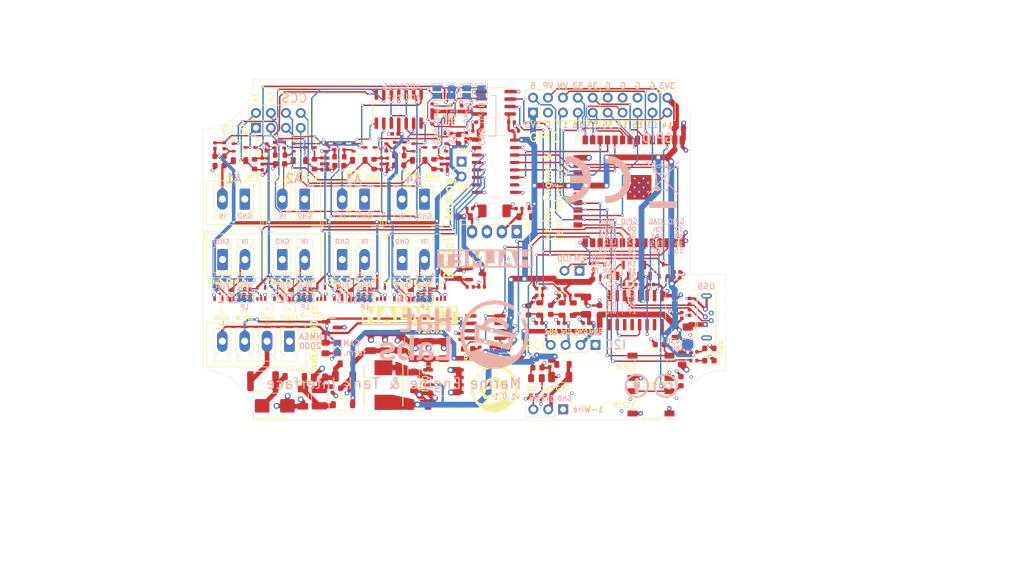
<source format=kicad_pcb>
(kicad_pcb (version 20221018) (generator pcbnew)
  (title_block (title "Hat Labs Marine Engine & Tank interface (HALMET)") (date "2024-01-18") (rev "1.0.1") (company "Hat Labs Ltd") (comment 1 "https://creativecommons.org/licenses/by-sa/4.0") (comment 2 "To view a copy of this license, visit ") (comment 3 "HALMET is licensed under CC BY-SA 4.0."))
  (layers (0 "F.Cu" signal) (1 "In1.Cu" power) (2 "In2.Cu" power) (31 "B.Cu" signal) (34 "B.Paste" user) (35 "F.Paste" user) (36 "B.SilkS" user "B.Silkscreen") (37 "F.SilkS" user "F.Silkscreen") (38 "B.Mask" user) (39 "F.Mask" user) (44 "Edge.Cuts" user))
  (net 0 "")
  (net 1 "GND")
  (net 2 "/ESP32/IO0")
  (net 3 "/ESP32/EN")
  (net 4 "/Power input/Vin_protected")
  (net 5 "/Power input/Vin_fused")
  (net 6 "/Power input/SW")
  (net 7 "USB_5V")
  (net 8 "/USB/USB_D+")
  (net 9 "/USB/USB_D-")
  (net 10 "+3.3V")
  (net 11 "Net-(U601A--)")
  (net 12 "/I2C/I2C_3V3")
  (net 13 "/I2C/SDA_CONN")
  (net 14 "/I2C/SCL_CONN")
  (net 15 "Net-(U601B--)")
  (net 16 "Net-(U601C--)")
  (net 17 "/Onewire/Onewire_3V3")
  (net 18 "/DQ")
  (net 19 "Net-(U601D--)")
  (net 20 "/Analog input/Vin")
  (net 21 "/Analog input/INA1")
  (net 22 "/Analog input/INFA1")
  (net 23 "/Analog input/INA2")
  (net 24 "/Analog input/INFA2")
  (net 25 "/Analog input/INA3")
  (net 26 "Net-(D501-A)")
  (net 27 "Net-(D502-A)")
  (net 28 "/Analog input/INFA3")
  (net 29 "/Analog input/INA4")
  (net 30 "/Analog input/INFA4")
  (net 31 "/USB/VBUS")
  (net 32 "/ESP32/SENSOR_VP")
  (net 33 "/ESP32/SENSOR_VN")
  (net 34 "/ESP32/IO34")
  (net 35 "/ESP32/IO32")
  (net 36 "/ESP32/IO33")
  (net 37 "/LED")
  (net 38 "/ESP32/IO16")
  (net 39 "/ESP32/IO17")
  (net 40 "/ESP32/IO5")
  (net 41 "/Onewire/DQ_CONN")
  (net 42 "/Analog input/ADC_A1")
  (net 43 "/USB/RTS")
  (net 44 "/USB/DTR")
  (net 45 "/Analog input/ADC_A2")
  (net 46 "/Analog input/ADC_A3")
  (net 47 "/USB_TXD")
  (net 48 "/USB_RXD")
  (net 49 "/CAN_RX")
  (net 50 "/CAN_TX")
  (net 51 "/Analog input/ADC_A4")
  (net 52 "Net-(C713-Pad1)")
  (net 53 "Net-(C716-Pad2)")
  (net 54 "/Digital input/In1")
  (net 55 "/Digital input/In2")
  (net 56 "/Digital input/In3")
  (net 58 "Net-(JP601-A)")
  (net 59 "Net-(Q401-B)")
  (net 60 "Net-(C503-Pad1)")
  (net 61 "/Digital input/In4")
  (net 62 "Net-(JP1104-B)")
  (net 63 "Net-(JP1103-B)")
  (net 64 "Net-(JP1102-B)")
  (net 65 "/BOOT_KEY")
  (net 66 "/RESET_KEY")
  (net 67 "/RESET_AUTO")
  (net 68 "/BOOT_AUTO")
  (net 69 "Net-(JP1101-B)")
  (net 70 "/SDA")
  (net 71 "/SCL")
  (net 72 "/Power input/IN")
  (net 73 "Net-(Q402-B)")
  (net 74 "+3.3V_1")
  (net 75 "GND1")
  (net 76 "/CAN_H")
  (net 77 "Net-(U501-Rs)")
  (net 93 "/CAN_L")
  (net 94 "/Digital input/Inp2")
  (net 95 "/Digital input/Inp3")
  (net 96 "/Digital input/Inp4")
  (net 97 "/Digital input/Inp1")
  (net 98 "/Power input/CAN_+")
  (net 99 "/Isolation barrier/Vin_")
  (net 100 "/Analog input/IoutA1")
  (net 101 "/Analog input/IoutA2")
  (net 102 "/Analog input/IoutA3")
  (net 103 "/Analog input/IoutA4")
  (net 104 "/Analog input/ADDR")
  (net 105 "/Analog input/SCL")
  (net 106 "/Analog input/SDA")
  (net 107 "/Isolation barrier/Vout_")
  (net 108 "/Analog input/QBA1")
  (net 109 "/Analog input/QBA2")
  (net 110 "Net-(Q601-E)")
  (net 111 "/Analog input/QBA3")
  (net 112 "Net-(Q602-E)")
  (net 113 "/Analog input/QBA4")
  (net 114 "Net-(Q603-E)")
  (net 115 "Net-(Q604-E)")
  (net 116 "Net-(D1001-A)")
  (net 117 "/DI1")
  (net 118 "/DI2")
  (net 119 "/DI4")
  (net 120 "/DI3")
  (net 123 "/Digital input/DigIn1")
  (net 125 "/Digital input/DigIn2")
  (net 127 "/Digital input/DigIn3")
  (net 129 "/Digital input/DigIn4")
  (net 132 "/Isolation barrier/5V_unreg")
  (net 133 "Net-(D1002-A)")
  (net 134 "/ESP32/TMS")
  (net 135 "/ESP32/TCK")
  (net 136 "/ESP32/TDO")
  (net 137 "/ESP32/TDI")
  (net 138 "/ESP32/IO35")
  (net 139 "Net-(JP1105-B)")
  (net 140 "Net-(JP1107-A)")
  (net 141 "Net-(JP1109-A)")
  (net 142 "Net-(JP1111-A)")
  (footprint "Capacitor_SMD:C_0603_1608Metric" (layer "F.Cu") (at 170 65.4 180)
    (fp_text reference "C202" hide)
    (fp_text value "22uF" hide)
  )
  (footprint "Capacitor_SMD:C_0402_1005Metric" (layer "F.Cu") (at 150.123 93.8625 180)
    (fp_text reference "C703" hide)
    (fp_text value "33pF" hide)
  )
  (footprint "Capacitor_SMD:C_0603_1608Metric" (layer "F.Cu") (at 148.195 96.25 90)
    (fp_text reference "C706" hide)
    (fp_text value "33pF/50V" hide)
  )
  (footprint "Capacitor_SMD:C_0402_1005Metric" (layer "F.Cu") (at 148.022 105.437 -90)
    (fp_text reference "C801" hide)
    (fp_text value "10uF" hide)
  )
  (footprint "Resistor_SMD:R_0402_1005Metric" (layer "F.Cu") (at 150.1 92.7195)
    (fp_text reference "R702" hide)
    (fp_text value "2k" hide)
  )
  (footprint "Resistor_SMD:R_0402_1005Metric" (layer "F.Cu") (at 145.385 104.7)
    (fp_text reference "R801" hide)
    (fp_text value "2.2k" hide)
  )
  (footprint "Resistor_SMD:R_0805_2012Metric" (layer "F.Cu") (at 145.75 107.9)
    (fp_text reference "R802" hide)
    (fp_text value "100R" hide)
  )
  (footprint "RF_Module:ESP32-WROOM-32" (layer "F.Cu") (at 162.317999 76.08 -90)
    (fp_text reference "U201" hide)
    (fp_text value "ESP32-WROOM-32E-N16" hide)
  )
  (footprint "Connector_PinHeader_2.54mm:PinHeader_1x03_P2.54mm_Vertical" (layer "F.Cu") (at 150.3 113.19 -90)
    (fp_text reference "J801" hide)
    (fp_text value "Conn_01x03" hide)
  )
  (footprint "Inductor_SMD:L_0805_2012Metric" (layer "F.Cu") (at 169.3545 99.8855 -90)
    (fp_text reference "FB401" hide)
    (fp_text value "GZ2012D601TF" hide)
  )
  (footprint "Connector_USB:USB_Micro-B_Wuerth_614105150721_Vertical" (layer "F.Cu") (at 174.5 98.75 90)
    (fp_text reference "J401" hide)
    (fp_text value "USB_B_Micro" hide)
  )
  (footprint "Capacitor_SMD:C_0402_1005Metric" (layer "F.Cu") (at 169.298 94.671 90)
    (fp_text reference "C403" hide)
    (fp_text value "10pF/50V" hide)
  )
  (footprint "Resistor_SMD:R_0402_1005Metric" (layer "F.Cu") (at 172.55 103.4)
    (fp_text reference "R502" hide)
    (fp_text value "2k" hide)
  )
  (footprint "Resistor_SMD:R_0402_1005Metric" (layer "F.Cu") (at 172.55 104.9)
    (fp_text reference "R501" hide)
    (fp_text value "2k" hide)
  )
  (footprint "LED_SMD:LED_0603_1608Metric" (layer "F.Cu") (at 175.2 102.8 180)
    (fp_text reference "D502" hide)
    (fp_text value "RED LED" hide)
  )
  (footprint "Capacitor_SMD:C_0603_1608Metric" (layer "F.Cu") (at 170.35 108.4 90)
    (fp_text reference "C502" hide)
    (fp_text value "100nF/50V" hide)
  )
  (footprint "Capacitor_SMD:C_0603_1608Metric" (layer "F.Cu") (at 166.75 102.15 180)
    (fp_text reference "C501" hide)
    (fp_text value "100nF/50V" hide)
  )
  (footprint "Connector_PinHeader_2.54mm:PinHeader_2x10_P2.54mm_Vertical" (layer "F.Cu") (at 145.175 62.675 90)
    (fp_text reference "J201" hide)
    (fp_text value "GPIO" hide)
  )
  (footprint "LED_SMD:LED_0603_1608Metric" (layer "F.Cu") (at 175.2 104.9 180)
    (fp_text reference "D501" hide)
    (fp_text value "BLUE LED" hide)
  )
  (footprint "HALMET:SMMS0650-1R0M" (layer "F.Cu") (at 119.7 109.05 -90)
    (fp_text reference "L301" hide)
    (fp_text value "SMMS0650-470M" hide)
  )
  (footprint "Capacitor_SMD:C_1206_3216Metric" (layer "F.Cu") (at 125.8 112.385)
    (fp_text reference "C304" hide)
    (fp_text value "47uF/6.3V" hide)
  )
  (footprint "Diode_SMD:D_SMB" (layer "F.Cu") (at 101.2 112.6)
    (fp_text reference "D301" hide)
    (fp_text value "SMBJ33CA" hide)
  )
  (footprint "HALMET:MountingSlot_3.2mm_M3_Unplated" (layer "F.Cu") (at 111.75 63.5 135)
    (fp_text reference "H1001" hide)
    (fp_text value "MountingHole" hide)
  )
  (footprint "Capacitor_SMD:C_0603_1608Metric" (layer "F.Cu") (at 144.385 96.35 90)
    (fp_text reference "C705" hide)
    (fp_text value "33pF/50V" hide)
  )
  (footprint "Capacitor_SMD:C_0402_1005Metric" (layer "F.Cu") (at 146.29 93.785 180)
    (fp_text reference "C702" hide)
    (fp_text value "33pF" hide)
  )
  (footprint "Inductor_SMD:L_0805_2012Metric" (layer "F.Cu") (at 146.3 96.1 90)
    (fp_text reference "FB702" hide)
    (fp_text value "GZ2012D101TF" hide)
  )
  (footprint "Resistor_SMD:R_0402_1005Metric" (layer "F.Cu") (at 146.313 92.642 180)
    (fp_text reference "R701" hide)
    (fp_text value "2k" hide)
  )
  (footprint "Capacitor_SMD:C_0402_1005Metric" (layer "F.Cu") (at 151.998 93.766)
    (fp_text reference "C701" hide)
    (fp_text value "10uF" hide)
  )
  (footprint "Inductor_SMD:L_0805_2012Metric" (layer "F.Cu") (at 152.021 96.1305 90)
    (fp_text reference "FB701" hide)
    (fp_text value "GZ2012D601TF" hide)
  )
  (footprint "Capacitor_SMD:C_0402_1005Metric" (layer "F.Cu") (at 169.298 96.726 -90)
    (fp_text reference "C404" hide)
    (fp_text value "10pF/50V" hide)
  )
  (footprint "Fuse:Fuse_1206_3216Metric" (layer "F.Cu") (at 171.5135 100.584 90)
    (fp_text reference "F401" hide)
    (fp_text value "ASMD1206-050" hide)
  )
  (footprint "Capacitor_SMD:C_1206_3216Metric" (layer "F.Cu") (at 149.8 107.7 180)
    (fp_text reference "C803" hide)
    (fp_text value "10uF/50V" hide)
  )
  (footprint "Inductor_SMD:L_0805_2012Metric" (layer "F.Cu") (at 150.2595 105.541 180)
    (fp_text reference "FB801" hide)
    (fp_text value "GZ2012D601TF" hide)
  )
  (footprint "Capacitor_SMD:C_0805_2012Metric" (layer "F.Cu") (at 170.55 104.6 -90)
    (fp_text reference "C503" hide)
    (fp_text value "1uF/50V" hide)
  )
  (footprint "Package_SO:SOIC-16_3.9x9.9mm_P1.27mm" (layer "F.Cu") (at 162.6815 96.314 -90)
    (fp_text reference "U401" hide)
    (fp_text value "CH340C" hide)
  )
  (footprint "Resistor_SMD:R_0402_1005Metric" (layer "F.Cu") (at 163.2 91.95 180)
    (fp_text reference "R402" hide)
    (fp_text value "10k" hide)
  )
  (footprint "Resistor_SMD:R_0402_1005Metric" (layer "F.Cu") (at 161.15 91.95)
    (fp_text reference "R401" hide)
    (fp_text value "10k" hide)
  )
  (footprint "Package_TO_SOT_SMD:SOT-23" (layer "F.Cu") (at 160.5 89.55 90)
    (fp_text reference "Q402" hide)
    (fp_text value "S8050" hide)
  )
  (footprint "Package_TO_SOT_SMD:SOT-23" (layer "F.Cu") (at 164.15 89.55 90)
    (fp_text reference "Q401" hide)
    (fp_text value "S8050" hide)
  )
  (footprint "Diode_SMD:D_SOD-123" (layer "F.Cu") (at 104.6 107.6 180)
    (fp_text reference "D303" hide)
    (fp_text value "B5819W" hide)
  )
  (footprint "Package_TO_SOT_SMD:SOT-323_SC-70" (layer "F.Cu") (at 157.3 89.55 90)
    (fp_text reference "D1101" hide)
    (fp_text value "BAT54A" hide)
  )
  (footprint "Package_TO_SOT_SMD:SOT-323_SC-70" (layer "F.Cu") (at 167.35 89.55 90)
    (fp_text reference "D1102" hide)
    (fp_text value "BAT54A" hide)
  )
  (footprint "Resistor_SMD:R_0402_1005Metric" (layer "F.Cu") (at 155.45 88.8 90)
    (fp_text reference "R1103" hide)
    (fp_text value "10k" hide)
  )
  (footprint "Button_Switch_SMD:SW_SPST_TL3342" (layer "F.Cu") (at 165.25 112 180)
    (fp_text reference "SW502" hide)
    (fp_text value "SW_Push" hide)
  )
  (footprint "Button_Switch_SMD:SW_SPST_TL3342" (layer "F.Cu") (at 165.25 105.95 180)
    (fp_text reference "SW501" hide)
    (fp_text value "SW_Push" hide)
  )
  (footprint "HALMET:MountingSlot_3.2mm_M3_Unplated" (layer "F.Cu") (at 156.25 108.5 135)
    (fp_text reference "H1002" hide)
    (fp_text value "MountingHole" hide)
  )
  (footprint "Capacitor_SMD:C_0603_1608Metric" (layer "F.Cu") (at 156.5 96.3 90)
    (fp_text reference "C402" hide)
    (fp_text value "4.7uF/16V" hide)
  )
  (footprint "Resistor_SMD:R_0402_1005Metric" (layer "F.Cu") (at 169.685 90.75 180)
    (fp_text reference "R201" hide)
    (fp_text value "10k" hide)
  )
  (footprint "Capacitor_SMD:C_0402_1005Metric" (layer "F.Cu") (at 169.685 89.8)
    (fp_text reference "C203" hide)
    (fp_text value "1uF" hide)
  )
  (footprint "Connector_PinSocket_2.54mm:PinSocket_1x04_P2.54mm_Vertical" (layer "F.Cu") (at 155.8 102.225 -90)
    (fp_text reference "J702" hide)
    (fp_text value "Conn_01x04" hide)
  )
  (footprint "Diode_SMD:D_SOD-123" (layer "F.Cu") (at 112.8 112.4)
    (fp_text reference "D201" hide)
    (fp_text value "B5819W" hide)
  )
  (footprint "Capacitor_SMD:C_1206_3216Metric" (layer "F.Cu") (at 154.18 95.547 90)
    (fp_text reference "C704" hide)
    (fp_text value "10uF/50V" hide)
  )
  (footprint "Inductor_SMD:L_0805_2012Metric" (layer "F.Cu") (at 150.1 96.1 90)
    (fp_text reference "FB703" hide)
    (fp_text value "GZ2012D101TF" hide)
  )
  (footprint "Capacitor_SMD:C_0603_1608Metric" (layer "F.Cu") (at 145.9255 106.122)
    (fp_text reference "C802" hide)
    (fp_text value "1nF/50V" hide)
  )
  (footprint "Package_SO:SOP-8_3.9x4.9mm_P1.27mm" (layer "F.Cu") (at 129.925 108.385)
    (fp_text reference "U202" hide)
    (fp_text value "XL1509-3.3" hide)
  )
  (footprint "Package_SO:SOIC-8_3.9x4.9mm_P1.27mm" (layer "F.Cu") (at 137.05 99.19 180)
    (fp_text reference "U501" hide)
    (fp_text value "SN65HVD230DR" hide)
  )
  (footprint "Resistor_SMD:R_0402_1005Metric" (layer "F.Cu") (at 132.75 100.8 90)
    (fp_text reference "R503" hide)
    (fp_text value "10k" hide)
  )
  (footprint "Resistor_SMD:R_0805_2012Metric" (layer "F.Cu") (at 111.85 102.75 90)
    (fp_text reference "R601" hide)
    (fp_text value "240R" hide)
  )
  (footprint "Resistor_SMD:R_0805_2012Metric" (layer "F.Cu") (at 109.85 102.75 90)
    (fp_text reference "R602" hide)
    (fp_text value "240R" hide)
  )
  (footprint "Capacitor_SMD:C_0402_1005Metric" (layer "F.Cu") (at 141.35 98.84 -90)
    (fp_text reference "C602" hide)
    (fp_text value "100nF" hide)
  )
  (footprint "Fuse:Fuse_1812_4532Metric" (layer "F.Cu") (at 99.2 108.4 180)
    (fp_text reference "F301" hide)
    (fp_text value "mSMD050-60V" hide)
  )
  (footprint "Connector_Phoenix_MC:PhoenixContact_MCV_1,5_2-G-3.81_1x02_P3.81mm_Vertical" (layer "F.Cu") (at 96.0875 77.4 180)
    (fp_text reference "J606" hide)
    (fp_text value "Conn_01x02" hide)
  )
  (footprint "Capacitor_SMD:C_0402_1005Metric" (layer "F.Cu") (at 134.4 79)
    (fp_text reference "C1210" hide)
    (fp_text value "4.7uF" hide)
  )
  (footprint "Resistor_SMD:R_0402_1005Metric" (layer "F.Cu") (at 116.9 93.625)
    (fp_text reference "C1106" hide)
    (fp_text value "220pF" hide)
  )
  (footprint "Capacitor_SMD:C_0402_1005Metric" (layer "F.Cu") (at 120.35 70.91 -90)
    (fp_text reference "C622" hide)
    (fp_text value "10nF" hide)
  )
  (footprint "HALMET:C_1808_4520Metric" (layer "F.Cu") (at 138.6 79.4 180)
    (fp_text reference "C1209" hide)
    (fp_text value "220pF/2kV" hide)
  )
  (footprint "Package_TO_SOT_SMD:SOT-323_SC-70" (layer "F.Cu") (at 98.8 68.6 180)
    (fp_text reference "D611" hide)
    (fp_text value "BAT54S" hide)
  )
  (footprint "Inductor_SMD:L_0805_2012Metric" (layer "F.Cu") (at 133.4 80.4 180)
    (fp_text reference "L1202" hide)
    (fp_text value "CMH201209B4R7MT" hide)
  )
  (footprint "Capacitor_SMD:C_0402_1005Metric" (layer "F.Cu") (at 91 68.3 -90)
    (fp_text reference "C606" hide)
    (fp_text value "100nF" hide)
  )
  (footprint "Connector_PinHeader_2.54mm:PinHeader_1x02_P2.54mm_Vertical" (layer "F.Cu") (at 153.075 89.599999 -90)
    (fp_text reference "J302" hide)
    (fp_text value "Conn_01x02" hide)
  )
  (footprint "Capacitor_SMD:C_0603_1608Metric" (layer "F.Cu") (at 102.1 71.4 180)
    (fp_text reference "C604" hide)
    (fp_text value "33pF/50V" hide)
  )
  (footprint "Resistor_SMD:R_0402_1005Metric" (layer "F.Cu") (at 109.2 70.9 90)
    (fp_text reference "R615" hide)
    (fp_text value "2.2k" hide)
  )
  (footprint "Capacitor_SMD:C_0402_1005Metric" (layer "F.Cu") (at 133 62 90)
    (fp_text reference "C624" hide)
    (fp_text value "100nF" hide)
  )
  (footprint "Resistor_SMD:R_0603_1608Metric" (layer "F.Cu") (at 124.3 93.65 90)
    (fp_text reference "R1105" hide)
    (fp_text value "20k" hide)
  )
  (footprint "Capacitor_SMD:C_1206_3216Metric" (layer "F.Cu") (at 122.4 101.7 90)
    (fp_text reference "C709" hide)
    (fp_text value "10uF/50V" hide)
  )
  (footprint "LED_SMD:LED_0603_1608Metric" (layer "F.Cu") (at 140.1 102.9 180)
    (fp_text reference "D1002" hide)
    (fp_text value "GREEN LED" hide)
  )
  (footprint "Package_TO_SOT_SMD:SOT-23-3" (layer "F.Cu") (at 135.42 90.15)
    (fp_text reference "U1203" hide)
    (fp_text value "XC6206P332MR" hide)
  )
  (footprint "Converter_DCDC:Converter_DCDC_Murata_MEE1SxxxxSC_THT" (layer "F.Cu") (at 142.4075 82.9575 -90)
    (fp_text reference "PS1201" hide)
    (fp_text value "B0305S-1WR3" hide)
  )
  (footprint "Diode_SMD:D_0402_1005Metric" (layer "F.Cu") (at 170.5 97.2 -90)
    (fp_text reference "D903" hide)
    (fp_text value "ESD5451N" hide)
  )
  (footprint "Capacitor_SMD:C_0402_1005Metric" (layer "F.Cu") (at 96.52 94.6 180)
    (fp_text reference "C1112" hide)
    (fp_text value "3.3nF" hide)
  )
  (footprint "Connector_Phoenix_MC:PhoenixContact_MCV_1,5_2-G-3.81_1x02_P3.81mm_Vertical" (layer "F.Cu") (at 126.6775 77.4 180)
    (fp_text reference "J607" hide)
    (fp_text value "Conn_01x02" hide)
  )
  (footprint "Capacitor_SMD:C_0402_1005Metric" (layer "F.Cu") (at 106.725 92.65 180)
    (fp_text reference "C1114" hide)
    (fp_text value "100nF" hide)
  )
  (footprint "Package_TO_SOT_SMD:SOT-323_SC-70" (layer "F.Cu") (at 119.2 68.6 180)
    (fp_text reference "D604" hide)
    (fp_text value "BAT54S" hide)
  )
  (footprint "Connector_Phoenix_MC:PhoenixContact_MCV_1,5_2-G-3.81_1x02_P3.81mm_Vertical" (layer "F.Cu") (at 102.4775 87.7)
    (fp_text reference "J1104" hide)
    (fp_text value "Conn_01x02" hide)
  )
  (footprint "Connector_Phoenix_MC:PhoenixContact_MCV_1,5_2-G-3.81_1x02_P3.81mm_Vertical" (layer "F.Cu") (at 112.6775 87.7)
    (fp_text reference "J1105" hide)
    (fp_text value "Conn_01x02" hide)
  )
  (footprint "Connector_PinHeader_2.54mm:PinHeader_1x02_P2.54mm_Vertical" (layer "F.Cu") (at 133 71.025)
    (fp_text reference "J1201" hide)
    (fp_text value "Conn_01x02" hide)
  )
  (footprint "Inductor_SMD:L_0805_2012Metric" (layer "F.Cu") (at 95.2 70.85)
    (fp_text reference "FB601" hide)
    (fp_text value "GZ2012D101TF" hide)
  )
  (footprint "Capacitor_SMD:C_1206_3216Metric" (layer "F.Cu") (at 129.975 103.1 90)
    (fp_text reference "C712" hide)
    (fp_text value "10uF/50V" hide)
  )
  (footprint "Capacitor_SMD:C_0402_1005Metric" (layer "F.Cu") (at 142.2 65.8)
    (fp_text reference "C1207" hide)
    (fp_text value "100nF" hide)
  )
  (footprint "Resistor_SMD:R_0603_1608Metric" (layer "F.Cu") (at 114.125 93.65 90)
    (fp_text reference "R1104" hide)
    (fp_text value "20k" hide)
  )
  (footprint "Resistor_SMD:R_0603_1608Metric" (layer "F.Cu") (at 97.75 71.45 -90)
    (fp_text reference "R613" hide)
    (fp_text value "20k" hide)
  )
  (footprint "Package_TO_SOT_SMD:SOT-353_SC-70-5" (layer "F.Cu") (at 119.3 93.45 90)
    (fp_text reference "U1103" hide)
    (fp_text value "74LVC1G17" hide)
  )
  (footprint "Capacitor_SMD:C_0402_1005Metric" (layer "F.Cu") (at 141.5 64.3)
    (fp_text reference "C1206" hide)
    (fp_text value "100nF" hide)
  )
  (footprint "Connector_Phoenix_MC:PhoenixContact_MCV_1,5_2-G-3.81_1x02_P3.81mm_Vertical" (layer "F.Cu") (at 92.3125 87.7)
    (fp_text reference "J1103" hide)
    (fp_text value "Conn_01x02" hide)
  )
  (footprint "Capacitor_SMD:C_0402_1005Metric" (layer "F.Cu") (at 116.9 92.65 180)
    (fp_text reference "C1115" hide)
    (fp_text value "100nF" hide)
  )
  (footprint "Package_TO_SOT_SMD:SOT-323_SC-70" (layer "F.Cu") (at 105.4 68.6)
    (fp_text reference "Q602" hide)
    (fp_text value "S9015" hide)
  )
  (footprint "Capacitor_SMD:C_0402_1005Metric" (layer "F.Cu") (at 110.2 70.9 -90)
    (fp_text reference "C621" hide)
    (fp_text value "10nF" hide)
  )
  (footprint "Capacitor_SMD:C_0402_1005Metric" (layer "F.Cu") (at 100.05 70.95 -90)
    (fp_text reference "C620" hide)
    (fp_text value "10nF" hide)
  )
  (footprint "Package_TO_SOT_SMD:SOT-323_SC-70" (layer "F.Cu") (at 101.8 93.4 90)
    (fp_text reference "D1103" hide)
    (fp_text value "BAT54S" hide)
  )
  (footprint "Resistor_SMD:R_0603_1608Metric" (layer "F.Cu") (at 103.95 93.65 90)
    (fp_text reference "R1102" hide)
    (fp_text value "20k" hide)
  )
  (footprint "Capacitor_SMD:C_0402_1005Metric" (layer "F.Cu") (at 99.55 72.45)
    (fp_text reference "C603" hide)
    (fp_text value "33pF" hide)
  )
  (footprint "PCM_kikit:Tab" (layer "F.Cu") (at 134 56.75 -90)
    (fp_text reference "REF**" hide)
    (fp_text value "Tab" hide)
  )
  (footprint "Package_TO_SOT_SMD:SOT-323_SC-70" (layer "F.Cu") (at 112 93.4 90)
    (fp_text reference "D1104" hide)
    (fp_text value "BAT54S" hide)
  )
  (footprint "PCM_kikit:Tab" (layer "F.Cu") (at 178.25 98.4 180)
    (fp_text reference "REF**" hide)
    (fp_text value "Tab" hide)
  )
  (footprint "Capacitor_SMD:C_1206_3216Metric" (layer "F.Cu") (at 117.55 101.725 90)
    (fp_text reference "C707" hide)
    (fp_text value "10uF/50V" hide)
  )
  (footprint "Package_TO_SOT_SMD:SOT-323_SC-70" (layer "F.Cu") (at 125.8 68.6)
    (fp_text reference "Q604" hide)
    (fp_text value "S9015" hide)
  )
  (footprint "Inductor_SMD:L_1210_3225Metric" (layer "F.Cu") (at 108.8 111.2 90)
    (fp_text reference "L701" hide)
    (fp_text value "NLCV32T-100K-PFR" hide)
  )
  (footprint "Diode_SMD:D_0402_1005Metric" (layer "F.Cu") (at 150 98.5)
    (fp_text reference "D402" hide)
    (fp_text value "ESD5451N" hide)
  )
  (footprint "Resistor_SMD:R_0603_1608Metric" (layer "F.Cu") (at 107.95 71.45 -90)
    (fp_text reference "R614" hide)
    (fp_text value "20k" hide)
  )
  (footprint "Package_SO:SOIC-16_4.55x10.3mm_P1.27mm" (layer "F.Cu") (at 138.8 71.8)
    (fp_text reference "U1201" hide)
    (fp_text value "π140U30" hide)
  )
  (footprint "Package_TO_SOT_SMD:SOT-323_SC-70" (layer "F.Cu") (at 95.2 68.6)
    (fp_text reference "Q601" hide)
    (fp_text value "S9015" hide)
  )
  (footprint "Diode_SMD:D_0402_1005Metric" (layer "F.Cu") (at 154.2 98.5)
    (fp_text reference "D403" hide)
    (fp_text value "ESD5451N" hide)
  )
  (footprint "Package_SO:SOIC-8_3.9x4.9mm_P1.27mm" (layer "F.Cu") (at 138.8 61 180)
    (fp_text reference "U1202" hide)
    (fp_text value "ISO1540" hide)
  )
  (footprint "Capacitor_SMD:C_0402_1005Metric" (layer "F.Cu") (at 106.725 94.6 180)
    (fp_text reference "C1101" hide)
    (fp_text value "3.3nF" hide)
  )
  (footprint "Resistor_SMD:R_0402_1005Metric" (layer "F.Cu") (at 138.0625 103.1 90)
    (fp_text reference "R1002" hide)
    (fp_text value "1.5k" hide)
  )
  (footprint "Inductor_SMD:L_0805_2012Metric" (layer "F.Cu") (at 143.8625 80.4 180)
    (fp_text reference "L1201" hide)
    (fp_text value "CMH201209B4R7MT" hide)
  )
  (footprint "Diode_SMD:D_0402_1005Metric" (layer "F.Cu") (at 145.3175 110.8)
    (fp_text reference "D503" hide)
    (fp_text value "ESD5451N" hide)
  )
  (footprint "Capacitor_SMD:C_0402_1005Metric" (layer "F.Cu") (at 127.155 94.6 180)
    (fp_text reference "C1103" hide)
    (fp_text value "3.3nF" hide)
  )
  (footprint "LED_SMD:LED_0603_1608Metric" (layer "F.Cu") (at 134.1 102.9)
    (fp_text reference "D1001" hide)
    (fp_text value "GREEN LED" hide)
  )
  (footprint "Capacitor_SMD:C_0805_2012Metric" (layer "F.Cu") (at 108.8 107.8)
    (fp_text reference "C715" hide)
    (fp_text value "1uF/50V" hide)
  )
  (footprint "Resistor_SMD:R_0402_1005Metric" (layer "F.Cu") (at 125.6 94.1 90)
    (fp_text reference "R1109" hide)
    (fp_text value "100k" hide)
  )
  (footprint "Resistor_SMD:R_0402_1005Metric" (layer "F.Cu") (at 141.35 100.84 90)
    (fp_text reference "R213" hide)
    (fp_text value "10k" hide)
  )
  (footprint "Capacitor_SMD:C_0402_1005Metric" (layer "F.Cu") (at 136 64.3 180)
    (fp_text reference "C1205" hide)
    (fp_text value "100nF" hide)
  )
  (footprint "Resistor_SMD:R_0603_1608Metric" (layer "F.Cu") (at 93.75 93.65 90)
    (fp_text reference "R1101" hide)
    (fp_text value "20k" hide)
  )
  (footprint "Capacitor_SMD:C_0603_1608Metric" (layer "F.Cu") (at 132.49 67.2 -90)
    (fp_text reference "C611" hide)
    (fp_text value "68nF" hide)
  )
  (footprint "Resistor_SMD:R_0603_1608Metric" (layer "F.Cu") (at 128.3 71.45 -90)
    (fp_text reference "R618" hide)
    (fp_text value "20k" hide)
  )
  (footprint "Inductor_SMD:L_0805_2012Metric" (layer "F.Cu") (at 115.5 70.8)
    (fp_text reference "FB603" hide)
    (fp_text value "GZ2012D101TF" hide)
  )
  (footprint "Connector_PinHeader_2.54mm:PinHeader_2x04_P2.54mm_Vertical" (layer "F.Cu") (at 98 65.275 90)
    (fp_text reference "J602" hide)
    (fp_text value "Conn_02x04_Odd_Even" hide)
  )
  (footprint "Resistor_SMD:R_0402_1005Metric" (layer "F.Cu") (at 96.5 93.65)
    (fp_text reference "C1104" hide)
    (fp_text value "220pF" hide)
  )
  (footprint "Capacitor_SMD:C_1206_3216Metric" (layer "F.Cu") (at 119.95 101.725 90)
    (fp_text reference "C708" hide)
    (fp_text value "10uF/50V" hide)
  )
  (footprint "Diode_SMD:D_0402_1005Metric" (layer "F.Cu") (at 146.2 98.5)
    (fp_text reference "D401" hide)
    (fp_text value "ESD5451N" hide)
  )
  (footprint "Resistor_SMD:R_0402_1005Metric" (layer "F.Cu") (at 92.6 68.3 90)
    (fp_text reference "R603" hide)
    (fp_text value "1k" hide)
  )
  (footprint "Package_TO_SOT_SMD:SOT-353_SC-70-5" (layer "F.Cu") (at 98.9 93.45 90)
    (fp_text reference "U1101" hide)
    (fp_text value "74LVC1G17" hide)
  )
  (footprint "Package_TO_SOT_SMD:SOT-323_SC-70" (layer "F.Cu") (at 122.2 93.45 90)
    (fp_text reference "D1105" hide)
    (fp_text value "BAT54S" hide)
  )
  (footprint "Resistor_SMD:R_0603_1608Metric" (layer "F.Cu") (at 118.1 71.45 -90)
    (fp_text reference "R616" hide)
    (fp_text value "20k" hide)
  )
  (footprint "Capacitor_SMD:C_1206_3216Metric" (layer "F.Cu") (at 127.375 103.1 90)
    (fp_text reference "C711" hide)
    (fp_text value "10uF/50V" hide)
  )
  (footprint "Capacitor_SMD:C_0402_1005Metric" (layer "F.Cu") (at 111.4 68.5 -90)
    (fp_text reference "C608" hide)
    (fp_text value "100nF" hide)
  )
  (footprint "Inductor_SMD:L_0805_2012Metric" (layer "F.Cu") (at 125.7 70.8)
    (fp_text reference "FB604" hide)
    (fp_text value "GZ2012D101TF" hide)
  )
  (footprint "Resistor_SMD:R_0402_1005Metric" (layer "F.Cu") (at 127.1 93.625)
    (fp_text reference "C1107" hide)
    (fp_text value "220pF" hide)
  )
  (footprint "Resistor_SMD:R_0402_1005Metric" (layer "F.Cu") (at 115.425 94.1 90)
    (fp_text reference "R1108" hide)
    (fp_text value "100k" hide)
  )
  (footprint "Resistor_SMD:R_0402_1005Metric" (layer "F.Cu") (at 95.05 94.1 90)
    (fp_text reference "R1106" hide)
    (fp_text value "100k" hide)
  )
  (footprint "Connector_Phoenix_MC:PhoenixContact_MCV_1,5_2-G-3.81_1x02_P3.81mm_Vertical" (layer "F.Cu") (at 106.2875 77.4 180)
    (fp_text reference "J604" hide)
    (fp_text value "Conn_01x02" hide)
  )
  (footprint "Capacitor_SMD:C_0402_1005Metric" (layer "F.Cu") (at 111 109.8 -90)
    (fp_text reference "C713" hide)
    (fp_text value "4.7nF/50V" hide)
  )
  (footprint "Package_TO_SOT_SMD:SOT-353_SC-70-5" (layer "F.Cu") (at 109.1 93.45 90)
    (fp_text reference "U1102" hide)
    (fp_text value "74LVC1G17" hide)
  )
  (footprint "Capacitor_SMD:C_0402_1005Metric" (layer "F.Cu") (at 130.6 70.95 -90)
    (fp_text reference "C623" hide)
    (fp_text value "10nF" hide)
  )
  (footprint "Resistor_SMD:R_0402_1005Metric" (layer "F.Cu") (at 119.35 70.91 90)
    (fp_text reference "R617" hide)
    (fp_text value "2.2k" hide)
  )
  (footprint "Resistor_SMD:R_0603_1608Metric" (layer "F.Cu") (at 102.1 69.9)
    (fp_text reference "R608" hide)
    (fp_text value "30" hide)
  )
  (footprint "Capacitor_SMD:C_0402_1005Metric" (layer "F.Cu") (at 165.2 91.95)
    (fp_text reference "C901" hide)
    (fp_text value "100nF" hide)
  )
  (footprint "Capacitor_SMD:C_0402_1005Metric" (layer "F.Cu") (at 109.7 72.39)
    (fp_text reference "C605" hide)
    (fp_text value "33pF" hide)
  )
  (footprint "Capacitor_SMD:C_0402_1005Metric" (layer "F.Cu") (at 142.8 79 180)
    (fp_text reference "C1208" hide)
    (fp_text value "4.7uF" hide)
  )
  (footprint "Capacitor_SMD:C_0603_1608Metric" (layer "F.Cu") (at 91.8 71.7 180)
    (fp_text reference "C601" hide)
    (fp_text value "33pF/50V" hide)
  )
  (footprint "Connector_Phoenix_MC:PhoenixContact_MCV_1,5_2-G-3.81_1x02_P3.81mm_Vertical" (layer "F.Cu") (at 116.4875 77.4 180)
    (fp_text reference "J605" hide)
    (fp_text value "Conn_01x02" hide)
  )
  (footprint "Package_TO_SOT_SMD:SOT-323_SC-70" (layer "F.Cu") (at 129.4 68.6 180)
    (fp_text reference "D605" hide)
    (fp_text value "BAT54S" hide)
  )
  (footprint "Capacitor_SMD:C_0603_1608Metric" (layer "F.Cu") (at 112.2 71.7 180)
    (fp_text reference "C612" hide)
    (fp_text value "33pF/50V" hide)
  )
  (footprint "Capacitor_SMD:C_0402_1005Metric" (layer "F.Cu") (at 116.95 94.6 180)
    (fp_text reference "C1102" hide)
    (fp_text value "3.3nF" hide)
  )
  (footprint "Capacitor_SMD:C_1206_3216Metric" (layer "F.Cu") (at 106 111.2 90)
    (fp_text reference "C714" hide)
    (fp_text value "10uF/50V" hide)
  )
  (footprint "Capacitor_SMD:C_0402_1005Metric" (layer "F.Cu") (at 130.1 72.44)
    (fp_text reference "C615" hide)
    (fp_text value "33pF" hide)
  )
  (footprint "Capacitor_SMD:C_0402_1005Metric" (layer "F.Cu") (at 127.125 92.65 180)
    (fp_text reference "C1116" hide)
    (fp_text value "100nF" hide)
  )
  (footprint "Resistor_SMD:R_0402_1005Metric" (layer "F.Cu") (at 105.25 94.1 90)
    (fp_text reference "R1107" hide)
    (fp_text value "100k" hide)
  )
  (footprint "Capacitor_SMD:C_0603_1608Metric" (layer "F.Cu") (at 122.4 71.6 180)
    (fp_text reference "C614" hide)
    (fp_text value "33pF/50V" hide)
  )
  (footprint "PCM_kikit:Tab" (layer "F.Cu") (at 134 115.25 90)
    (fp_text reference "REF**" hide)
    (fp_text value "Tab" hide)
  )
  (footprint "Capacitor_SMD:C_1206_3216Metric" (layer "F.Cu") (at 113 107.6)
    (fp_text reference "C716" hide)
    (fp_text value "4.7uF/50V" hide)
  )
  (footprint "Capacitor_SMD:C_0402_1005Metric" (layer "F.Cu") (at 145 79 180)
    (fp_text reference "C1201" hide)
    (fp_text value "4.7uF" hide)
  )
  (footprint "Package_SO:SOIC-14_3.9x8.7mm_P1.27mm" (layer "F.Cu") (at 122.3 62 90)
    (fp_text reference "U601" hide)
    (fp_text value "LMV324" hide)
  )
  (footprint "Capacitor_SMD:C_0402_1005Metric" (layer "F.Cu") (at 121.6 68.2 -90)
    (fp_text reference "C609" hide)
    (fp_text value "100nF" hide)
  )
  (footprint "Package_TO_SOT_SMD:SOT-353_SC-70-5" (layer "F.Cu") (at 129.5 93.45 90)
    (fp_text reference "U1104" hide)
    (fp_text value "74LVC1G17" hide)
  )
  (footprint "Resistor_SMD:R_0402_1005Metric" (layer "F.Cu") (at 128 61.7 -90)
    (fp_text reference "R1203" hide)
    (fp_text value "2k" hide)
  )
  (footprint "Resistor_SMD:R_0402_1005Metric" (layer "F.Cu") (at 102.8 68.2 90)
    (fp_text reference "R604" hide)
    (fp_text value "1k" hide)
  )
  (footprint "Resistor_SMD:R_0402_1005Metric" (layer "F.Cu") (at 130.7 66.2 180)
    (fp_text reference "R612" hide)
    (fp_text value "10k" hide)
  )
  (footprint "Diode_SMD:D_0402_1005Metric" (layer "F.Cu") (at 171.8 96.7 90)
    (fp_text reference "D905" hide)
    (fp_text value "ESD5451N" hide)
  )
  (footprint "Diode_SMD:D_0402_1005Metric" (layer "F.Cu") (at 147.75 110.8)
    (fp_text reference "D504" hide)
    (fp_text value "ESD5451N" hide)
  )
  (footprint "Inductor_SMD:L_0805_2012Metric" (layer "F.Cu") (at 105.4 70.85)
    (fp_text reference "FB602" hide)
    (fp_text value "GZ2012D101TF" hide)
  )
  (footprint "Resistor_SMD:R_0603_1608Metric" (layer "F.Cu") (at 122.4 70)
    (fp_text reference "R610" hide)
    (fp_text value "30" hide)
  )
  (footprint "Resistor_SMD:R_0402_1005Metric" (layer "F.Cu") (at 113 68.5 90)
    (fp_text reference "R605" hide)
    (fp_text value "1k" hide)
  )
  (footprint "Resistor_SMD:R_0402_1005Metric" (layer "F.Cu") (at 134.475 92.35)
    (fp_text reference "R1201" hide)
    (fp_text value "330R" hide)
  )
  (footprint "Resistor_SMD:R_0603_1608Metric" (layer "F.Cu") (at 112.2 70.2)
    (fp_text reference "R609" hide)
    (fp_text value "30" hide)
  )
  (footprint "Package_TO_SOT_SMD:SOT-323_SC-70" (layer "F.Cu") (at 91.6 93.4 90)
    (fp_text reference "D1113" hide)
    (fp_text value "BAT54S" hide)
  )
  (footprint "Capacitor_SMD:C_0402_1005Metric" (layer "F.Cu") (at 96.52 92.65 180)
    (fp_text reference "C1113" hide)
    (fp_text value "100nF" hide)
  )
  (footprint "Resistor_SMD:R_0402_1005Metric" (layer "F.Cu") (at 136.075 103.1 90)
    (fp_text reference "R1001" hide)
    (fp_text value "1.5k" hide)
  )
  (footprint "Package_TO_SOT_SMD:SOT-23" (layer "F.Cu") (at 110.85 99.25)
    (fp_text reference "D801" hide)
    (fp_text value "SM24CANB" hide)
  )
  (footprint "Resistor_SMD:R_0402_1005Metric" (layer "F.Cu") (at 106.7 93.625)
    (fp_text reference "C1105" hide)
    (fp_text value "220pF" hide)
  )
  (footprint "PCM_kikit:Tab" (layer "F.Cu") (at 88.75 86)
    (fp_text reference "REF**" hide)
    (fp_text value "Tab" hide)
  )
  (footprint "Resistor_SMD:R_0402_1005Metric" (layer "F.Cu") (at 129.6 70.95 90)
    (fp_text reference "R619" hide)
    (fp_text value "2.2k" hide)
  )
  (footprint "Capacitor_SMD:C_0603_1608Metric" (layer "F.Cu") (at 132.62 90.15 90)
    (fp_text reference "C1203" hide)
    (fp_text value "10uF/10V" hide)
  )
  (footprint "Capacitor_SMD:C_0402_1005Metric" (layer "F.Cu") (at 101.2 68.2 -90)
    (fp_text reference "C607" hide)
    (fp_text value "100nF" hide)
  )
  (footprint "Package_TO_SOT_SMD:SOT-323_SC-70" (layer "F.Cu") (at 109 68.6 180)
    (fp_text reference "D603" hide)
    (fp_text value "BAT54S" hide)
  )
  (footprint "Capacitor_SMD:C_0402_1005Metric" (layer "F.Cu") (at 136.42 92.35 180)
    (fp_text reference "C1202" hide)
    (fp_text value "4.7uF" hide)
  )
  (footprint "Capacitor_SMD:C_0402_1005Metric" (layer "F.Cu") (at 121.7 66.3 180)
    (fp_text reference "C610" hide)
    (fp_text value "100nF" hide)
  )
  (footprint "Inductor_SMD:L_0805_2012Metric" (layer "F.Cu") (at 113.4 105.45 180)
    (fp_text reference "FB704" hide)
    (fp_text value "GZ2012D601TF" hide)
  )
  (footprint "Capacitor_SMD:C_1206_3216Metric" (layer "F.Cu") (at 124.9 103.1 90)
    (fp_text reference "C710" hide)
    (fp_text value "10uF/50V" hide)
  )
  (footprint "Package_SO:TSSOP-10_3x3mm_P0.5mm" (layer "F.Cu") (at 130.6 62 -90)
    (fp_text reference "U602" hide)
    (fp_text value "ADS1115IDGS" hide)
  )
  (footprint "Resistor_SMD:R_0402_1005Metric" (layer "F.Cu") (at 99.05 70.95 90)
    (fp_text reference "R621" hide)
    (fp_text value "2.2k" hide)
  )
  (footprint "Resistor_SMD:R_0402_1005Metric" (layer "F.Cu") (at 133.8 66.6 90)
    (fp_text reference "R611" hide)
    (fp_text value "1k" hide)
  )
  (footprint "Resistor_SMD:R_0402_1005Metric" (layer "F.Cu") (at 128 64.1 90)
    (fp_text reference "R1202" hide)
    (fp_text value "2k" hide)
  )
  (footprint "Diode_SMD:D_0402_1005Metric" (layer "F.Cu") (at 171.8 94.8 -90)
    (fp_text reference "D904" hide)
    (fp_text value "ESD5451N" hide)
  )
  (footprint "Resistor_SMD:R_0603_1608Metric" (layer "F.Cu") (at 113.2 109.6 180)
    (fp_text reference "R703" hide)
    (fp_text value "4.7R" hide)
  )
  (footprint "Capacitor_SMD:C_0402_1005Metric" (layer "F.Cu") (at 135.4 65.8 180)
    (fp_text reference "C1204" hide)
    (fp_text value "100nF" hide)
  )
  (footprint "Resistor_SMD:R_0402_1005Metric" (layer "F.Cu") (at 123.2 68.2 90)
    (fp_text reference "R606" hide)
    (fp_text value "1k" hide)
  )
  (footprint "Capacitor_SMD:C_0402_1005Metric" (layer "F.Cu") (at 119.85 72.4)
    (fp_text reference "C613" hide)
    (fp_text value "33pF" hide)
  )
  (footprint "Package_TO_SOT_SMD:SOT-323_SC-70" (layer "F.Cu") (at 115.6 68.6)
    (fp_text reference "Q603" hide)
    (fp_text value "S9015" hide)
  )
  (footprint "Resistor_SMD:R_0603_1608Metric" (layer "F.Cu") (at 91.8 70.1)
    (fp_text reference "R607" hide)
    (fp_text value "30" hide)
  )
  (footprint "HALMET:HaL_picto_8mm" (layer "F.Cu") (at 138.6 109.7)
    (fp_text reference "G701" hide)
    (fp_text value "HL-Pictogram" hide)
  )
  (footprint "Connector_Phoenix_MC:PhoenixContact_MCV_1,5_2-G-3.81_1x02_P3.81mm_Vertical" (layer "F.Cu") (at 122.8775 87.7)
    (fp_text reference "J1106" hide)
    (fp_text value "Conn_01x02" hide)
  )
  (footprint "Connector_Phoenix_MC:PhoenixContact_MCV_1,5_4-G-3.81_1x04_P3.81mm_Vertical" (layer "F.Cu") (at 103.6975 101.6 180)
    (fp_text reference "J802" hide)
    (fp_text value "Conn_01x04" hide)
  )
  (footprint "Diode_SMD:D_SOD-123" (layer "F.Cu") (at 124.85 108.35 -90)
    (fp_text reference "D701")
    (fp_text value "B5819W")
  )
  (footprint "TestPoint:TestPoint_Pad_D2.0mm" (layer "B.Cu") (at 171.5 102.2 180)
    (fp_text reference "J203" hide)
    (fp_text value "Conn_01x01" hide)
  )
  (footprint "Symbol:WEEE-Logo_5.6x8mm_SilkScreen" (layer "B.Cu") (at 167.25 74.9 180)
    (fp_text reference "REF**" hide)
    (fp_text value "WEEE-Logo_5.6x8mm_SilkScreen" hide)
  )
  (footprint "HALMET:SolderJumper-2_P1.3mm_Open_TrianglePad_Narrow" (layer "B.Cu") (at 111.85 102.75 90)
    (fp_text reference "JP601" hide)
    (fp_text value "SolderJumper_2_Open" hide)
  )
  (footprint "Jumper:SolderJumper-2_P1.3mm_Open_Pad1.0x1.5mm" (layer "B.Cu") (at 128.778 59.182 -90)
    (fp_text reference "JP604" hide)
    (fp_text value "Open" hide)
  )
  (footprint "Jumper:SolderJumper-2_P1.3mm_Bridged2Bar_RoundedPad1.0x1.5mm" (layer "B.Cu") (at 131.318 59.182 -90)
    (fp_text reference "JP603" hide)
    (fp_text value "Bridged" hide)
  )
  (footprint "HALMET:SolderJumper-2_P1.3mm_Open_TrianglePad_Narrow" (layer "B.Cu") (at 126.7 91.025 180)
    (fp_text reference "JP1112" hide)
    (fp_text value "SolderJumper_2_Open" hide)
  )
  (footprint "HALMET:SolderJumper-2_P1.3mm_Open_TrianglePad_Narrow" (layer "B.Cu") (at 112.675 91 180)
    (fp_text reference "JP1109" hide)
    (fp_text value "SolderJumper_2_Open" hide)
  )
  (footprint "HALMET:SolderJumper-2_P1.3mm_Open_TrianglePad_Narrow" (layer "B.Cu") (at 106.3 91 180)
    (fp_text reference "JP1108" hide)
    (fp_text value "SolderJumper_2_Open" hide)
  )
  (footprint "HALMET:SolderJumper-2_P1.3mm_Open_TrianglePad_Narrow" (layer "B.Cu") (at 96.125 94.3)
    (fp_text reference "JP1101" hide)
    (fp_text value "SolderJumper_2_Open" hide)
  )
  (footprint "HALMET:SolderJumper-2_P1.3mm_Open_TrianglePad_Narrow" (layer "B.Cu") (at 92.3 91 180)
    (fp_text reference "JP1106" hide)
    (fp_text value "SolderJumper_2_Open" hide)
  )
  (footprint "HALMET:cc-by_5mm" (layer "B.Cu") (at 165.3 109.25 180)
    (fp_text reference "G601" hide)
    (fp_text value "CC-BY" hide)
  )
  (footprint "HALMET:SolderJumper-2_P1.3mm_Open_TrianglePad_Narrow" (layer "B.Cu") (at 102.475 91 180)
    (fp_text reference "JP1107" hide)
    (fp_text value "SolderJumper_2_Open" hide)
  )
  (footprint "HALMET:SolderJumper-2_P1.3mm_Open_TrianglePad_Narrow" (layer "B.Cu") (at 116.5 94.3)
    (fp_text reference "JP1103" hide)
    (fp_text value "SolderJumper_2_Open" hide)
  )
  (footprint "HALMET:SolderJumper-2_P1.3mm_Open_TrianglePad_Narrow" (layer "B.Cu") (at 122.9 91.025 180)
    (fp_text reference "JP1111" hide)
    (fp_text value "SolderJumper_2_Open" hide)
  )
  (footprint "HALMET:SolderJumper-2_P1.3mm_Open_TrianglePad_Narrow" (layer "B.Cu") (at 116.5 91 180)
    (fp_text reference "JP1110" hide)
    (fp_text value "SolderJumper_2_Open" hide)
  )
  (footprint "Jumper:SolderJumper-2_P1.3mm_Open_Pad1.0x1.5mm" (layer "B.Cu") (at 136.398 59.182 -90)
    (fp_text reference "JP605" hide)
    (fp_text value "Open" hide)
  )
  (footprint "Symbol:CE-Logo_11.2x8mm_SilkScreen" (layer "B.Cu") (at 156.25 74.05 180)
    (fp_text reference "G602" hide)
    (fp_text value "CE-logo" hide)
  )
  (footprint "HALMET:SolderJumper-2_P1.3mm_Open_TrianglePad_Narrow" (layer "B.Cu") (at 126.675 94.35)
    (fp_text reference "JP1104" hide)
    (fp_text value "SolderJumper_2_Open" hide)
  )
  (footprint "Jumper:SolderJumper-2_P1.3mm_Open_Pad1.0x1.5mm" (layer "B.Cu") (at 133.858 59.182 -90)
    (fp_text reference "JP602" hide)
    (fp_text value "Open" hide)
  )
  (footprint "HALMET:Hat_Labs_25.4mm" (layer "B.Cu") (at 131.75 100.45 180)
    (fp_text reference "G605" hide)
    (fp_text value "HL-Logo" hide)
  )
  (footprint "HALMET:SolderJumper-2_P1.3mm_Open_TrianglePad_Narrow" (layer "B.Cu") (at 106.325 94.3)
    (fp_text reference "JP1102" hide)
    (fp_text value "SolderJumper_2_Open" hide)
  )
  (footprint "HALMET:SolderJumper-2_P1.3mm_Open_TrianglePad_Narrow" (layer "B.Cu") (at 96.15 91 180)
    (fp_text reference "JP1105" hide)
    (fp_text value "SolderJumper_2_Open" hide)
  )
  (gr_line (start 168.35 81.7) (end 168.35 86.7) (stroke (width 0.12)) (layer "B.SilkS"))
  (gr_line (start 138.85 59.75) (end 137.95 59.75) (stroke (width 0.12)) (layer "B.SilkS"))
  (gr_line (start 164.9 81.65) (end 170.9 81.65) (stroke (width 0.12)) (layer "B.SilkS"))
  (gr_line (start 160.35 81.7) (end 160.35 97) (stroke (width 0.12)) (layer "B.SilkS"))
  (gr_line (start 138.8375 66.7) (end 138.85 59.75) (stroke (width 0.12)) (layer "B.SilkS"))
  (gr_line (start 137.5625 66.7) (end 138.8375 66.7) (stroke (width 0.12)) (layer "B.SilkS"))
  (gr_line (start 154.65 81.7) (end 163.15 81.7) (stroke (width 0.12)) (layer "B.SilkS"))
  (gr_line (start 130.5 64.3) (end 130.5 61.2) (stroke (width 0.12)) (layer "B.SilkS"))
  (gr_line (start 156.605 57.5) (end 156.6 65.3) (stroke (width 0.12)) (layer "F.SilkS"))
  (gr_circle (center 103.7 96.1) (end 103.8 95.1) (stroke (width 0.12)) (fill none) (layer "F.SilkS"))
  (gr_circle (center 99.895013 96.1) (end 99.995013 95.1) (stroke (width 0.12)) (fill none) (layer "F.SilkS"))
  (gr_line (start 89 65.5) (end 89 106.5) (stroke (width 0.05)) (layer "Edge.Cuts"))
  (gr_line (start 169.5 57) (end 97.5 57) (stroke (width 0.05)) (layer "Edge.Cuts"))
  (gr_line (start 169.5 115) (end 97.5 115) (stroke (width 0.05)) (layer "Edge.Cuts"))
  (gr_arc (start 97.5 57) (mid 95.010408 63.010408) (end 89 65.5) (stroke (width 0.05)) (layer "Edge.Cuts"))
  (gr_line (start 178 90.3) (end 178 106.5) (stroke (width 0.05)) (layer "Edge.Cuts"))
  (gr_line (start 172 90.3) (end 172.000092 63.020889) (stroke (width 0.05)) (layer "Edge.Cuts"))
  (gr_arc (start 172.000092 63.020889) (mid 170.149866 60.259661) (end 169.5 57) (stroke (width 0.05)) (layer "Edge.Cuts"))
  (gr_arc (start 169.5 115) (mid 171.989592 108.989592) (end 178 106.5) (stroke (width 0.05)) (layer "Edge.Cuts"))
  (gr_arc (start 89 106.5) (mid 95.010408 108.989592) (end 97.5 115) (stroke (width 0.05)) (layer "Edge.Cuts"))
  (gr_line (start 178 90.3) (end 172 90.3) (stroke (width 0.05)) (layer "Edge.Cuts"))
  (gr_text "SCL" (at 150.7 100.2) (layer "B.SilkS") (effects (font (size 0.8 0.8) (thickness 0.16)) (justify mirror)))
  (gr_text "SDA" (at 148.2 100.2) (layer "B.SilkS") (effects (font (size 0.8 0.8) (thickness 0.16)) (justify mirror)))
  (gr_text "3V3" (at 153.3 100.2) (layer "B.SilkS") (effects (font (size 0.8 0.8) (thickness 0.16)) (justify mirror)))
  (gr_text "GND" (at 155.8 100.2) (layer "B.SilkS") (effects (font (size 0.8 0.8) (thickness 0.16)) (justify mirror)))
  (gr_text "GND" (at 150.52 111.3) (layer "B.SilkS") (effects (font (size 0.8 0.8) (thickness 0.16)) (justify mirror)))
  (gr_text "3V3" (at 147.7 111.29) (layer "B.SilkS") (effects (font (size 0.8 0.8) (thickness 0.16)) (justify mirror)))
  (gr_text "DQ" (at 145.35 111.25) (layer "B.SilkS") (effects (font (size 0.8 0.8) (thickness 0.16)) (justify mirror)))
  (gr_text "v1.0.1" (at 143.1 111) (layer "B.SilkS") (effects (font (size 1 1)) (justify left mirror)))
  (gr_text "USB" (at 174.67 92.27) (layer "B.SilkS") (effects (font (size 1 1) (thickness 0.16)) (justify mirror)))
  (gr_text "I2C" (at 159.2 102.2) (layer "B.SilkS") (effects (font (size 1.5 1.5) (thickness 0.25) bold) (justify mirror)))
  (gr_text "03   RXD0" (at 162.85 86) (layer "B.SilkS") (effects (font (size 0.8 0.8) (thickness 0.16)) (justify left mirror)))
  (gr_text "22   SCL" (at 162.85 91.9) (layer "B.SilkS") (effects (font (size 0.8 0.8) (thickness 0.16)) (justify left mirror)))
  (gr_text "18   CAN_RX" (at 162.85 88.4) (layer "B.SilkS") (effects (font (size 0.8 0.8) (thickness 0.16)) (justify left mirror)))
  (gr_text "23   DI1" (at 162.85 93.05) (layer "B.SilkS") (effects (font (size 0.8 0.8) (thickness 0.16)) (justify left mirror)))
  (gr_text "GPIO FUNC" (at 163.05 81.2) (layer "B.SilkS") (effects (font (size 0.8 0.8) (thickness 0.16)) (justify left mirror)))
  (gr_text "21   SDA" (at 162.85 90.7) (layer "B.SilkS") (effects (font (size 0.8 0.8) (thickness 0.16)) (justify left mirror)))
  (gr_text "GPIO JTAG" (at 171.05 81.2) (layer "B.SilkS") (effects (font (size 0.8 0.8) (thickness 0.16)) (justify left mirror)))
  (gr_text "12   TDI" (at 170.85 82.6) (layer "B.SilkS") (effects (font (size 0.8 0.8) (thickness 0.16)) (justify left mirror)))
  (gr_text "15   TDO" (at 170.85 86.2) (layer "B.SilkS") (effects (font (size 0.8 0.8) (thickness 0.16)) (justify left mirror)))
  (gr_text "14   TMS" (at 170.85 85) (layer "B.SilkS") (effects (font (size 0.8 0.8) (thickness 0.16)) (justify left mirror)))
  (gr_text "13   TCK" (at 170.85 83.8) (layer "B.SilkS") (effects (font (size 0.8 0.8) (thickness 0.16)) (justify left mirror)))
  (gr_text "00   BOOT" (at 162.85 82.5) (layer "B.SilkS") (effects (font (size 0.8 0.8) (thickness 0.16)) (justify left mirror)))
  (gr_text "02   LED" (at 162.85 84.7) (layer "B.SilkS") (effects (font (size 0.8 0.8) (thickness 0.16)) (justify left mirror)))
  (gr_text "04   1-WIRE" (at 162.85 87.2) (layer "B.SilkS") (effects (font (size 0.8 0.8) (thickness 0.16)) (justify left mirror)))
  (gr_text "PUP" (at 102.525 92.35) (layer "B.SilkS") (effects (font (size 0.8 0.8) (thickness 0.15) bold) (justify mirror)))
  (gr_text "1-Wire" (at 151.8 113.2) (layer "B.SilkS") (effects (font (size 1 1)) (justify right mirror)))
  (gr_text "D4" (at 123.25 94.325) (layer "B.SilkS") (effects (font (size 1.5 1.5) (thickness 0.25) bold) (justify mirror)))
  (gr_text "PDN" (at 126.625 92.375) (layer "B.SilkS") (effects (font (size 0.8 0.8) (thickness 0.15) bold) (justify mirror)))
  (gr_text "27   DI3" (at 162.85 96.5) (layer "B.SilkS") (effects (font (size 0.8 0.8) (thickness 0.16)) (justify left mirror)))
  (gr_text "VP" (at 147.7 58.7) (layer "B.SilkS") (effects (font (size 1 1) (thickness 0.16)) (justify bottom mirror)))
  (gr_text "EN" (at 153.1 88.1) (layer "B.SilkS") (effects (font (size 1 1) (thickness 0.16)) (justify bottom mirror)))
  (gr_text "3V3" (at 145.125 64.15) (layer "B.SilkS") (effects (font (size 1 1) (thickness 0.16)) (justify top mirror)))
  (gr_text "25   DI2" (at 162.85 94.2) (layer "B.SilkS") (effects (font (size 0.8 0.8) (thickness 0.16)) (justify left mirror)))
  (gr_text "IN" (at 126.7 85.1) (layer "B.SilkS") (effects (font (size 0.8 0.8) (thickness 0.15) bold) (justify bottom mirror)))
  (gr_text "IN" (at 96.1 85.1) (layer "B.SilkS") (effects (font (size 0.8 0.8) (thickness 0.15) bold) (justify bottom mirror)))
  (gr_text "0x4a" (at 128.778 60.8 270) (layer "B.SilkS") (effects (font (size 1 1)) (justify right mirror)))
  (gr_text "PDN" (at 106.35 92.35) (layer "B.SilkS") (effects (font (size 0.8 0.8) (thickness 0.15) bold) (justify mirror)))
  (gr_text "G" (at 157.9 58.7) (layer "B.SilkS") (effects (font (size 1 1) (thickness 0.16)) (justify bottom mirror)))
  (gr_text "35" (at 157.9 64.2) (layer "B.SilkS") (effects (font (size 1 1) (thickness 0.16)) (justify top mirror)))
  (gr_text "PUP" (at 92.325 92.375) (layer "B.SilkS") (effects (font (size 0.8 0.8) (thickness 0.15) bold) (justify mirror)))
  (gr_text "+" (at 99.9 99) (layer "B.SilkS") (effects (font (size 0.8 0.8) (thickness 0.15) bold) (justify bottom mirror)))
  (gr_text "A3" (at 114.6 74) (layer "B.SilkS") (effects (font (size 1.5 1.5) (thickness 0.25) bold) (justify mirror)))
  (gr_text "G" (at 147.7 64.15) (layer "B.SilkS") (effects (font (size 1 1) (thickness 0.16)) (justify top mirror)))
  (gr_text "A2" (at 104.4 73.9) (layer "B.SilkS") (effects (font (size 1.5 1.5) (thickness 0.25) bold) (justify mirror)))
  (gr_text "CAN\nterm." (at 112.7 102.75) (layer "B.SilkS") (effects (font (size 1 1) (thickness 0.2)) (justify right mirror)))
  (gr_text "16" (at 152.8 64.2) (layer "B.SilkS") (effects (font (size 1 1) (thickness 0.16)) (justify top mirror)))
  (gr_text "13" (at 165.5 64.2) (layer "B.SilkS") (effects (font (size 1 1) (thickness 0.16)) (justify top mirror)))
  (gr_text "0x48" (at 136.325 60.8 270) (layer "B.SilkS") (effects (font (size 1 1)) (justify right mirror)))
  (gr_text "3V3" (at 168 58.7) (layer "B.SilkS") (effects (font (size 1 1) (thickness 0.16)) (justify bottom mirror)))
  (gr_text "SDA" (at 128.778 65.2 270) (layer "B.SilkS") (effects (font (size 1 1)) (justify right mirror)))
  (gr_text "Marine Engine & Tank Interface" (at 143.35 109.85) (layer "B.SilkS") (effects (font (size 1.8 1.8) (thickness 0.25)) (justify left bottom mirror)))
  (gr_text "D1" (at 92.8 94.3) (layer "B.SilkS") (effects (font (size 1.5 1.5) (thickness 0.25) bold) (justify mirror)))
  (gr_text "33" (at 155.3 64.2) (layer "B.SilkS") (effects (font (size 1 1) (thickness 0.16)) (justify top mirror)))
  (gr_text "A1" (at 94.2 73.9) (layer "B.SilkS") (effects (font (size 1.5 1.5) (thickness 0.25) bold) (justify mirror)))
  (gr_text "0x49" (at 133.858 60.825 270) (layer "B.SilkS") (effects (font (size 1 1)) (justify right mirror)))
  (gr_text "IN" (at 92.3 79.8) (layer "B.SilkS") (effects (font (size 0.8 0.8) (thickness 0.15) bold) (justify top mirror)))
  (gr_text "IN" (at 102.5 79.8) (layer "B.SilkS") (effects (font (size 0.8 0.8) (thickness 0.15) bold) (justify top mirror)))
  (gr_text "D2" (at 102.925 94.3) (layer "B.SilkS") (effects (font (size 1.5 1.5) (thickness 0.25) bold) (justify mirror)))
  (gr_text "IO0" (at 150.5 88.1) (layer "B.SilkS") (effects (font (size 1 1) (thickness 0.16)) (justify bottom mirror)))
  (gr_text "LP" (at 106.325 95.775) (layer "B.SilkS") (effects (font (size 0.8 0.8) (thickness 0.15) bold) (justify mirror)))
  (gr_text "SCL" (at 131.318 65.225 270) (layer "B.SilkS") (effects (font (size 1 1)) (justify right mirror)))
  (gr_text "NMEA\n2000" (at 105.2 101.6) (layer "B.SilkS") (effects (font (size 1 1) (thickness 0.2)) (justify right mirror)))
  (gr_text "19   CAN_TX" (at 162.85 89.6) (layer "B.SilkS") (effects (font (size 0.8 0.8) (thickness 0.16)) (justify left mirror)))
  (gr_text "H" (at 96.1 99) (layer "B.SilkS") (effects (font (size 0.8 0.8) (thickness 0.15) bold) (justify bottom mirror)))
  (gr_text "IN" (at 112.7 79.8) (layer "B.SilkS") (effects (font (size 0.8 0.8) (thickness 0.15) bold) (justify top mirror)))
  (gr_text "ADS1115\naddress" (at 126.2 60.5) (layer "B.SilkS") (effects (font (size 1 1) (thickness 0.16)) (justify left bottom mirror)))
  (gr_text "32" (at 152.8 58.7) (layer "B.SilkS") (effects (font (size 1 1) (thickness 0.16)) (justify bottom mirror)))
  (gr_text "GPIO" (at 169.2 67) (layer "B.SilkS") (effects (font (size 1.5 1.5) (thickness 0.25)) (justify left mirror)))
  (gr_text "HALMET" (at 145.25 89.225) (layer "B.SilkS" knockout) (effects (font (size 2.5 2.5) (thickness 0.5) bold) (justify left bottom mirror)))
  (gr_text "PDN" (at 96.15 92.375) (layer "B.SilkS") (effects (font (size 0.8 0.8) (thickness 0.15) bold) (justify mirror)))
  (gr_text "PUP" (at 112.7 92.35) (layer "B.SilkS") (effects (font (size 0.8 0.8) (thickness 0.15) bold) (justify mirror)))
  (gr_text "A4" (at 124.8 74) (layer "B.SilkS") (effects (font (size 1.5 1.5) (thickness 0.25) bold) (justify mirror)))
  (gr_text "G" (at 163 58.7) (layer "B.SilkS") (effects (font (size 1 1) (thickness 0.16)) (justify bottom mirror)))
  (gr_text "D3" (at 113.1 94.3) (layer "B.SilkS") (effects (font (size 1.5 1.5) (thickness 0.25) bold) (justify mirror)))
  (gr_text "14" (at 168.025 64.25) (layer "B.SilkS") (effects (font (size 1 1) (thickness 0.16)) (justify top mirror)))
  (gr_text "5" (at 145.175 58.7) (layer "B.SilkS") (effects (font (size 1 1) (thickness 0.16)) (justify bottom mirror)))
  (gr_text "IN" (at 116.5 85.1) (layer "B.SilkS") (effects (font (size 0.8 0.8) (thickness 0.15) bold) (justify bottom mirror)))
  (gr_text "GND" (at 102.5 85.1) (layer "B.SilkS") (effects (font (size 0.8 0.8) (thickness 0.15) bold) (justify bottom mirror)))
  (gr_text "26   DI4" (at 162.85 95.35) (layer "B.SilkS") (effects (font (size 0.8 0.8) (thickness 0.16)) (justify left mirror)))
  (gr_text "LP" (at 116.5 95.8) (layer "B.SilkS") (effects (font (size 0.8 0.8) (thickness 0.15) bold) (justify mirror)))
  (gr_text "12" (at 160.4 64.2) (layer "B.SilkS") (effects (font (size 1 1) (thickness 0.16)) (justify top mirror)))
  (gr_text "IN" (at 106.3 85.1) (layer "B.SilkS") (effects (font (size 0.8 0.8) (thickness 0.15) bold) (justify bottom mirror)))
  (gr_text "L" (at 92.3 99) (layer "B.SilkS") (effects (font (size 0.8 0.8) (thickness 0.15) bold) (justify bottom mirror)))
  (gr_text "GND" (at 116.5 79.8) (layer "B.SilkS") (effects (font (size 0.8 0.8) (thickness 0.15) bold) (justify top mirror)))
  (gr_text "3V3" (at 133.858 65.2 270) (layer "B.SilkS") (effects (font (size 1 1)) (justify right mirror)))
  (gr_text "IN" (at 122.9 79.8) (layer "B.SilkS") (effects (font (size 0.8 0.8) (thickness 0.15) bold) (justify top mirror)))
  (gr_text "PDN" (at 116.525 92.35) (layer "B.SilkS") (effects (font (size 0.8 0.8) (thickness 0.15) bold) (justify mirror)))
  (gr_text "34" (at 155.3 58.7) (layer "B.SilkS") (effects (font (size 1 1) (thickness 0.16)) (justify bottom mirror)))
  (gr_text "15" (at 163 64.2) (layer "B.SilkS") (effects (font (size 1 1) (thickness 0.16)) (justify top mirror)))
  (gr_text "GND" (at 92.3 85.1) (layer "B.SilkS") (effects (font (size 0.8 0.8) (thickness 0.15) bold) (justify bottom mirror)))
  (gr_text "-\n" (at 103.697693 99) (layer "B.SilkS") (effects (font (size 0.8 0.8) (thickness 0.15) bold) (justify bottom mirror)))
  (gr_text "GND" (at 126.7 79.8) (layer "B.SilkS") (effects (font (size 0.8 0.8) (thickness 0.15) bold) (justify top mirror)))
  (gr_text "CCS" (at 106.9 60.2) (layer "B.SilkS") (effects (font (size 1.5 1.5) (thickness 0.25)) (justify left mirror)))
  (gr_text "01   TXD0" (at 162.85 83.6) (layer "B.SilkS") (effects (font (size 0.8 0.8) (thickness 0.16)) (justify left mirror)))
  (gr_text "17" (at 150.2 64.2) (layer "B.SilkS") (effects (font (size 1 1) (thickness 0.16)) (justify top mirror)))
  (gr_text "GND" (at 96.1 79.8) (layer "B.SilkS") (effects (font (size 0.8 0.8) (thickness 0.15) bold) (justify top mirror)))
  (gr_text "GND" (at 106.3 79.8) (layer "B.SilkS") (effects (font (size 0.8 0.8) (thickness 0.15) bold) (justify top mirror)))
  (gr_text "GND" (at 112.7 85.1) (layer "B.SilkS") (effects (font (size 0.8 0.8) (thickness 0.15) bold) (justify bottom mirror)))
  (gr_text "LP" (at 96.05 95.775) (layer "B.SilkS") (effects (font (size 0.8 0.8) (thickness 0.15) bold) (justify mirror)))
  (gr_text "PUP" (at 122.8 92.375) (layer "B.SilkS") (effects (font (size 0.8 0.8) (thickness 0.15) bold) (justify mirror)))
  (gr_text "GND" (at 136.398 65.175 270) (layer "B.SilkS") (effects (font (size 1 1)) (justify right mirror)))
  (gr_text "LP" (at 126.675 95.825) (layer "B.SilkS") (effects (font (size 0.8 0.8) (thickness 0.15) bold) (justify mirror)))
  (gr_text "VN" (at 150.2 58.7) (layer "B.SilkS") (effects (font (size 1 1) (thickness 0.16)) (justify bottom mirror)))
  (gr_text "G" (at 160.5 58.7) (layer "B.SilkS") (effects (font (size 1 1) (thickness 0.16)) (justify bottom mirror)))
  (gr_text "0x4b" (at 131.318 60.805 270) (layer "B.SilkS") (effects (font (size 1 1)) (justify right mirror)))
  (gr_text "GND" (at 122.9 85.1) (layer "B.SilkS") (effects (font (size 0.8 0.8) (thickness 0.15) bold) (justify bottom mirror)))
  (gr_text "G" (at 165.5 58.7) (layer "B.SilkS") (effects (font (size 1 1) (thickness 0.16)) (justify bottom mirror)))
  (gr_text "USB\n5V" (at 170.3 102.2) (layer "B.SilkS") (effects (font (size 0.8 0.8) (thickness 0.16)) (justify left mirror)))
  (gr_text "SDA" (at 148.3 99.85) (layer "F.SilkS") (effects (font (size 0.8 0.8) (thickness 0.16))))
  (gr_text "BOOT" (at 160.8 105.85) (layer "F.SilkS") (effects (font (size 0.8 0.8) (thickness 0.16))))
  (gr_text "DQ" (at 144.95 109.65) (layer "F.SilkS") (effects (font (size 0.8 0.8) (thickness 0.16))))
  (gr_text "3V3" (at 147.6 109.65) (layer "F.SilkS") (effects (font (size 0.8 0.8) (thickness 0.16))))
  (gr_text "GND" (at 150.25 109.65) (layer "F.SilkS") (effects (font (size 0.8 0.8) (thickness 0.16))))
  (gr_text "IN" (at 122.85 74.05) (layer "F.SilkS") (effects (font (size 0.8 0.8) (thickness 0.15) bold) (justify right bottom)))
  (gr_text "GND" (at 126.7 74.05) (layer "F.SilkS") (effects (font (size 0.8 0.8) (thickness 0.15) bold) (justify left bottom)))
  (gr_text "RX" (at 134.1 104.6) (layer "F.SilkS") (effects (font (size 0.8 0.8) (thickness 0.16))))
  (gr_text "G" (at 157.9 58.7) (layer "F.SilkS") (effects (font (size 1 1) (thickness 0.16)) (justify bottom)))
  (gr_text "GND" (at 106.25 74.05) (layer "F.SilkS") (effects (font (size 0.8 0.8) (thickness 0.15) bold) (justify left bottom)))
  (gr_text "IN" (at 92.25 74.05) (layer "F.SilkS") (effects (font (size 0.8 0.8) (thickness 0.15) bold) (justify right bottom)))
  (gr_text "A2" (at 104.35 73.35) (layer "F.SilkS") (effects (font (size 1.5 1.5) (thickness 0.25) bold)))
  (gr_text "GND" (at 122.9 91.1) (layer "F.SilkS") (effects (font (size 0.8 0.8) (thickness 0.15) bold) (justify right top)))
  (gr_text "IN" (at 112.65 74.05) (layer "F.SilkS") (effects (font (size 0.8 0.8) (thickness 0.15) bold) (justify right bottom)))
  (gr_text "CCS" (at 91.9 65.7) (layer "F.SilkS") (effects (font (size 1.5 1.5) (thickness 0.25)) (justify left)))
  (gr_text "16" (at 152.8 64.2) (layer "F.SilkS") (effects (font (size 1 1) (thickness 0.16)) (justify top)))
  (gr_text "GND" (at 116.5 74.05) (layer "F.SilkS") (effects (font (size 0.8 0.8) (thickness 0.15) bold) (justify left bottom)))
  (gr_text "IN" (at 116.55 91.1) (layer "F.SilkS") (effects (font (size 0.8 0.8) (thickness 0.15) bold) (justify left top)))
  (gr_text "L" (at 92.2 97) (layer "F.SilkS") (effects (font (size 1 1) (thickness 0.16)) (justify bottom)))
  (gr_text "34" (at 155.3 58.7) (layer "F.SilkS") (effects (font (size 1 1) (thickness 0.16)) (justify bottom)))
  (gr_text "Blue" (at 92.25 98.05) (layer "F.SilkS") (effects (font (size 0.8 0.8) (thickness 0.15) bold) (justify bottom)))
  (gr_text "GND" (at 102.45 91.1) (layer "F.SilkS") (effects (font (size 0.8 0.8) (thickness 0.15) bold) (justify right top)))
  (gr_text "D1" (at 94.2 91.85) (layer "F.SilkS") (effects (font (size 1.5 1.5) (thickness 0.25) bold)))
  (gr_text "A3" (at 114.6 73.35) (layer "F.SilkS") (effects (font (size 1.5 1.5) (thickness 0.25) bold)))
  (gr_text "G" (at 165.5 58.7) (layer "F.SilkS") (effects (font (size 1 1) (thickness 0.16)) (justify bottom)))
  (gr_text "14" (at 168.025 64.25) (layer "F.SilkS") (effects (font (size 1 1) (thickness 0.16)) (justify top)))
  (gr_text "12" (at 160.4 64.2) (layer "F.SilkS") (effects (font (size 1 1) (thickness 0.16)) (justify top)))
  (gr_text "1-Wire" (at 151.8 113.19) (layer "F.SilkS") (effects (font (size 1 1)) (justify left)))
  (gr_text "GND" (at 133.25 69.575) (layer "F.SilkS") (effects (font (size 0.8 0.8) (thickness 0.15) bold) (justify bottom)))
  (gr_text "Marine Engine &\nTank Interface" (at 150.3 84.7 90) (layer "F.SilkS") (effects (font (size 1.2 1.2) (thickness 0.2) bold) (justify left bottom)))
  (gr_text "NMEA 2000" (at 107.9 102.3 90) (layer "F.SilkS") (effects (font (size 1.2 1) (thickness 0.25) bold)))
  (gr_text "D2" (at 104.35 91.85) (layer "F.SilkS") (effects (font (size 1.5 1.5) (thickness 0.25) bold)))
  (gr_text "33" (at 155.3 64.2) (layer "F.SilkS") (effects (font (size 1 1) (thickness 0.16)) (justify top)))
  (gr_text "RESET" (at 160.6 112.5) (layer "F.SilkS") (effects (font (size 0.8 0.8) (thickness 0.16))))
  (gr_text "VP" (at 147.7 58.7) (layer "F.SilkS") (effects (font (size 1 1) (thickness 0.16)) (justify bottom)))
  (gr_text "Black" (at 103.7 98.05) (layer "F.SilkS") (effects (font (size 0.8 0.8) (thickness 0.15) bold) (justify bottom)))
  (gr_text "A3" (at 103.1 61 90) (layer "F.SilkS") (effects (font (size 1 1) (thickness 0.16)) (justify left)))
  (gr_text "G" (at 160.4 58.7) (layer "F.SilkS") (effects (font (size 1 1) (thickness 0.16)) (justify bottom)))
  (gr_text "SCL" (at 150.95 99.85) (layer "F.SilkS") (effects (font (size 0.8 0.8) (thickness 0.16))))
  (gr_text "EN" (at 153.1 88.1) (layer "F.SilkS") (effects (font (size 1 1) (thickness 0.16)) (justify bottom)))
  (gr_text "G" (at 162.9 58.7) (layer "F.SilkS") (effects (font (size 1 1) (thickness 0.16)) (justify bottom)))
  (gr_text "G" (at 147.7 64.15) (layer "F.SilkS") (effects (font (size 1 1) (thickness 0.16)) (justify top)))
  (gr_text "I2C" (at 142.8 102.25) (layer "F.SilkS") (effects (font (size 1.5 1.5) (thickness 0.25) bold) (justify left)))
  (gr_text "Input\n6-32V" (at 105.5 96.5) (layer "F.SilkS") (effects (font (size 0.8 0.8) (thickness 0.16)) (justify left)))
  (gr_text "PWR" (at 177.35 102.7 90) (layer "F.SilkS") (effects (font (size 0.8 0.8) (thickness 0.16))))
  (gr_text "GND" (at 92.3 91.1) (layer "F.SilkS") (effects (font (size 0.8 0.8) (thickness 0.15) bold) (justify right top)))
  (gr_text "15" (at 163 64.2) (layer "F.SilkS") (effects (font (size 1 1) (thickness 0.16)) (justify top)))
  (gr_text "13" (at 165.5 64.2) (layer "F.SilkS") (effects (font (size 1 1) (thickness 0.16)) (justify top)))
  (gr_text "Red" (at 99.9 98.05) (layer "F.SilkS") (effects (font (size 0.8 0.8) (thickness 0.15) bold) (justify bottom)))
  (gr_text "White" (at 96.05 98.05) (layer "F.SilkS") (effects (font (size 0.8 0.8) (thickness 0.15) bold) (justify bottom)))
  (gr_text "+" (at 99.9 96.6) (layer "F.SilkS") (effects (font (size 1 1) (thickness 0.16)) (justify bottom)))
  (gr_text "GPIO" (at 144.3 66.9) (layer "F.SilkS") (effects (font (size 1.5 1.5) (thickness 0.25)) (justify left)))
  (gr_text "3V3" (at 168 58.7) (layer "F.SilkS") (effects (font (size 1 1) (thickness 0.16)) (justify bottom)))
  (gr_text "17" (at 150.2 64.2) (layer "F.SilkS") (effects (font (size 1 1) (thickness 0.16)) (justify top)))
  (gr_text "IO0" (at 150.5 88.1) (layer "F.SilkS") (effects (font (size 1 1) (thickness 0.16)) (justify bottom)))
  (gr_text "D4" (at 124.8 91.85) (layer "F.SilkS") (effects (font (size 1.5 1.5) (thickness 0.25) bold)))
  (gr_text "IN" (at 96.15 91.1) (layer "F.SilkS") (effects (font (size 0.8 0.8) (thickness 0.15) bold) (justify top)))
  (gr_text "VN" (at 150.2 58.7) (layer "F.SilkS") (effects (font (size 1 1) (thickness 0.16)) (justify bottom)))
  (gr_text "IN" (at 126.75 91.1) (layer "F.SilkS") (effects (font (size 0.8 0.8) (thickness 0.15) bold) (justify left top)))
  (gr_text "v1.0.1" (at 125.3 100.3) (layer "F.SilkS") (effects (font (size 1 1) (thickness 0.2) bold) (justify left bottom)))
  (gr_text "IN" (at 106.3 91.1) (layer "F.SilkS") (effects (font (size 0.8 0.8) (thickness 0.15) bold) (justify left top)))
  (gr_text "32" (at 152.8 58.7) (layer "F.SilkS") (effects (font (size 1 1) (thickness 0.16)) (justify bottom)))
  (gr_text "A1" (at 98 61.1 90) (layer "F.SilkS") (effects (font (size 1 1) (thickness 0.16)) (justify left)))
  (gr_text "A4" (at 124.8 73.35) (layer "F.SilkS") (effects (font (size 1.5 1.5) (thickness 0.25) bold)))
  (gr_text "A2" (at 100.5 61 90) (layer "F.SilkS") (effects (font (size 1 1) (thickness 0.16)) (justify left)))
  (gr_text "TX" (at 140.1 104.6) (layer "F.SilkS") (effects (font (size 0.8 0.8) (thickness 0.16))))
  (gr_text "Digital" (at 130.8 87.45 90) (layer "F.SilkS") (effects (font (size 1.5 1.5) (thickness 0.3) bold)))
  (gr_text "USB" (at 174.67 92.26) (layer "F.SilkS") (effects (font (size 1 1) (thickness 0.16))))
  (gr_text "GND" (at 155.9 99.8) (layer "F.SilkS") (effects (font (size 0.8 0.8) (thickness 0.16))))
  (gr_text "IN" (at 102.4 74.05) (layer "F.SilkS") (effects (font (size 0.8 0.8) (thickness 0.15) bold) (justify right bottom)))
  (gr_text "D3" (at 114.6 91.85) (layer "F.SilkS") (effects (font (size 1.5 1.5) (thickness 0.25) bold)))
  (gr_text "3V3" (at 133.35 75.2) (layer "F.SilkS") (effects (font (size 0.8 0.8) (thickness 0.15) bold) (justify top)))
  (gr_text "A4" (at 105.6 61 90) (layer "F.SilkS") (effects (font (size 1 1) (thickness 0.16)) (justify left)))
  (gr_text "35" (at 157.9 64.2) (layer "F.SilkS") (effects (font (size 1 1) (thickness 0.16)) (justify top)))
  (gr_text "A1" (at 94.2 73.35) (layer "F.SilkS") (effects (font (size 1.5 1.5) (thickness 0.25) bold)))
  (gr_text "5" (at 145.175 58.7) (layer "F.SilkS") (effects (font (size 1 1) (thickness 0.16)) (justify bottom)))
  (gr_text "Analog" (at 130.8 77.4 90) (layer "F.SilkS") (effects (font (size 1.5 1.5) (thickness 0.3) bold)))
  (gr_text "GND" (at 112.7 91.1) (layer "F.SilkS") (effects (font (size 0.8 0.8) (thickness 0.15) bold) (justify right top)))
  (gr_text "H" (at 96.1 97) (layer "F.SilkS") (effects (font (size 1 1) (thickness 0.16)) (justify bottom)))
  (gr_text "GND" (at 96.1 74.05) (layer "F.SilkS") (effects (font (size 0.8 0.8) (thickness 0.15) bold) (justify left bottom)))
  (gr_text "HALMET" (at 116 98.85) (layer "F.SilkS" knockout) (effects (font (size 2.5 2.5) (thickness 0.5) bold) (justify left bottom)))
  (gr_text "3V3" (at 153.4 99.85) (layer "F.SilkS") (effects (font (size 0.8 0.8) (thickness 0.16))))
  (gr_text "-" (at 103.7 96.6) (layer "F.SilkS") (effects (font (size 1 1) (thickness 0.16)) (justify bottom)))
  (gr_text "3V3" (at 145.2 64.15) (layer "F.SilkS") (effects (font (size 1 1) (thickness 0.16)) (justify top)))
  (segment (start 170.7875 64.464902) (end 170.826201 64.426201) (width 0.8) (layer "F.Cu") (net 1))
  (segment (start 145.805 93.785) (end 145.2735 94.3165) (width 0.6) (layer "F.Cu") (net 1))
  (segment (start 170.7875 65.4) (end 170.7875 67.110499) (width 0.8) (layer "F.Cu") (net 1))
  (segment (start 125.8 110.7) (end 125.8 110.91) (width 1) (layer "F.Cu") (net 1))
  (segment (start 167.1265 92.407261) (end 167.1265 93.839) (width 0.4) (layer "F.Cu") (net 1))
  (segment (start 106 111.9) (end 105.6 111.5) (width 0.8) (layer "F.Cu") (net 1))
  (segment (start 156.5 95.5125) (end 156.5 94.6) (width 0.4) (layer "F.Cu") (net 1))
  (segment (start 170.55 105.7) (end 171.3 106.45) (width 1) (layer "F.Cu") (net 1))
  (segment (start 175.224329 102.289573) (end 175.734756 102.8) (width 0.6) (layer "F.Cu") (net 1))
  (segment (start 132.55 106.48) (end 131.12 106.48) (width 1) (layer "F.Cu") (net 1))
  (segment (start 148.195 95.475) (end 149.028749 94.641251) (width 0.6) (layer "F.Cu") (net 1))
  (segment (start 144.2325 111.4) (end 143.9 111.4) (width 0.4) (layer "F.Cu") (net 1))
  (segment (start 124.85 109.75) (end 125.8 110.7) (width 1) (layer "F.Cu") (net 1))
  (segment (start 141.275 59.095) (end 142.695 59.095) (width 0.4) (layer "F.Cu") (net 1))
  (segment (start 170.35 107.45) (end 169.6 106.7) (width 0.4) (layer "F.Cu") (net 1))
  (segment (start 170.572999 84.58) (end 171.2 84.49) (width 0.4) (layer "F.Cu") (net 1))
  (segment (start 143.625 95.575) (end 143.6 95.55) (width 0.6) (layer "F.Cu") (net 1))
  (segment (start 123.8 101.625) (end 122.4 100.225) (width 1) (layer "F.Cu") (net 1))
  (segment (start 117.55 100.25) (end 117.55 101.35) (width 1) (layer "F.Cu") (net 1))
  (segment (start 169.646 96.863) (end 169.298 97.211) (width 0.4) (layer "F.Cu") (net 1))
  (segment (start 156.5 95.5125) (end 154.6485 95.5125) (width 0.4) (layer "F.Cu") (net 1))
  (segment (start 170.572999 84.387915) (end 171.16 83.1) (width 0.4) (layer "F.Cu") (net 1))
  (segment (start 144.385 95.575) (end 143.625 95.575) (width 0.6) (layer "F.Cu") (net 1))
  (segment (start 153.062999 70.365) (end 154.679 70.365) (width 1) (layer "F.Cu") (net 1))
  (segment (start 125.8 110.91) (end 127.275 112.385) (width 1) (layer "F.Cu") (net 1))
  (segment (start 122.4 100.225) (end 122.4 101.2) (width 1) (layer "F.Cu") (net 1))
  (segment (start 148.022 105.922) (end 148.022 107.322) (width 0.4) (layer "F.Cu") (net 1))
  (segment (start 144.8325 110.8) (end 144.2325 111.4) (width 0.4) (layer "F.Cu") (net 1))
  (segment (start 142.695 59.095) (end 142.7 59.1) (width 0.4) (layer "F.Cu") (net 1))
  (segment (start 103.35 110.95) (end 103.4 110.9) (width 0.8) (layer "F.Cu") (net 1))
  (segment (start 163.45 107.85) (end 163.5 107.9) (width 0.6) (layer "F.Cu") (net 1))
  (segment (start 111 110.28) (end 111 110.3) (width 0.6) (layer "F.Cu") (net 1))
  (segment (start 175.734756 102.8) (end 175.9875 102.8) (width 0.6) (layer "F.Cu") (net 1))
  (segment (start 165.68 91.95) (end 166.669239 91.95) (width 0.4) (layer "F.Cu") (net 1))
  (segment (start 174.5 96.15) (end 172.665 94.315) (width 0.4) (layer "F.Cu") (net 1))
  (segment (start 141.98 64.88) (end 142.1 65) (width 0.4) (layer "F.Cu") (net 1))
  (segment (start 132.55 110.29) (end 131.21 110.29) (width 1) (layer "F.Cu") (net 1))
  (segment (start 140.85 99.825) (end 139.525 99.825) (width 0.4) (layer "F.Cu") (net 1))
  (segment (start 143.345 76.245) (end 143.4 76.3) (width 0.4) (layer "F.Cu") (net 1))
  (segment (start 145.2735 94.3165) (end 145.2735 94.600006) (width 0.6) (layer "F.Cu") (net 1))
  (segment (start 149.028749 94.641251) (end 149.028749 94.628751) (width 0.6) (layer "F.Cu") (net 1))
  (segment (start 126.21 110.29) (end 125.8 110.7) (width 1) (layer "F.Cu") (net 1))
  (segment (start 171.315 94.315) (end 171.3 94.3) (width 0.261112) (layer "F.Cu") (net 1))
  (segment (start 146.713 106.122) (end 146.713 105.687) (width 0.4) (layer "F.Cu") (net 1))
  (segment (start 145.715 98.465) (end 145.2 97.95) (width 0.4) (layer "F.Cu") (net 1))
  (segment (start 131.21 110.29) (end 131.2 110.3) (width 1) (layer "F.Cu") (net 1))
  (segment (start 174.72 93.875) (end 174.72 95.93) (width 0.4) (layer "F.Cu") (net 1))
  (segment (start 141.789604 99.325) (end 142.127 98.987604) (width 0.4) (layer "F.Cu") (net 1))
  (segment (start 170.55 105.5375) (end 170.55 105.7) (width 1) (layer "F.Cu") (net 1))
  (segment (start 127.368275 112.385) (end 128.480275 111.273) (width 1) (layer "F.Cu") (net 1))
  (segment (start 165.9625 101.9625) (end 165.25 101.25) (width 0.4) (layer "F.Cu") (net 1))
  (segment (start 170.7875 67.110499) (end 170.567998 67.330001) (width 0.8) (layer "F.Cu") (net 1))
  (segment (start 149.3 107.7) (end 149.5 107.5) (width 0.4) (layer "F.Cu") (net 1))
  (segment (start 170.17 89.8) (end 170.385 89.8) (width 0.4) (layer "F.Cu") (net 1))
  (segment (start 146.713 106.122) (end 147.822 106.122) (width 0.4) (layer "F.Cu") (net 1))
  (segment (start 152.483 93.766) (end 153.799 93.766) (width 0.6) (layer "F.Cu") (net 1))
  (segment (start 154.679 70.365) (end 154.686 70.358) (width 1) (layer "F.Cu") (net 1))
  (segment (start 149.638 94.0195) (end 148.195 95.4625) (width 0.4) (layer "F.Cu") (net 1))
  (segment (start 122.4 101.2) (end 122.1 101.5) (width 1) (layer "F.Cu") (net 1))
  (segment (start 168.951 93.839) (end 169.298 94.186) (width 0.6) (layer "F.Cu") (net 1))
  (segment (start 142.05 68.625) (end 143.375 68.625) (width 0.4) (layer "F.Cu") (net 1))
  (segment (start 144.385 95.575) (end 145.2735 94.6865) (width 0.6) (layer "F.Cu") (net 1))
  (segment (start 146.713 105.687) (end 147.1 105.3) (width 0.4) (layer "F.Cu") (net 1))
  (segment (start 167.261 93.839) (end 168 93.1) (width 0.6) (layer "F.Cu") (net 1))
  (segment (start 146.5 111.565) (end 146.5 112.3) (width 0.4) (layer "F.Cu") (net 1))
  (segment (start 170.7875 65.4) (end 170.7875 64.464902) (width 0.8) (layer "F.Cu") (net 1))
  (segment (start 169.298 97.211) (end 169.103823 97.211) (width 0.4) (layer "F.Cu") (net 1))
  (segment (start 171.8 97.185) (end 171.315 97.185) (width 0.261112) (layer "F.Cu") (net 1))
  (segment (start 103.35 112.6) (end 103.35 110.95) (width 0.8) (layer "F.Cu") (net 1))
  (segment (start 127.375 101.625) (end 127.375 102.775) (width 1) (layer "F.Cu") (net 1))
  (segment (start 167.1265 93.839) (end 168.951 93.839) (width 0.6) (layer "F.Cu") (net 1))
  (segment (start 144.52 78.394846) (end 144.359273 78.234119) (width 0.4) (layer "F.Cu") (net 1))
  (segment (start 170.572999 68.472999) (end 171.2 69.1) (width 0.6) (layer "F.Cu") (net 1))
  (segment (start 169.853074 94.186) (end 170.327 93.712074) (width 0.4) (layer "F.Cu") (net 1))
  (segment (start 141.35 99.325) (end 140.85 99.825) (width 0.4) (layer "F.Cu") (net 1))
  (segment (start 144.52 79) (end 144.52 78.394846) (width 0.4) (layer "F.Cu") (net 1))
  (segment (start 169.298 94.186) (end 169.853074 94.186) (width 0.4) (layer "F.Cu") (net 1))
  (segment (start 129.975 101.625) (end 124.9 101.625) (width 1) (layer "F.Cu") (net 1))
  (segment (start 127.275 112.385) (end 127.368275 112.385) (width 1) (layer "F.Cu") (net 1))
  (segment (start 127.375 102.775) (end 127.4 102.8) (width 1) (layer "F.Cu") (net 1))
  (segment (start 141.35 99.325) (end 141.789604 99.325) (width 0.4) (layer "F.Cu") (net 1))
  (segment (start 153.7 98.5) (end 153.1 97.9) (width 0.4) (layer "F.Cu") (net 1))
  (segment (start 172.665 94.315) (end 171.8 94.315) (width 0.4) (layer "F.Cu") (net 1))
  (segment (start 106 112.675) (end 103.425 112.675) (width 0.8) (layer "F.Cu") (net 1))
  (segment (start 154.18 95.197) (end 154.572 95.589) (width 0.6) (layer "F.Cu") (net 1))
  (segment (start 140.65 79.35) (end 141.7 78.3) (width 0.4) (layer "F.Cu") (net 1))
  (segment (start 124.9 102.5) (end 125.2 102.8) (width 1) (layer "F.Cu") (net 1))
  (segment (start 166.669239 91.95) (end 167.1265 92.407261) (width 0.4) (layer "F.Cu") (net 1))
  (segment (start 175.9875 104.8875) (end 175.3 104.2) (width 0.6) (layer "F.Cu") (net 1))
  (segment (start 129.975 101.625) (end 129.975 102.775) (width 1) (layer "F.Cu") (net 1))
  (segment (start 167.1265 93.839) (end 167.261 93.839) (width 0.6) (layer "F.Cu") (net 1))
  (segment (start 171.8 94.315) (end 171.315 94.315) (width 0.261112) (layer "F.Cu") (net 1))
  (segment (start 162.1 107.85) (end 163.45 107.85) (width 0.6) (layer "F.Cu") (net 1))
  (segment (start 170.352 96.863) (end 169.646 96.863) (width 0.4) (layer "F.Cu") (net 1))
  (segment (start 107.85 107.650002) (end 109.25 106.250002) (width 0.8) (layer "F.Cu") (net 1))
  (segment (start 145.2735 94.6865) (end 145.2735 94.600006) (width 0.6) (layer "F.Cu") (net 1))
  (segment (start 111.7875 99.25) (end 113.050008 99.25) (width 0.6) (layer "F.Cu") (net 1))
  (segment (start 162.1 113.9) (end 163.499992 113.9) (width 0.6) (layer "F.Cu") (net 1))
  (segment (start 147.822 106.122) (end 148.022 105.922) (width 0.4) (layer "F.Cu") (net 1))
  (segment (start 154.18 94.147) (end 154.18 95.197) (width 0.6) (layer "F.Cu") (net 1))
  (segment (start 119.95 100.25) (end 119.95 101.35) (width 1) (layer "F.Cu") (net 1))
  (segment (start 139.525 99.825) (end 138.125 99.825) (width 0.4) (layer "F.Cu") (net 1))
  (segment (start 154.6485 95.5125) (end 154.572 95.589) (width 0.4) (layer "F.Cu") (net 1))
  (segment (start 153.799 93.766) (end 154.18 94.147) (width 0.6) (layer "F.Cu") (net 1))
  (segment (start 142.32 79) (end 141.05 79) (width 0.4) (layer "F.Cu") (net 1))
  (segment (start 168.4 113.9) (end 168.4 113.1) (width 0.6) (layer "F.Cu") (net 1))
  (segment (start 142.05 76.245) (end 143.345 76.245) (width 0.4) (layer "F.Cu") (net 1))
  (segment (start 114.025 109.6) (end 114.025 109.875) (width 0.6) (layer "F.Cu") (net 1))
  (segment (start 127.3 110.29) (end 128.283 111.273) (width 1) (layer "F.Cu") (net 1))
  (segment (start 103.35 112.6) (end 101.5 112.6) (width 0.8) (layer "F.Cu") (net 1))
  (segment (start 147.265 110.8) (end 146.5 111.565) (width 0.4) (layer "F.Cu") (net 1))
  (segment (start 132.75 100.29) (end 132.09 100.29) (width 0.4) (layer "F.Cu") (net 1))
  (segment (start 171.315 97.185) (end 171.3 97.2) (width 0.261112) (layer "F.Cu") (net 1))
  (segment (start 142.68 65.8) (end 142.68 65.58) (width 0.4) (layer "F.Cu") (net 1))
  (segment (start 129.975 102.775) (end 130 102.8) (width 1) (layer "F.Cu") (net 1))
  (segment (start 168.4 107.85) (end 168.4 106.9) (width 0.4) (layer "F.Cu") (net 1))
  (segment (start 149.638 93.8625) (end 149.638 94.0195) (width 0.4) (layer "F.Cu") (net 1))
  (segment (start 127.3 110.29) (end 126.21 110.29) (width 1) (layer "F.Cu") (net 1))
  (segment (start 149.515 98.365) (end 149.1 97.95) (width 0.4) (layer "F.Cu") (net 1))
  (segment (start 138.125 99.825) (end 138.1 99.8) (width 0.4) (layer "F.Cu") (net 1))
  (segment (start 117.55 101.35) (end 117.6 101.4) (width 1) (layer "F.Cu") (net 1))
  (segment (start 145.715 98.5) (end 145.715 98.465) (width 0.4) (layer "F.Cu") (net 1))
  (segment (start 169.103823 97.211) (end 168.442823 96.55) (width 0.4) (layer "F.Cu") (net 1))
  (segment (start 124.9 101.625) (end 124.9 102.5) (width 1) (layer "F.Cu") (net 1))
  (segment (start 142.68 65.58) (end 142.1 65) (width 0.4) (layer "F.Cu") (net 1))
  (segment (start 132.09 100.29) (end 132 100.2) (width 0.4) (layer "F.Cu") (net 1))
  (segment (start 117.55 100.25) (end 122.375 100.25) (width 1) (layer "F.Cu") (net 1))
  (segment (start 131.12 106.48) (end 131.1 106.5) (width 1) (layer "F.Cu") (net 1))
  (segment (start 124.9 101.625) (end 123.8 101.625) (width 1) (layer "F.Cu") (net 1))
  (segment (start 174.72 95.93) (end 174.5 96.15) (width 0.4) (layer "F.Cu") (net 1))
  (segment (start 114.025 109.875) (end 113.5 110.4) (width 0.6) (layer "F.Cu") (net 1))
  (segment (start 148.4 107.7) (end 149.3 107.7) (width 0.4) (layer "F.Cu") (net 1))
  (segment (start 168.4 113.1) (end 168.35 113.05) (width 0.6) (layer "F.Cu") (net 1))
  (segment (start 111 110.3) (end 111.6 110.9) (width 0.6) (layer "F.Cu") (net 1))
  (segment (start 170.385 89.8) (end 170.785 90.2) (width 0.4) (layer "F.Cu") (net 1))
  (segment (start 170.572999 67.58) (end 170.572999 68.472999) (width 0.6) (layer "F.Cu") (net 1))
  (segment (start 106 112.675) (end 106 111.9) (width 0.8) (layer "F.Cu") (net 1))
  (segment (start 143.375 68.625) (end 143.4 68.6) (width 0.4) (layer "F.Cu") (net 1))
  (segment (start 119.95 101.35) (end 120 101.4) (width 1) (layer "F.Cu") (net 1))
  (segment (start 170.5 96.715) (end 170.352 96.863) (width 0.4) (layer "F.Cu") (net 1))
  (segment (start 141.98 64.3) (end 141.98 64.88) (width 0.4) (layer "F.Cu") (net 1))
  (segment (start 128.283 111.273) (end 128.480275 111.273) (width 1) (layer "F.Cu") (net 1))
  (segment (start 149.515 98.5) (end 149.515 98.365) (width 0.4) (layer "F.Cu") (net 1))
  (segment (start 132.55 106.48) (end 132.55 110.29) (width 1) (layer "F.Cu") (net 1))
  (segment (start 149.5625 93.8625) (end 149.1 93.4) (width 0.4) (layer "F.Cu") (net 1))
  (via (at 154.572 95.589) (size 0.8) (drill 0.4) (layers "F.Cu" "B.Cu") (net 1))
  (via (at 168.442823 96.55) (size 0.6) (drill 0.4) (layers "F.Cu" "B.Cu") (net 1))
  (via (at 151.75 110.45) (size 0.6) (drill 0.4) (layers "F.Cu" "B.Cu") (net 1))
  (via (at 101.5 112.6) (size 1) (drill 0.6) (layers "F.Cu" "B.Cu") (net 1))
  (via (at 171.2 69.1) (size 0.8) (drill 0.4) (layers "F.Cu" "B.Cu") (net 1))
  (via (at 125.8 110.7) (size 1) (drill 0.6) (layers "F.Cu" "B.Cu") (net 1))
  (via (at 120 101.4) (size 1) (drill 0.6) (layers "F.Cu" "B.Cu") (net 1))
  (via (at 169.6 111.3) (size 0.6) (drill 0.4) (layers "F.Cu" "B.Cu") (net 1))
  (via (at 170.826201 64.426201) (size 0.8) (drill 0.4) (layers "F.Cu" "B.Cu") (net 1))
  (via (at 127.4 102.8) (size 1) (drill 0.6) (layers "F.Cu" "B.Cu") (net 1))
  (via (at 156.5 94.6) (size 0.6) (drill 0.4) (layers "F.Cu" "B.Cu") (net 1))
  (via (at 171.3 94.3) (size 0.45) (drill 0.3) (layers "F.Cu" "B.Cu") (net 1))
  (via (at 138.1 99.8) (size 0.6) (drill 0.4) (layers "F.Cu" "B.Cu") (net 1))
  (via (at 131.2 110.3) (size 1) (drill 0.6) (layers "F.Cu" "B.Cu") (net 1))
  (via (at 171.3 97.2) (size 0.45) (drill 0.3) (layers "F.Cu" "B.Cu") (net 1))
  (via (at 168.4 106.9) (size 0.6) (drill 0.4) (layers "F.Cu" "B.Cu") (net 1))
  (via (at 170.327 93.712074) (size 0.8) (drill 0.4) (layers "F.Cu" "B.Cu") (net 1))
  (via (at 160.25 113.5) (size 0.6) (drill 0.4) (layers "F.Cu" "B.Cu") (net 1))
  (via locked (at 154.686 70.358) (size 1) (drill 0.6) (layers "F.Cu" "B.Cu") (net 1))
  (via (at 130 102.8) (size 1) (drill 0.6) (layers "F.Cu" "B.Cu") (net 1))
  (via (at 153.1 97.9) (size 0.6) (drill 0.4) (layers "F.Cu" "B.Cu") (net 1))
  (via (at 143.6 95.55) (size 0.6) (drill 0.4) (layers "F.Cu" "B.Cu") (net 1))
  (via (at 149.1 93.4) (size 0.6) (drill 0.4) (layers "F.Cu" "B.Cu") (net 1))
  (via (at 171.16 83.1) (size 0.8) (drill 0.4) (layers "F.Cu" "B.Cu") (net 1))
  (via (at 163.499992 113.9) (size 0.8) (drill 0.4) (layers "F.Cu" "B.Cu") (net 1))
  (via (at 131.1 106.5) (size 1) (drill 0.6) (layers "F.Cu" "B.Cu") (net 1))
  (via (at 143.4 76.3) (size 0.6) (drill 0.4) (layers "F.Cu" "B.Cu") (net 1))
  (via (at 145.2735 94.600006) (size 0.6) (drill 0.4) (layers "F.Cu" "B.Cu") (net 1))
  (via (at 142.1 65) (size 0.6) (drill 0.4) (layers "F.Cu" "B.Cu") (net 1))
  (via (at 165.25 101.25) (size 0.6) (drill 0.4) (layers "F.Cu" "B.Cu") (net 1))
  (via (at 149.1 97.95) (size 0.6) (drill 0.4) (layers "F.Cu" "B.Cu") (net 1))
  (via (at 169.6 106.7) (size 0.6) (drill 0.4) (layers "F.Cu" "B.Cu") (net 1))
  (via (at 168.35 113.05) (size 0.8) (drill 0.4) (layers "F.Cu" "B.Cu") (net 1))
  (via (at 172.1 107.7) (size 0.6) (drill 0.4) (layers "F.Cu" "B.Cu") (net 1))
  (via (at 132 100.2) (size 0.6) (drill 0.4) (layers "F.Cu" "B.Cu") (net 1))
  (via (at 128.480275 111.273) (size 1) (drill 0.6) (layers "F.Cu" "B.Cu") (net 1))
  (via (at 147.1 105.3) (size 0.6) (drill 0.4) (layers "F.Cu" "B.Cu") (net 1))
  (via (at 170.785 90.2) (size 0.6) (drill 0.4) (layers "F.Cu" "B.Cu") (net 1))
  (via (at 142.127 98.987604) (size 0.6) (drill 0.4) (layers "F.Cu" "B.Cu") (net 1))
  (via (at 105.6 111.5) (size 1) (drill 0.6) (layers "F.Cu" "B.Cu") (net 1))
  (via (at 161.75 111.45) (size 0.6) (drill 0.4) (layers "F.Cu" "B.Cu") (net 1))
  (via (at 103.4 110.9) (size 1) (drill 0.6) (layers "F.Cu" "B.Cu") (net 1))
  (via (at 141.7 78.3) (size 0.6) (drill 0.4) (layers "F.Cu" "B.Cu") (net 1))
  (via (at 117.6 101.4) (size 1) (drill 0.6) (layers "F.Cu" "B.Cu") (net 1))
  (via (at 149.5 107.5) (size 0.6) (drill 0.4) (layers "F.Cu" "B.Cu") (net 1))
  (via (at 142.7 59.1) (size 0.6) (drill 0.4) (layers "F.Cu" "B.Cu") (net 1))
  (via (at 125.2 102.8) (size 1) (drill 0.6) (layers "F.Cu" "B.Cu") (net 1))
  (via (at 163.5 107.9) (size 0.8) (drill 0.4) (layers "F.Cu" "B.Cu") (net 1))
  (via (at 171.958 100.5205) (size 0.6) (drill 0.4) (layers "F.Cu" "B.Cu") (net 1))
  (via (at 146.5 112.3) (size 0.6) (drill 0.4) (layers "F.Cu" "B.Cu") (net 1))
  (via (at 122.1 101.5) (size 1) (drill 0.6) (layers "F.Cu" "B.Cu") (net 1))
  (via (at 171.2 84.49) (size 0.8) (drill 0.4) (layers "F.Cu" "B.Cu") (net 1))
  (via (at 143.9 111.4) (size 0.6) (drill 0.4) (layers "F.Cu" "B.Cu") (net 1))
  (via (at 143.4 68.6) (size 0.6) (drill 0.4) (layers "F.Cu" "B.Cu") (net 1))
  (via (at 149.028749 94.628751) (size 0.6) (drill 0.4) (layers "F.Cu" "B.Cu") (net 1))
  (via (at 145.2 97.95) (size 0.6) (drill 0.4) (layers "F.Cu" "B.Cu") (net 1))
  (via (at 111.6 110.9) (size 0.8) (drill 0.4) (layers "F.Cu" "B.Cu") (net 1))
  (via (at 144.359273 78.234119) (size 0.6) (drill 0.4) (layers "F.Cu" "B.Cu") (net 1))
  (via (at 113.050008 99.25) (size 0.8) (drill 0.4) (layers "F.Cu" "B.Cu") (net 1))
  (via (at 109.25 106.250002) (size 1) (drill 0.6) (layers "F.Cu" "B.Cu") (net 1))
  (via (at 175.3 104.2) (size 0.6) (drill 0.4) (layers "F.Cu" "B.Cu") (net 1))
  (via (at 171.3 106.45) (size 1) (drill 0.6) (layers "F.Cu" "B.Cu") (net 1))
  (via (at 175.224329 102.289573) (size 0.6) (drill 0.4) (layers "F.Cu" "B.Cu") (net 1))
  (via (at 168 93.1) (size 0.8) (drill 0.4) (layers "F.Cu" "B.Cu") (net 1))
  (via (at 113.5 110.4) (size 0.8) (drill 0.4) (layers "F.Cu" "B.Cu") (net 1))
  (segment (start 155.242001 88.497999) (end 155.45 88.29) (width 0.25) (layer "F.Cu") (net 2))
  (segment (start 155.45 88.29) (end 157.04 88.29) (width 0.25) (layer "F.Cu") (net 2))
  (segment (start 153.2 84.8) (end 154.027999 84.8) (width 0.25) (layer "F.Cu") (net 2))
  (segment (start 150.535 89.599999) (end 151.637 88.497999) (width 0.25) (layer "F.Cu") (net 2))
  (segment (start 154.707999 88.29) (end 154.5 88.497999) (width 0.25) (layer "F.Cu") (net 2))
  (segment (start 157.04 88.29) (end 157.3 88.55) (width 0.25) (layer "F.Cu") (net 2))
  (segment (start 155.45 88.29) (end 154.707999 88.29) (width 0.25) (layer "F.Cu") (net 2))
  (segment (start 154.5 88.497999) (end 155.242001 88.497999) (width 0.25) (layer "F.Cu") (net 2))
  (segment (start 151.637 88.497999) (end 154.5 88.497999) (width 0.25) (layer "F.Cu") (net 2))
  (via (at 153.2 84.8) (size 0.6) (drill 0.4) (layers "F.Cu" "B.Cu") (net 2))
  (via (at 154.5 88.497999) (size 0.45) (drill 0.3) (layers "F.Cu" "B.Cu") (net 2))
  (segment (start 154.8 88.197999) (end 154.8 86.4) (width 0.25) (layer "B.Cu") (net 2))
  (segment (start 154.8 86.4) (end 153.2 84.8) (width 0.25) (layer "B.Cu") (net 2))
  (segment (start 154.5 88.497999) (end 154.8 88.197999) (width 0.25) (layer "B.Cu") (net 2))
  (segment (start 167.35 87.95) (end 167.4 87.9) (width 0.25) (layer "F.Cu") (net 3))
  (segment (start 167.35 88.55) (end 166.3 87.5) (width 0.25) (layer "F.Cu") (net 3))
  (segment (start 167.95 88.55) (end 169.2 89.8) (width 0.25) (layer "F.Cu") (net 3))
  (segment (start 169.2 89.8) (end 169.2 90.75) (width 0.25) (layer "F.Cu") (net 3))
  (segment (start 167.35 88.55) (end 167.35 87.95) (width 0.25) (layer "F.Cu") (net 3))
  (segment (start 166.3 87.5) (end 154.2 87.5) (width 0.25) (layer "F.Cu") (net 3))
  (segment (start 167.35 88.55) (end 167.95 88.55) (width 0.25) (layer "F.Cu") (net 3))
  (segment (start 168 68.6) (end 168 67.357999) (width 0.25) (layer "F.Cu") (net 3))
  (via (at 167.4 87.9) (size 0.45) (drill 0.3) (layers "F.Cu" "B.Cu") (net 3))
  (via (at 168 68.6) (size 0.45) (drill 0.3) (layers "F.Cu" "B.Cu") (net 3))
  (via (at 154.2 87.5) (size 0.45) (drill 0.3) (layers "F.Cu" "B.Cu") (net 3))
  (segment (start 153.075 89.599999) (end 153.075 88.625) (width 0.25) (layer "B.Cu") (net 3))
  (segment (start 167.4 87.9) (end 167.4 69.2) (width 0.25) (layer "B.Cu") (net 3))
  (segment (start 153.075 88.625) (end 154.2 87.5) (width 0.25) (layer "B.Cu") (net 3))
  (segment (start 167.4 69.2) (end 168 68.6) (width 0.25) (layer "B.Cu") (net 3))
  (segment (start 110.95 112.6) (end 111.15 112.4) (width 0.8) (layer "F.Cu") (net 4))
  (segment (start 108.8 112.6) (end 110.95 112.6) (width 0.8) (layer "F.Cu") (net 4))
  (segment (start 106.25 107.6) (end 106.25 109.475) (width 0.8) (layer "F.Cu") (net 4))
  (segment (start 106 109.8) (end 108.8 112.6) (width 0.8) (layer "F.Cu") (net 4))
  (segment (start 106.25 109.475) (end 106 109.725) (width 0.8) (layer "F.Cu") (net 4))
  (segment (start 101.3375 110.3125) (end 99.05 112.6) (width 0.8) (layer "F.Cu") (net 5))
  (segment (start 101.3375 108.4) (end 101.3375 110.3125) (width 0.8) (layer "F.Cu") (net 5))
  (segment (start 102.15 108.4) (end 102.95 107.6) (width 0.8) (layer "F.Cu") (net 5))
  (segment (start 101.3375 108.4) (end 102.15 108.4) (width 0.8) (layer "F.Cu") (net 5))
  (segment (start 125.796156 106.9) (end 126.646156 107.75) (width 1) (layer "F.Cu") (net 6))
  (segment (start 123.1 106.1) (end 123.95 106.95) (width 1) (layer "F.Cu") (net 6))
  (segment (start 119.7 106.1) (end 123.1 106.1) (width 1) (layer "F.Cu") (net 6))
  (segment (start 126.646156 107.75) (end 127.3 107.75) (width 1) (layer "F.Cu") (net 6))
  (segment (start 124.9 106.9) (end 125.796156 106.9) (width 1) (layer "F.Cu") (net 6))
  (segment (start 123.95 106.95) (end 124.85 106.95) (width 1) (layer "F.Cu") (net 6))
  (segment (start 170.5 97.685) (end 170.5 97.8025) (width 0.4) (layer "F.Cu") (net 7))
  (segment (start 156.5 97.0875) (end 156.5375 97.05) (width 1) (layer "F.Cu") (net 7))
  (segment (start 170.1 99.7) (end 170.1 99.6935) (width 0.6) (layer "F.Cu") (net 7))
  (segment (start 170.1 99.6935) (end 169.3545 98.948) (width 0.6) (layer "F.Cu") (net 7))
  (segment (start 156.5 99.9) (end 143.6 99.9) (width 0.8) (layer "F.Cu") (net 7))
  (segment (start 131.7 104.5) (end 143 104.5) (width 0.8) (layer "F.Cu") (net 7))
  (segment (start 156.5375 97.05) (end 167.46136 97.05) (width 1) (layer "F.Cu") (net 7))
  (segment (start 156.5 97.0875) (end 156.5 99.9) (width 1) (layer "F.Cu") (net 7))
  (segment (start 114.5 111.2) (end 114.5 112.35) (width 0.8) (layer "F.Cu") (net 7))
  (segment (start 143 104.5) (end 143.6 103.9) (width 0.8) (layer "F.Cu") (net 7))
  (segment (start 169.3545 98.94314) (end 169.3545 98.948) (width 1) (layer "F.Cu") (net 7))
  (segment (start 170.5 97.8025) (end 169.3545 98.948) (width 0.4) (layer "F.Cu") (net 7))
  (segment (start 167.46136 97.05) (end 169.3545 98.94314) (width 1) (layer "F.Cu") (net 7))
  (via (at 131.7 104.5) (size 0.8) (drill 0.4) (layers "F.Cu" "B.Cu") (net 7))
  (via (at 114.5 111.2) (size 0.8) (drill 0.4) (layers "F.Cu" "B.Cu") (net 7))
  (via (at 170.1 99.7) (size 0.8) (drill 0.4) (layers "F.Cu" "B.Cu") (net 7))
  (via (at 143.6 99.9) (size 0.8) (drill 0.4) (layers "F.Cu" "B.Cu") (net 7))
  (via (at 143.6 103.9) (size 0.8) (drill 0.4) (layers "F.Cu" "B.Cu") (net 7))
  (segment (start 171.5 102.2) (end 170.1 100.8) (width 0.6) (layer "B.Cu") (net 7))
  (segment (start 129.773 100.073) (end 116.627 100.073) (width 0.8) (layer "B.Cu") (net 7))
  (segment (start 170.1 100.8) (end 170.1 99.7) (width 0.6) (layer "B.Cu") (net 7))
  (segment (start 143.6 99.9) (end 143.6 103.9) (width 0.8) (layer "B.Cu") (net 7))
  (segment (start 114.5 102.2) (end 114.5 111.2) (width 0.8) (layer "B.Cu") (net 7))
  (segment (start 131.7 102) (end 129.773 100.073) (width 0.8) (layer "B.Cu") (net 7))
  (segment (start 116.627 100.073) (end 114.5 102.2) (width 0.8) (layer "B.Cu") (net 7))
  (segment (start 131.7 104.5) (end 131.7 102) (width 0.8) (layer "B.Cu") (net 7))
  (segment (start 162.273664 95.466344) (end 169.241656 95.466344) (width 0.261112) (layer "F.Cu") (net 8))
  (segment (start 169.241656 95.466344) (end 169.298 95.41) (width 0.261112) (layer "F.Cu") (net 8))
  (segment (start 169.241656 95.466344) (end 172.516344 95.466344) (width 0.261112) (layer "F.Cu") (net 8))
  (segment (start 169.298 95.41) (end 169.298 95.156) (width 0.261112) (layer "F.Cu") (net 8))
  (segment (start 161.643656 94.836336) (end 162.273664 95.466344) (width 0.261112) (layer "F.Cu") (net 8))
  (segment (start 161.643656 94.241844) (end 161.643656 94.836336) (width 0.261112) (layer "F.Cu") (net 8))
  (segment (start 162.0465 93.839) (end 161.643656 94.241844) (width 0.261112) (layer "F.Cu") (net 8))
  (segment (start 172.516344 95.466344) (end 174.5 97.45) (width 0.261112) (layer "F.Cu") (net 8))
  (segment (start 175.5 98.1) (end 173.923407 98.1) (width 0.2) (layer "F.Cu") (net 9))
  (segment (start 169.241656 95.930656) (end 171.754063 95.930656) (width 0.261112) (layer "F.Cu") (net 9))
  (segment (start 162.081336 95.930656) (end 169.241656 95.930656) (width 0.261112) (layer "F.Cu") (net 9))
  (segment (start 173.915841 98.092434) (end 173.923407 98.092434) (width 0.261112) (layer "F.Cu") (net 9))
  (segment (start 161.179344 94.241844) (end 161.179344 95.028664) (width 0.261112) (layer "F.Cu") (net 9))
  (segment (start 161.179344 95.028664) (end 162.081336 95.930656) (width 0.261112) (layer "F.Cu") (net 9))
  (segment (start 160.7765 93.839) (end 161.179344 94.241844) (width 0.261112) (layer "F.Cu") (net 9))
  (segment (start 171.754063 95.930656) (end 173.915841 98.092434) (width 0.261112) (layer "F.Cu") (net 9))
  (segment (start 169.298 95.987) (end 169.241656 95.930656) (width 0.261112) (layer "F.Cu") (net 9))
  (segment (start 169.298 96.241) (end 169.298 95.987) (width 0.261112) (layer "F.Cu") (net 9))
  (segment (start 124.325 112.385) (end 125.485 112.385) (width 1) (layer "F.Cu") (net 10))
  (segment (start 123.94 112) (end 124.325 112.385) (width 1) (layer "F.Cu") (net 10))
  (segment (start 151.492 93.766) (end 150.61 92.884) (width 0.4) (layer "F.Cu") (net 10))
  (segment (start 168.972 91.972) (end 168.8 91.8) (width 0.4) (layer "F.Cu") (net 10))
  (segment (start 145.48 79) (end 145.48 79.845) (width 0.4) (layer "F.Cu") (net 10))
  (segment (start 136.89 103.61) (end 137.1 103.4) (width 0.4) (layer "F.Cu") (net 10))
  (segment (start 138.0625 103.61) (end 137.31 103.61) (width 0.4) (layer "F.Cu") (net 10))
  (segment (start 149.319489 91.5) (end 151.899999 91.499999) (width 1) (layer "F.Cu") (net 10))
  (segment (start 170.17 90.771044) (end 169.141044 91.8) (width 0.4) (layer "F.Cu") (net 10))
  (segment (start 145.298 92.137) (end 145.803 92.642) (width 0.4) (layer "F.Cu") (net 10))
  (segment (start 141.15 98.555) (end 141.35 98.355) (width 0.4) (layer "F.Cu") (net 10))
  (segment (start 141.2 65.8) (end 141.1 65.7) (width 0.4) (layer "F.Cu") (net 10))
  (segment (start 141.552 90.948) (end 145.4 90.948) (width 1) (layer "F.Cu") (net 10))
  (segment (start 164.72 91.95) (end 163.3165 93.3535) (width 0.4) (layer "F.Cu") (net 10))
  (segment (start 167.991 70.3) (end 169.291 69) (width 1) (layer "F.Cu") (net 10))
  (segment (start 150.61 92.884) (end 150.61 92.7195) (width 0.4) (layer "F.Cu") (net 10))
  (segment (start 141.02 63.16) (end 141.275 62.905) (width 0.4) (layer "F.Cu") (net 10))
  (segment (start 169.512 65.1005) (end 169.512 61.612) (width 1) (layer "F.Cu") (net 10))
  (segment (start 145.48 79.845) (end 144.925 80.4) (width 0.4) (layer "F.Cu") (net 10))
  (segment (start 136.075 103.61) (end 136.89 103.61) (width 0.4) (layer "F.Cu") (net 10))
  (segment (start 149.322 105.541) (end 148.733 104.952) (width 0.6) (layer "F.Cu") (net 10))
  (segment (start 163.3165 94.244484) (end 163.877675 94.805659) (width 0.4) (layer "F.Cu") (net 10))
  (segment (start 145.48 79) (end 145.48 78.28) (width 0.4) (layer "F.Cu") (net 10))
  (segment (start 167.1265 98.789) (end 167.1265 100.1765) (width 0.6) (layer "F.Cu") (net 10))
  (segment (start 145.4 90.948) (end 145.298 91.05) (width 0.4) (layer "F.Cu") (net 10))
  (segment (start 145.48 78.28) (end 145.4 78.2) (width 0.4) (layer "F.Cu") (net 10))
  (segment (start 172.065 103.4) (end 172.065 103.615) (width 0.6) (layer "F.Cu") (net 10))
  (segment (start 141.02 64.3) (end 141.02 63.16) (width 0.4) (layer "F.Cu") (net 10))
  (segment (start 169.291 69) (end 169.291 67.591999) (width 0.6) (layer "F.Cu") (net 10))
  (segment (start 145.87 104.07) (end 145.8 104) (width 0.4) (layer "F.Cu") (net 10))
  (segment (start 169.141044 91.8) (end 168.8 91.8) (width 0.4) (layer "F.Cu") (net 10))
  (segment (start 141.72 65.8) (end 141.2 65.8) (width 0.4) (layer "F.Cu") (net 10))
  (segment (start 137.31 103.61) (end 137.1 103.4) (width 0.4) (layer "F.Cu") (net 10))
  (segment (start 148.148 104.952) (end 148.9 104.2) (width 0.6) (layer "F.Cu") (net 10))
  (segment (start 155.45 89.31) (end 155.45 89.95) (width 0.4) (layer "F.Cu") (net 10))
  (segment (start 141.5 91) (end 141.552 90.948) (width 1) (layer "F.Cu") (net 10))
  (segment (start 141.02 65.62) (end 141.1 65.7) (width 0.4) (layer "F.Cu") (net 10))
  (segment (start 141.02 64.3) (end 141.02 65.62) (width 0.4) (layer "F.Cu") (net 10))
  (segment (start 155.3 90.1) (end 155.3 91) (width 0.4) (layer "F.Cu") (net 10))
  (segment (start 145.87 104.7) (end 145.87 104.07) (width 0.4) (layer "F.Cu") (net 10))
  (segment (start 145.4 90.948) (end 146.4 90.948) (width 1) (layer "F.Cu") (net 10))
  (segment (start 155.45 89.95) (end 155.3 90.1) (width 0.4) (layer "F.Cu") (net 10))
  (segment (start 150.61 92.7195) (end 151.829501 91.499999) (width 0.4) (layer "F.Cu") (net 10))
  (segment (start 169.512 61.612) (end 168.035 60.135) (width 1) (layer "F.Cu") (net 10))
  (segment (start 139.525 98.555) (end 141.15 98.555) (width 0.4) (layer "F.Cu") (net 10))
  (segment (start 168.691 71) (end 168.7 71) (width 1) (layer "F.Cu") (net 10))
  (segment (start 148.767489 90.948) (end 149.319489 91.5) (width 1) (layer "F.Cu") (net 10))
  (segment (start 141.35 101.35) (end 141.95 101.35) (width 0.4) (layer "F.Cu") (net 10))
  (segment (start 145.4 75.1) (end 151.2 75.1) (width 1) (layer "F.Cu") (net 10))
  (segment (start 128.68 109.02) (end 128.7 109) (width 0.4) (layer "F.Cu") (net 10))
  (segment (start 146.4 90.948) (end 148.767489 90.948) (width 1) (layer "F.Cu") (net 10))
  (segment (start 154.2 75.1) (end 157.7 75.1) (width 1) (layer "F.Cu") (net 10))
  (segment (start 141.35 97.65) (end 141.4 97.6) (width 0.4) (layer "F.Cu") (net 10))
  (segment (start 142.05 67.355) (end 143.145 67.355) (width 0.4) (layer "F.Cu") (net 10))
  (segment (start 127.3 109.02) (end 128.68 109.02) (width 0.4) (layer "F.Cu") (net 10))
  (segment (start 167.1265 100.1765) (end 167.65 100.7) (width 0.6) (layer "F.Cu") (net 10))
  (segment (start 141.35 98.355) (end 141.35 97.65) (width 0.4) (layer "F.Cu") (net 10))
  (segment (start 151.829501 91.499999) (end 151.899999 91.499999) (width 0.4) (layer "F.Cu") (net 10))
  (segment (start 154.800001 91.499999) (end 151.899999 91.499999) (width 1) (layer "F.Cu") (net 10))
  (segment (start 172.065 103.615) (end 172.45 104) (width 0.6) (layer "F.Cu") (net 10))
  (segment (start 143.145 67.355) (end 143.2 67.3) (width 0.4) (layer "F.Cu") (net 10))
  (segment (start 152.021 95.193) (end 151.513 94.685) (width 0.4) (layer "F.Cu") (net 10))
  (segment (start 119.7 112) (end 123.94 112) (width 1) (layer "F.Cu") (net 10))
  (segment (start 145.298 91.05) (end 145.298 92.137) (width 0.4) (layer "F.Cu") (net 10))
  (segment (start 148.733 104.952) (end 148.022 104.952) (width 0.6) (layer "F.Cu") (net 10))
  (segment (start 155.3 91) (end 154.800001 91.499999) (width 1) (layer "F.Cu") (net 10))
  (segment (start 125.485 112.385) (end 125.5 112.4) (width 1) (layer "F.Cu") (net 10))
  (segment (start 141.95 101.35) (end 142 101.4) (width 0.4) (layer "F.Cu") (net 10))
  (segment (start 157.7 70.3) (end 167.991 70.3) (width 1) (layer "F.Cu") (net 10))
  (segment (start 151.513 94.685) (end 151.513 93.766) (width 0.4) (layer "F.Cu") (net 10))
  (segment (start 142.05 66.13) (end 141.72 65.8) (width 0.4) (layer "F.Cu") (net 10))
  (segment (start 169.297999 67.33) (end 169.297999 65.485499) (width 0.6) (layer "F.Cu") (net 10))
  (segment (start 167.991 70.3) (end 168.691 71) (width 1) (layer "F.Cu") (net 10))
  (segment (start 148.022 104.952) (end 148.148 104.952) (width 0.6) (layer "F.Cu") (net 10))
  (segment (start 142.05 67.355) (end 142.05 66.13) (width 0.4) (layer "F.Cu") (net 10))
  (segment (start 169.2125 65.4) (end 169.512 65.1005) (width 1) (layer "F.Cu") (net 10))
  (segment (start 141.4 91.1) (end 141.5 91) (width 0.8) (layer "F.Cu") (net 10))
  (via (at 142 101.4) (size 0.6) (drill 0.4) (layers "F.Cu" "B.Cu") (net 10))
  (via (at 157.7 75.1) (size 1) (drill 0.6) (layers "F.Cu" "B.Cu") (net 10))
  (via (at 143.7 91) (size 1) (drill 0.6) (layers "F.Cu" "B.Cu") (net 10))
  (via (at 128.7 109) (size 0.6) (drill 0.4) (layers "F.Cu" "B.Cu") (net 10))
  (via (at 145.4 78.2) (size 0.6) (drill 0.4) (layers "F.Cu" "B.Cu") (net 10))
  (via (at 166.5 70.3) (size 1) (drill 0.6) (layers "F.Cu" "B.Cu") (net 10))
  (via (at 168.7 71) (size 1) (drill 0.6) (layers "F.Cu" "B.Cu") (net 10))
  (via (at 145.4 75.1) (size 1) (drill 0.6) (layers "F.Cu" "B.Cu") (net 10))
  (via (at 168.8 91.8) (size 1) (drill 0.6) (layers "F.Cu" "B.Cu") (net 10))
  (via (at 157.7 70.3) (size 1) (drill 0.6) (layers "F.Cu" "B.Cu") (net 10))
  (via (at 148.9 104.2) (size 0.6) (drill 0.4) (layers "F.Cu" "B.Cu") (net 10))
  (via (at 145.8 104) (size 0.6) (drill 0.4) (layers "F.Cu" "B.Cu") (net 10))
  (via (at 137.1 103.4) (size 0.6) (drill 0.4) (layers "F.Cu" "B.Cu") (net 10))
  (via (at 141.4 97.6) (size 0.6) (drill 0.4) (layers "F.Cu" "B.Cu") (net 10))
  (via (at 172.45 104) (size 0.6) (drill 0.4) (layers "F.Cu" "B.Cu") (net 10))
  (via (at 154.2 75.1) (size 1) (drill 0.6) (layers "F.Cu" "B.Cu") (net 10))
  (via (at 125.5 112.4) (size 1) (drill 0.6) (layers "F.Cu" "B.Cu") (net 10))
  (via (at 143.2 67.3) (size 0.6) (drill 0.4) (layers "F.Cu" "B.Cu") (net 10))
  (via (at 151.2 75.1) (size 1) (drill 0.6) (layers "F.Cu" "B.Cu") (net 10))
  (via (at 163.877675 94.805659) (size 0.6) (drill 0.4) (layers "F.Cu" "B.Cu") (net 10))
  (via (at 167.65 100.7) (size 0.8) (drill 0.4) (layers "F.Cu" "B.Cu") (net 10))
  (via (at 141.4 91.1) (size 1) (drill 0.6) (layers "F.Cu" "B.Cu") (net 10))
  (segment (start 169.369823 98.830177) (end 167.65 100.55) (width 1) (layer "B.Cu") (net 10))
  (segment (start 163.548 90.902892) (end 163.636008 90.9909) (width 1) (layer "B.Cu") (net 10))
  (segment (start 163.548 90.197072) (end 163.548 90.902892) (width 1) (layer "B.Cu") (net 10))
  (segment (start 129.8 112.3) (end 129.9 112.4) (width 0.4) (layer "B.Cu") (net 10))
  (segment (start 143.8095 90.8905) (end 143.8095 84.7905) (width 1) (layer "B.Cu") (net 10))
  (segment (start 169.3 96.099156) (end 169.369823 96.168979) (width 1) (layer "B.Cu") (net 10))
  (segment (start 163.877675 94.805659) (end 163.636008 94.563992) (width 0.4) (layer "B.Cu") (net 10))
  (segment (start 143.7 91) (end 143.8095 90.8905) (width 0.8) (layer "B.Cu") (net 10))
  (segment (start 141.7 105.1) (end 140 103.4) (width 1) (layer "B.Cu") (net 10))
  (segment (start 141.4 97.6) (end 141.4 91.1) (width 1) (layer "B.Cu") (net 10))
  (segment (start 166.5 70.3) (end 166.5 76) (width 1) (layer "B.Cu") (net 10))
  (segment (start 125.5 112.4) (end 129.9 112.4) (width 1) (layer "B.Cu") (net 10))
  (segment (start 169.8 104) (end 172.45 104) (width 0.6) (layer "B.Cu") (net 10))
  (segment (start 151.2 75.1) (end 154.2 75.1) (width 1) (layer "B.Cu") (net 10))
  (segment (start 137.1 103.4) (end 137.6 103.9) (width 1) (layer "B.Cu") (net 10))
  (segment (start 168.8 92.3) (end 169.3 92.8) (width 1) (layer "B.Cu") (net 10))
  (segment (start 135.7 112.4) (end 137.6 110.5) (width 1) (layer "B.Cu") (net 10))
  (segment (start 157.7 75.1) (end 157.7 70.3) (width 1) (layer "B.Cu") (net 10))
  (segment (start 167.65 100.7) (end 167.65 101.85) (width 0.6) (layer "B.Cu") (net 10))
  (segment (start 167.65 101.85) (end 169.8 104) (width 0.6) (layer "B.Cu") (net 10))
  (segment (start 163.636008 78.863992) (end 163.636008 90.109064) (width 1) (layer "B.Cu") (net 10))
  (segment (start 146 104.2) (end 145.8 104) (width 1) (layer "B.Cu") (net 10))
  (segment (start 145.00491 105.1) (end 141.7 105.1) (width 1) (layer "B.Cu") (net 10))
  (segment (start 169.369823 96.168979) (end 169.369823 98.830177) (width 1) (layer "B.Cu") (net 10))
  (segment (start 163.636008 90.9909) (end 163.636008 94.563992) (width 1) (layer "B.Cu") (net 10))
  (segment (start 140 103.4) (end 142 101.4) (width 1) (layer "B.Cu") (net 10))
  (segment (start 145.4 83.2) (end 145.4 78.2) (width 1) (layer "B.Cu") (net 10))
  (segment (start 169.3 92.8) (end 169.3 96.099156) (width 1) (layer "B.Cu") (net 10))
  (segment (start 129.8 109.3) (end 129.8 112.3) (width 0.4) (layer "B.Cu") (net 10))
  (segment (start 145.175 68.174994) (end 145.175 62.675) (width 1) (layer "B.Cu") (net 10))
  (segment (start 143.2 67.3) (end 144.300006 67.3) (width 1) (layer "B.Cu") (net 10))
  (segment (start 145.4 78.2) (end 145.4 68.399994) (width 1) (layer "B.Cu") (net 10))
  (segment (start 145.4 68.399994) (end 145.175 68.174994) (width 1) (layer "B.Cu") (net 10))
  (segment (start 141.2 97.8) (end 141.4 97.6) (width 1) (layer "B.Cu") (net 10))
  (segment (start 168.7 91.7) (end 168.8 91.8) (width 1) (layer "B.Cu") (net 10))
  (segment (start 129.5 109) (end 129.8 109.3) (width 0.4) (layer "B.Cu") (net 10))
  (segment (start 144.300006 67.3) (end 145.4 68.399994) (width 1) (layer "B.Cu") (net 10))
  (segment (start 167.65 100.55) (end 167.65 100.7) (width 1) (layer "B.Cu") (net 10))
  (segment (start 129.9 112.4) (end 135.7 112.4) (width 1) (layer "B.Cu") (net 10))
  (segment (start 148.9 104.2) (end 146 104.2) (width 1) (layer "B.Cu") (net 10))
  (segment (start 168.8 91.8) (end 168.8 92.3) (width 1) (layer "B.Cu") (net 10))
  (segment (start 142 101.4) (end 141.2 100.6) (width 1) (layer "B.Cu") (net 10))
  (segment (start 137.6 103.9) (end 137.6 110.5) (width 1) (layer "B.Cu") (net 10))
  (segment (start 128.7 109) (end 129.5 109) (width 0.4) (layer "B.Cu") (net 10))
  (segment (start 143.8095 84.7905) (end 145.4 83.2) (width 1) (layer "B.Cu") (net 10))
  (segment (start 166.5 76) (end 163.636008 78.863992) (width 1) (layer "B.Cu") (net 10))
  (segment (start 145.8 104) (end 145.8 104.30491) (width 1) (layer "B.Cu") (net 10))
  (segment (start 141.2 100.6) (end 141.2 97.8) (width 1) (layer "B.Cu") (net 10))
  (segment (start 168.7 71) (end 168.7 91.7) (width 1) (layer "B.Cu") (net 10))
  (segment (start 163.636008 90.109064) (end 163.548 90.197072) (width 1) (layer "B.Cu") (net 10))
  (segment (start 137.1 103.4) (end 140 103.4) (width 1) (layer "B.Cu") (net 10))
  (segment (start 145.8 104.30491) (end 145.00491 105.1) (width 1) (layer "B.Cu") (net 10))
  (segment (start 102.184854 79.5) (end 119.4 79.5) (width 0.25) (layer "F.Cu") (net 11))
  (segment (start 119.8 65.8) (end 119.8 64.515) (width 0.25) (layer "F.Cu") (net 11))
  (segment (start 101.68 68.2) (end 101.2 67.72) (width 0.25) (layer "F.Cu") (net 11))
  (segment (start 101.2 67.72) (end 102.77 67.72) (width 0.25) (layer "F.Cu") (net 11))
  (segment (start 119.4 79.5) (end 119.7 79.8) (width 0.25) (layer "F.Cu") (net 11))
  (segment (start 102.171371 79.513483) (end 102.184854 79.5) (width 0.25) (layer "F.Cu") (net 11))
  (segment (start 101.9 68.2) (end 101.68 68.2) (width 0.25) (layer "F.Cu") (net 11))
  (via (at 119.7 79.8) (size 0.45) (drill 0.3) (layers "F.Cu" "B.Cu") (net 11))
  (via (at 102.171371 79.513483) (size 0.45) (drill 0.3) (layers "F.Cu" "B.Cu") (net 11))
  (via (at 101.9 68.2) (size 0.45) (drill 0.3) (layers "F.Cu" "B.Cu") (net 11))
  (via (at 119.8 65.8) (size 0.45) (drill 0.3) (layers "F.Cu" "B.Cu") (net 11))
  (segment (start 102.171371 79.513483) (end 102.061809 79.513483) (width 0.25) (layer "B.Cu") (net 11))
  (segment (start 101.3255 78.777174) (end 101.3255 74.3745) (width 0.25) (layer "B.Cu") (net 11))
  (segment (start 102.061809 79.513483) (end 101.3255 78.777174) (width 0.25) (layer "B.Cu") (net 11))
  (segment (start 119.8 65.8) (end 119.4 66.2) (width 0.25) (layer "B.Cu") (net 11))
  (segment (start 101.3255 74.3745) (end 101.9 73.8) (width 0.25) (layer "B.Cu") (net 11))
  (segment (start 119.4 79.5) (end 119.7 79.8) (width 0.25) (layer "B.Cu") (net 11))
  (segment (start 101.9 73.8) (end 101.9 68.2) (width 0.25) (layer "B.Cu") (net 11))
  (segment (start 119.4 66.2) (end 119.4 79.5) (width 0.25) (layer "B.Cu") (net 11))
  (segment (start 154.685 98.5) (end 154.685 97.452) (width 0.6) (layer "F.Cu") (net 12))
  (segment (start 155.5 98.5) (end 154.685 98.5) (width 0.6) (layer "F.Cu") (net 12))
  (segment (start 154.18 96.947) (end 152.142 96.947) (width 0.6) (layer "F.Cu") (net 12))
  (segment (start 154.685 97.452) (end 154.18 96.947) (width 0.6) (layer "F.Cu") (net 12))
  (via (at 155.5 98.5) (size 0.45) (drill 0.3) (layers "F.Cu" "B.Cu") (net 12))
  (segment (start 155.5 99.985) (end 155.5 98.5) (width 0.6) (layer "B.Cu") (net 12))
  (segment (start 153.26 102.225) (end 155.5 99.985) (width 0.6) (layer "B.Cu") (net 12))
  (segment (start 146.3 97.1625) (end 146.685 97.5475) (width 0.4) (layer "F.Cu") (net 13))
  (segment (start 146.685 97.5475) (end 146.685 98.5) (width 0.4) (layer "F.Cu") (net 13))
  (segment (start 146.29 96.96) (end 144.385 96.96) (width 0.25) (layer "F.Cu") (net 13))
  (segment (start 146.685 98.5) (end 147.4 98.5) (width 0.4) (layer "F.Cu") (net 13))
  (segment (start 146.775 97.445) (end 146.29 96.96) (width 0.25) (layer "F.Cu") (net 13))
  (via (at 147.4 98.5) (size 0.6) (drill 0.4) (layers "F.Cu" "B.Cu") (net 13))
  (segment (start 147.4 101.445) (end 148.18 102.225) (width 0.4) (layer "B.Cu") (net 13))
  (segment (start 147.4 98.5) (end 147.4 101.445) (width 0.4) (layer "B.Cu") (net 13))
  (segment (start 150.485 98.5) (end 151.2 98.5) (width 0.4) (layer "F.Cu") (net 14))
  (segment (start 148.195 97.0375) (end 150.1 97.0375) (width 0.25) (layer "F.Cu") (net 14))
  (segment (start 150.485 97.5475) (end 150.1 97.1625) (width 0.4) (layer "F.Cu") (net 14))
  (segment (start 150.485 98.5) (end 150.485 97.5475) (width 0.4) (layer "F.Cu") (net 14))
  (via (at 151.2 98.5) (size 0.6) (drill 0.4) (layers "F.Cu" "B.Cu") (net 14))
  (segment (start 151.2 101.745) (end 150.72 102.225) (width 0.4) (layer "B.Cu") (net 14))
  (segment (start 151.2 98.5) (end 151.2 101.745) (width 0.4) (layer "B.Cu") (net 14))
  (segment (start 123.9 67.7) (end 123.21 67.7) (width 0.25) (layer "F.Cu") (net 15))
  (segment (start 121.6 67.72) (end 123.17 67.72) (width 0.25) (layer "F.Cu") (net 15))
  (segment (start 124.8 65.9) (end 124.8 64.515) (width 0.25) (layer "F.Cu") (net 15))
  (via (at 124.8 65.9) (size 0.45) (drill 0.3) (layers "F.Cu" "B.Cu") (net 15))
  (via (at 123.9 67.7) (size 0.45) (drill 0.3) (layers "F.Cu" "B.Cu") (net 15))
  (segment (start 123.9 66.8) (end 123.9 67.7) (width 0.25) (layer "B.Cu") (net 15))
  (segment (start 124.8 65.9) (end 123.9 66.8) (width 0.25) (layer "B.Cu") (net 15))
  (segment (start 110.800004 80.299998) (end 110.8 80.300002) (width 0.25) (layer "F.Cu") (net 16))
  (segment (start 111.42 68.02) (end 112.1 68.7) (width 0.25) (layer "F.Cu") (net 16))
  (segment (start 124.84 59.525) (end 125.300022 59.985022) (width 0.25) (layer "F.Cu") (net 16))
  (segment (start 111.4 68.02) (end 112.97 68.02) (width 0.25) (layer "F.Cu") (net 16))
  (segment (start 124.899998 80.299998) (end 110.800004 80.299998) (width 0.25) (layer "F.Cu") (net 16))
  (segment (start 125.4 80.8) (end 124.899998 80.299998) (width 0.25) (layer "F.Cu") (net 16))
  (segment (start 125.300022 59.985022) (end 125.300022 60.9) (width 0.25) (layer "F.Cu") (net 16))
  (via (at 125.4 80.8) (size 0.45) (drill 0.3) (layers "F.Cu" "B.Cu") (net 16))
  (via (at 112.1 68.7) (size 0.45) (drill 0.3) (layers "F.Cu" "B.Cu") (net 16))
  (via (at 110.8 80.300002) (size 0.45) (drill 0.3) (layers "F.Cu" "B.Cu") (net 16))
  (via (at 125.300022 60.9) (size 0.45) (drill 0.3) (layers "F.Cu" "B.Cu") (net 16))
  (segment (start 125.4 80.8) (end 125.4 60.999978) (width 0.25) (layer "B.Cu") (net 16))
  (segment (start 125.4 60.999978) (end 125.300022 60.9) (width 0.25) (layer "B.Cu") (net 16))
  (segment (start 112.1 68.7) (end 112.1 72.483884) (width 0.25) (layer "B.Cu") (net 16))
  (segment (start 110.8 73.783884) (end 110.8 80.300002) (width 0.25) (layer "B.Cu") (net 16))
  (segment (start 112.1 72.483884) (end 110.8 73.783884) (width 0.25) (layer "B.Cu") (net 16))
  (segment (start 148.235 110.8) (end 148.235 110.665) (width 0.6) (layer "F.Cu") (net 17))
  (segment (start 148.235 110.8) (end 148.235 112.715) (width 0.6) (layer "F.Cu") (net 17))
  (segment (start 148.235 110.665) (end 151.2 107.7) (width 0.6) (layer "F.Cu") (net 17))
  (segment (start 151.2 107.7) (end 151.2 105.544) (width 0.6) (layer "F.Cu") (net 17))
  (segment (start 148.235 112.715) (end 147.76 113.19) (width 0.6) (layer "F.Cu") (net 17))
  (segment (start 144.8125 107.9) (end 144.8125 106.4475) (width 0.25) (layer "F.Cu") (net 18))
  (segment (start 145.138 106.122) (end 145.138 104.938) (width 0.25) (layer "F.Cu") (net 18))
  (segment (start 145.138 104.938) (end 144.9 104.7) (width 0.25) (layer "F.Cu") (net 18))
  (segment (start 144.9 104.7) (end 144.9 104) (width 0.25) (layer "F.Cu") (net 18))
  (segment (start 146.472 83.828) (end 154.625999 83.828) (width 0.25) (layer "F.Cu") (net 18))
  (segment (start 154.625999 83.828) (end 155.327999 84.53) (width 0.25) (layer "F.Cu") (net 18))
  (segment (start 144.8125 106.4475) (end 145.138 106.122) (width 0.25) (layer "F.Cu") (net 18))
  (segment (start 144.9 85.4) (end 146.472 83.828) (width 0.25) (layer "F.Cu") (net 18))
  (via (at 144.9 85.4) (size 0.45) (drill 0.3) (layers "F.Cu" "B.Cu") (net 18))
  (via (at 144.9 104) (size 0.45) (drill 0.3) (layers "F.Cu" "B.Cu") (net 18))
  (segment (start 144.375 103.475) (end 144.375 92.175) (width 0.25) (layer "B.Cu") (net 18))
  (segment (start 144.375 92.175) (end 144.9 91.65) (width 0.25) (layer "B.Cu") (net 18))
  (segment (start 144.9 91.65) (end 144.9 85.4) (width 0.25) (layer "B.Cu") (net 18))
  (segment (start 144.9 104) (end 144.375 103.475) (width 0.25) (layer "B.Cu") (net 18))
  (segment (start 92.6 67.79) (end 93.79 66.6) (width 0.25) (layer "F.Cu") (net 19))
  (segment (start 102.043268 59.956732) (end 102.85 59.15) (width 0.25) (layer "F.Cu") (net 19))
  (segment (start 101.978 65.622) (end 101.978 63.79658) (width 0.25) (layer "F.Cu") (net 19))
  (segment (start 93.79 66.6) (end 101 66.6) (width 0.25) (layer "F.Cu") (net 19))
  (segment (start 116.956841 59.5) (end 117.4 59.5) (width 0.25) (layer "F.Cu") (net 19))
  (segment (start 119.8 60.8) (end 119.8 59.565) (width 0.25) (layer "F.Cu") (net 19))
  (segment (start 101 66.6) (end 101.978 65.622) (width 0.25) (layer "F.Cu") (net 19))
  (segment (start 102.043268 62.213268) (end 102.043268 59.956732) (width 0.25) (layer "F.Cu") (net 19))
  (segment (start 116.606841 59.15) (end 116.956841 59.5) (width 0.25) (layer "F.Cu") (net 19))
  (segment (start 101.978 63.372008) (end 101.978 62.278536) (width 0.25) (layer "F.Cu") (net 19))
  (segment (start 101.978 62.278536) (end 102.043268 62.213268) (width 0.25) (layer "F.Cu") (net 19))
  (segment (start 91 67.82) (end 92.57 67.82) (width 0.261112) (layer "F.Cu") (net 19))
  (segment (start 101.992706 63.386714) (end 101.978 63.372008) (width 0.25) (layer "F.Cu") (net 19))
  (segment (start 101.978 63.79658) (end 101.992706 63.781874) (width 0.25) (layer "F.Cu") (net 19))
  (segment (start 101.992706 63.781874) (end 101.992706 63.386714) (width 0.25) (layer "F.Cu") (net 19))
  (segment (start 102.85 59.15) (end 116.606841 59.15) (width 0.25) (layer "F.Cu") (net 19))
  (via (at 119.8 60.8) (size 0.45) (drill 0.3) (layers "F.Cu" "B.Cu") (net 19))
  (via (at 117.4 59.5) (size 0.45) (drill 0.3) (layers "F.Cu" "B.Cu") (net 19))
  (segment (start 117.4 59.5) (end 118.5 59.5) (width 0.25) (layer "B.Cu") (net 19))
  (segment (start 118.5 59.5) (end 119.8 60.8) (width 0.25) (layer "B.Cu") (net 19))
  (segment (start 130.61 66.8) (end 131.21 66.2) (width 0.25) (layer "F.Cu") (net 20))
  (segment (start 123.6 63.2) (end 121 63.2) (width 0.25) (layer "F.Cu") (net 20))
  (segment (start 129.07458 66.4) (end 129.47458 66.8) (width 0.25) (layer "F.Cu") (net 20))
  (segment (start 121.03 60.87) (end 121 60.9) (width 0.25) (layer "F.Cu") (net 20))
  (segment (start 123.6 63.2) (end 123.6 64.445) (width 0.25) (layer "F.Cu") (net 20))
  (segment (start 123.6 60.8) (end 123.6 59.555) (width 0.25) (layer "F.Cu") (net 20))
  (segment (start 129.47458 66.8) (end 130.61 66.8) (width 0.25) (layer "F.Cu") (net 20))
  (segment (start 131.21 66.2) (end 132.265 66.2) (width 0.25) (layer "F.Cu") (net 20))
  (segment (start 123.57 64.475) (end 123.57 65.47) (width 0.25) (layer "F.Cu") (net 20))
  (segment (start 133.8 66.09) (end 132.825 66.09) (width 0.25) (layer "F.Cu") (net 20))
  (segment (start 124.5 66.4) (end 129.07458 66.4) (width 0.25) (layer "F.Cu") (net 20))
  (segment (start 123.57 65.47) (end 124.5 66.4) (width 0.25) (layer "F.Cu") (net 20))
  (segment (start 121.03 59.525) (end 121.03 60.87) (width 0.25) (layer "F.Cu") (net 20))
  (segment (start 132.825 66.09) (end 132.49 66.425) (width 0.25) (layer "F.Cu") (net 20))
  (segment (start 121 63.2) (end 121 64.445) (width 0.25) (layer "F.Cu") (net 20))
  (via (at 121 63.2) (size 0.45) (drill 0.3) (layers "F.Cu" "B.Cu") (net 20))
  (via (at 123.6 60.8) (size 0.45) (drill 0.3) (layers "F.Cu" "B.Cu") (net 20))
  (via (at 123.6 63.2) (size 0.45) (drill 0.3) (layers "F.Cu" "B.Cu") (net 20))
  (via (at 121 60.9) (size 0.45) (drill 0.3) (layers "F.Cu" "B.Cu") (net 20))
  (segment (start 121 60.9) (end 121 63.2) (width 0.25) (layer "B.Cu") (net 20))
  (segment (start 123.6 63.2) (end 123.6 60.8) (width 0.25) (layer "B.Cu") (net 20))
  (segment (start 92.2775 71.9975) (end 92.575 71.7) (width 0.4) (layer "F.Cu") (net 21))
  (segment (start 92.2775 77.4) (end 92.2775 71.9975) (width 0.4) (layer "F.Cu") (net 21))
  (segment (start 93.2375 71.7) (end 92.575 71.7) (width 0.25) (layer "F.Cu") (net 21))
  (segment (start 94.1375 70.8) (end 93.2375 71.7) (width 0.25) (layer "F.Cu") (net 21))
  (segment (start 97.687502 72.275002) (end 97.75 72.275002) (width 0.25) (layer "F.Cu") (net 22))
  (segment (start 97.874998 72.4) (end 97.75 72.275002) (width 0.261112) (layer "F.Cu") (net 22))
  (segment (start 95.4 70.8) (end 96.2125 70.8) (width 0.25) (layer "F.Cu") (net 22))
  (segment (start 98.92 72.4) (end 97.874998 72.4) (width 0.261112) (layer "F.Cu") (net 22))
  (segment (start 96.2125 70.8) (end 97.687502 72.275002) (width 0.25) (layer "F.Cu") (net 22))
  (via (at 95.4 70.8) (size 0.45) (drill 0.3) (layers "F.Cu" "B.Cu") (net 22))
  (segment (start 95.5 65.235) (end 95.5 70.7) (width 0.25) (layer "B.Cu") (net 22))
  (segment (start 98 62.735) (end 95.5 65.235) (width 0.25) (layer "B.Cu") (net 22))
  (segment (start 95.5 70.7) (end 95.4 70.8) (width 0.25) (layer "B.Cu") (net 22))
  (segment (start 102.7 71.575) (end 102.7 77.1775) (width 0.2) (layer "F.Cu") (net 23))
  (segment (start 102.875 71.4) (end 103.7375 71.4) (width 0.2) (layer "F.Cu") (net 23))
  (segment (start 103.7375 71.4) (end 104.3375 70.8) (width 0.2) (layer "F.Cu") (net 23))
  (segment (start 106.2 67.1) (end 101.9 67.1) (width 0.25) (layer "F.Cu") (net 24))
  (segment (start 106.3 67.2) (end 106.2 67.1) (width 0.25) (layer "F.Cu") (net 24))
  (segment (start 101.9 67.1) (end 101.7 66.9) (width 0.25) (layer "F.Cu") (net 24))
  (segment (start 106.4625 69.962506) (end 106.4 69.900006) (width 0.25) (layer "F.Cu") (net 24))
  (segment (start 106.4625 70.8) (end 106.4625 69.962506) (width 0.25) (layer "F.Cu") (net 24))
  (segment (start 109.22 72.39) (end 109.105 72.275) (width 0.25) (layer "F.Cu") (net 24))
  (segment (start 109.105 72.275) (end 107.9375 72.275) (width 0.25) (layer "F.Cu") (net 24))
  (segment (start 107.9375 72.275) (end 106.4625 70.8) (width 0.25) (layer "F.Cu") (net 24))
  (via (at 101.7 66.9) (size 0.45) (drill 0.3) (layers "F.Cu" "B.Cu") (net 24))
  (via (at 106.4 69.900006) (size 0.45) (drill 0.3) (layers "F.Cu" "B.Cu") (net 24))
  (via (at 106.3 67.2) (size 0.45) (drill 0.3) (layers "F.Cu" "B.Cu") (net 24))
  (segment (start 100.54 62.735) (end 100.54 63.54) (width 0.25) (layer "B.Cu") (net 24))
  (segment (start 106.3 67.2) (end 106.3 69.800006) (width 0.25) (layer "B.Cu") (net 24))
  (segment (start 101.673 66.287775) (end 101.673 64.673) (width 0.2) (layer "B.Cu") (net 24))
  (segment (start 101.673 66.287775) (end 101.673 66.873) (width 0.25) (layer "B.Cu") (net 24))
  (segment (start 100.54 63.54) (end 101.6 64.6) (width 0.25) (layer "B.Cu") (net 24))
  (segment (start 101.673 66.873) (end 101.7 66.9) (width 0.25) (layer "B.Cu") (net 24))
  (segment (start 101.673 64.673) (end 101.6 64.6) (width 0.2) (layer "B.Cu") (net 24))
  (segment (start 106.3 69.800006) (end 106.4 69.900006) (width 0.25) (layer "B.Cu") (net 24))
  (segment (start 112.7 72.5) (end 112.7 71.975) (width 0.25) (layer "F.Cu") (net 25))
  (segment (start 112.975 71.7) (end 113.5375 71.7) (width 0.25) (layer "F.Cu") (net 25))
  (segment (start 113.5375 71.7) (end 114.4375 70.8) (width 0.25) (layer "F.Cu") (net 25))
  (via (at 112.7 72.5) (size 0.45) (drill 0.3) (layers "F.Cu" "B.Cu") (net 25))
  (segment (start 112.6775 72.5225) (end 112.7 72.5) (width 0.25) (layer "B.Cu") (net 25))
  (segment (start 112.6775 77.4) (end 112.6775 72.5225) (width 0.25) (layer "B.Cu") (net 25))
  (segment (start 173.035 104.9) (end 174.1625 104.9) (width 0.25) (layer "F.Cu") (net 26))
  (segment (start 173.8125 103.4) (end 174.4125 102.8) (width 0.25) (layer "F.Cu") (net 27))
  (segment (start 173.035 103.4) (end 173.8125 103.4) (width 0.25) (layer "F.Cu") (net 27))
  (segment (start 118.0375 72.275) (end 116.5625 70.8) (width 0.25) (layer "F.Cu") (net 28))
  (segment (start 106.45 72.1) (end 104.2 72.1) (width 0.25) (layer "F.Cu") (net 28))
  (segment (start 108.45 74.1) (end 106.45 72.1) (width 0.25) (layer "F.Cu") (net 28))
  (segment (start 113.3625 74.1) (end 108.45 74.1) (width 0.25) (layer "F.Cu") (net 28))
  (segment (start 119.37 72.4) (end 119.245 72.275) (width 0.25) (layer "F.Cu") (net 28))
  (segment (start 119.245 72.275) (end 118.0375 72.275) (width 0.25) (layer "F.Cu") (net 28))
  (segment (start 116.5625 70.8) (end 116.5625 70.9) (width 0.25) (layer "F.Cu") (net 28))
  (segment (start 116.5625 70.9) (end 113.3625 74.1) (width 0.25) (layer "F.Cu") (net 28))
  (via (at 104.2 72.1) (size 0.45) (drill 0.3) (layers "F.Cu" "B.Cu") (net 28))
  (segment (start 104.2 63.855) (end 104.2 72.1) (width 0.25) (layer "B.Cu") (net 28))
  (segment (start 103.08 62.735) (end 104.2 63.855) (width 0.25) (layer "B.Cu") (net 28))
  (segment (start 123.175 71.6) (end 123.175 72.375) (width 0.25) (layer "F.Cu") (net 29))
  (segment (start 123.175 72.375) (end 123.2 72.4) (width 0.25) (layer "F.Cu") (net 29))
  (segment (start 124.6375 70.8) (end 123.975 70.8) (width 0.25) (layer "F.Cu") (net 29))
  (segment (start 123.975 70.8) (end 123.175 71.6) (width 0.25) (layer "F.Cu") (net 29))
  (via (at 123.2 72.4) (size 0.45) (drill 0.3) (layers "F.Cu" "B.Cu") (net 29))
  (segment (start 122.8675 72.7325) (end 123.2 72.4) (width 0.25) (layer "B.Cu") (net 29))
  (segment (start 122.8675 77.4) (end 122.8675 72.7325) (width 0.25) (layer "B.Cu") (net 29))
  (segment (start 126.7625 70.8) (end 126.7625 70.9) (width 0.25) (layer "F.Cu") (net 30))
  (segment (start 129.62 72.44) (end 129.455 72.275) (width 0.25) (layer "F.Cu") (net 30))
  (segment (start 126.7625 70.9) (end 122.9625 74.7) (width 0.25) (layer "F.Cu") (net 30))
  (segment (start 122.9625 74.7) (end 106.9 74.7) (width 0.25) (layer "F.Cu") (net 30))
  (segment (start 128.2375 72.275) (end 126.7625 70.8) (width 0.25) (layer "F.Cu") (net 30))
  (segment (start 129.455 72.275) (end 128.2375 72.275) (width 0.25) (layer "F.Cu") (net 30))
  (via locked (at 106.9 74.7) (size 0.45) (drill 0.3) (layers "F.Cu" "B.Cu") (net 30))
  (segment (start 106.9 64.015) (end 106.9 74.7) (width 0.25) (layer "B.Cu") (net 30))
  (segment (start 105.62 62.735) (end 106.9 64.015) (width 0.25) (layer "B.Cu") (net 30))
  (segment (start 171.9475 98.75) (end 171.5135 99.184) (width 0.8) (layer "F.Cu") (net 31))
  (segment (start 174.5 98.75) (end 171.9475 98.75) (width 0.8) (layer "F.Cu") (net 31))
  (segment (start 147.715 60.135) (end 149.227 58.623) (width 0.25) (layer "F.Cu") (net 32))
  (segment (start 149.227 58.623) (end 166.122998 58.623) (width 0.25) (layer "F.Cu") (net 32))
  (segment (start 166.757999 66.242001) (end 166.8 66.2) (width 0.25) (layer "F.Cu") (net 32))
  (segment (start 166.757999 67.33) (end 166.757999 66.242001) (width 0.25) (layer "F.Cu") (net 32))
  (segment (start 166.122998 58.623) (end 166.8 59.300002) (width 0.25) (layer "F.Cu") (net 32))
  (via (at 166.8 66.2) (size 0.45) (drill 0.3) (layers "F.Cu" "B.Cu") (net 32))
  (via (at 166.8 59.300002) (size 0.45) (drill 0.3) (layers "F.Cu" "B.Cu") (net 32))
  (segment (start 166.8 66.2) (end 166.8 59.300002) (width 0.25) (layer "B.Cu") (net 32))
  (segment (start 164.032998 59.033) (end 164.3 59.300002) (width 0.25) (layer "F.Cu") (net 33))
  (segment (start 151.357 59.033) (end 164.032998 59.033) (width 0.25) (layer "F.Cu") (net 33))
  (segment (start 150.255 60.135) (end 151.357 59.033) (width 0.25) (layer "F.Cu") (net 33))
  (segment (start 165.487999 66.987999) (end 164.3 65.8) (width 0.25) (layer "F.Cu") (net 33))
  (via (at 164.3 59.300002) (size 0.45) (drill 0.3) (layers "F.Cu" "B.Cu") (net 33))
  (via (at 164.3 65.8) (size 0.45) (drill 0.3) (layers "F.Cu" "B.Cu") (net 33))
  (segment (start 164.3 65.8) (end 164.3 59.300002) (width 0.25) (layer "B.Cu") (net 33))
  (segment (start 162.787999 65.6) (end 161.7 65.6) (width 0.25) (layer "F.Cu") (net 34))
  (segment (start 161.646 61.246) (end 156.446 61.246) (width 0.25) (layer "F.Cu") (net 34))
  (segment (start 156.446 61.246) (end 155.335 60.135) (width 0.25) (layer "F.Cu") (net 34))
  (segment (start 164.217999 67.03) (end 162.787999 65.6) (width 0.25) (layer "F.Cu") (net 34))
  (segment (start 161.7 61.3) (end 161.646 61.246) (width 0.25) (layer "F.Cu") (net 34))
  (via (at 161.7 61.3) (size 0.45) (drill 0.3) (layers "F.Cu" "B.Cu") (net 34))
  (via (at 161.7 65.6) (size 0.45) (drill 0.3) (layers "F.Cu" "B.Cu") (net 34))
  (segment (start 161.7 61.3) (end 161.7 65.6) (width 0.25) (layer "B.Cu") (net 34))
  (segment (start 159.947999 65.3) (end 154 65.3) (width 0.25) (layer "F.Cu") (net 35))
  (segment (start 161.677999 67.03) (end 159.947999 65.3) (width 0.25) (layer "F.Cu") (net 35))
  (segment (start 154 65.3) (end 153.6 65.7) (width 0.25) (layer "F.Cu") (net 35))
  (via (at 153.6 65.7) (size 0.45) (drill 0.3) (layers "F.Cu" "B.Cu") (net 35))
  (segment (start 152.795 60.135) (end 153.897 61.237) (width 0.25) (layer "B.Cu") (net 35))
  (segment (start 153.897 63.131464) (end 153.6 63.428464) (width 0.25) (layer "B.Cu") (net 35))
  (segment (start 153.6 63.428464) (end 153.6 65.7) (width 0.25) (layer "B.Cu") (net 35))
  (segment (start 153.897 61.237) (end 153.897 63.131464) (width 0.25) (layer "B.Cu") (net 35))
  (segment (start 156 65.8) (end 159.9 65.8) (width 0.25) (layer "F.Cu") (net 36))
  (segment (start 160.407999 66.307999) (end 160.407999 67.33) (width 0.25) (layer "F.Cu") (net 36))
  (segment (start 159.9 65.8) (end 160.407999 66.307999) (width 0.25) (layer "F.Cu") (net 36))
  (via (at 156 65.8) (size 0.45) (drill 0.3) (layers "F.Cu" "B.Cu") (net 36))
  (segment (start 155.335 62.675) (end 156 63.34) (width 0.25) (layer "B.Cu") (net 36))
  (segment (start 156 63.34) (end 156 65.8) (width 0.25) (layer "B.Cu") (net 36))
  (segment (start 169.2875 105) (end 158.8 105) (width 0.25) (layer "F.Cu") (net 37))
  (segment (start 171.9505 104.7855) (end 169.502 104.7855) (width 0.25) (layer "F.Cu") (net 37))
  (segment (start 152.807999 81.8) (end 158.500002 81.8) (width 0.25) (layer "F.Cu") (net 37))
  (segment (start 169.502 104.7855) (end 169.2875 105) (width 0.25) (layer "F.Cu") (net 37))
  (via (at 158.8 105) (size 0.6) (drill 0.4) (layers "F.Cu" "B.Cu") (net 37))
  (via (at 158.500002 81.8) (size 0.45) (drill 0.3) (layers "F.Cu" "B.Cu") (net 37))
  (segment (start 158.8 105) (end 158.500002 104.700002) (width 0.25) (layer "B.Cu") (net 37))
  (segment (start 158.500002 104.700002) (end 158.500002 81.8) (width 0.25) (layer "B.Cu") (net 37))
  (segment (start 156.6 78.1) (end 154 78.1) (width 0.25) (layer "F.Cu") (net 38))
  (segment (start 156.597999 83.802001) (end 156.6 83.8) (width 0.25) (layer "F.Cu") (net 38))
  (segment (start 150.323 65.699996) (end 152.799996 65.699996) (width 0.25) (layer "F.Cu") (net 38))
  (segment (start 152.799996 65.699996) (end 152.8 65.7) (width 0.25) (layer "F.Cu") (net 38))
  (segment (start 156.597999 84.83) (end 156.597999 83.802001) (width 0.25) (layer "F.Cu") (net 38))
  (via (at 154 78.1) (size 0.45) (drill 0.3) (layers "F.Cu" "B.Cu") (net 38))
  (via (at 156.6 78.1) (size 0.45) (drill 0.3) (layers "F.Cu" "B.Cu") (net 38))
  (via (at 152.8 65.7) (size 0.45) (drill 0.3) (layers "F.Cu" "B.Cu") (net 38))
  (via (at 150.323 65.699996) (size 0.45) (drill 0.3) (layers "F.Cu" "B.Cu") (net 38))
  (via (at 156.6 83.8) (size 0.45) (drill 0.3) (layers "F.Cu" "B.Cu") (net 38))
  (segment (start 152.795 62.675) (end 152.795 65.695) (width 0.25) (layer "B.Cu") (net 38))
  (segment (start 156.6 83.8) (end 156.6 78.1) (width 0.25) (layer "B.Cu") (net 38))
  (segment (start 151.7 78.1) (end 150.323 76.723) (width 0.25) (layer "B.Cu") (net 38))
  (segment (start 150.323 76.723) (end 150.323 65.699996) (width 0.25) (layer "B.Cu") (net 38))
  (segment (start 154 78.1) (end 151.7 78.1) (width 0.25) (layer "B.Cu") (net 38))
  (segment (start 152.795 65.695) (end 152.8 65.7) (width 0.25) (layer "B.Cu") (net 38))
  (segment (start 157.867999 83.867999) (end 157.8 83.8) (width 0.25) (layer "F.Cu") (net 39))
  (segment (start 157.867999 84.83) (end 157.867999 83.867999) (width 0.25) (layer "F.Cu") (net 39))
  (segment (start 157.8 79.2) (end 154.1 79.2) (width 0.25) (layer "F.Cu") (net 39))
  (via (at 157.8 79.2) (size 0.45) (drill 0.3) (layers "F.Cu" "B.Cu") (net 39))
  (via (at 157.8 83.8) (size 0.45) (drill 0.3) (layers "F.Cu" "B.Cu") (net 39))
  (via (at 154.1 79.2) (size 0.45) (drill 0.3) (layers "F.Cu" "B.Cu") (net 39))
  (segment (start 152.266842 79.2) (end 149.777 76.710158) (width 0.25) (layer "B.Cu") (net 39))
  (segment (start 154.1 79.2) (end 152.266842 79.2) (width 0.25) (layer "B.Cu") (net 39))
  (segment (start 149.777 76.710158) (end 149.777 63.153) (width 0.25) (layer "B.Cu") (net 39))
  (segment (start 157.8 83.8) (end 157.8 79.2) (width 0.25) (layer "B.Cu") (net 39))
  (segment (start 159 80.9) (end 159.1 81) (width 0.25) (layer "F.Cu") (net 40))
  (segment (start 153.909501 80.9) (end 159 80.9) (width 0.25) (layer "F.Cu") (net 40))
  (segment (start 159.1 83.8) (end 159.1 84.792001) (width 0.25) (layer "F.Cu") (net 40))
  (via (at 159.1 81) (size 0.45) (drill 0.3) (layers "F.Cu" "B.Cu") (net 40))
  (via (at 153.909501 80.9) (size 0.45) (drill 0.3) (layers "F.Cu" "B.Cu") (net 40))
  (via (at 159.1 83.8) (size 0.45) (drill 0.3) (layers "F.Cu" "B.Cu") (net 40))
  (segment (start 146.39 61.35) (end 145.175 60.135) (width 0.25) (layer "B.Cu") (net 40))
  (segment (start 159.1 81) (end 159.1 83.8) (width 0.25) (layer "B.Cu") (net 40))
  (segment (start 148.25 61.35) (end 146.39 61.35) (width 0.25) (layer "B.Cu") (net 40))
  (segment (start 153.909501 80.9) (end 150.2 80.9) (width 0.25) (layer "B.Cu") (net 40))
  (segment (start 150.2 80.9) (end 149.010768 79.710768) (width 0.25) (layer "B.Cu") (net 40))
  (segment (start 149.010768 79.710768) (end 149.010768 62.110768) (width 0.25) (layer "B.Cu") (net 40))
  (segment (start 149.010768 62.110768) (end 148.25 61.35) (width 0.25) (layer "B.Cu") (net 40))
  (segment (start 145.22 111.3825) (end 145.8025 110.8) (width 0.25) (layer "F.Cu") (net 41))
  (segment (start 146.6875 109.915) (end 146.6875 107.9) (width 0.25) (layer "F.Cu") (net 41))
  (segment (start 145.22 113.19) (end 145.22 111.3825) (width 0.25) (layer "F.Cu") (net 41))
  (segment (start 145.8025 110.8) (end 146.6875 109.915) (width 0.25) (layer "F.Cu") (net 41))
  (segment (start 100 70.42) (end 99.9 70.42) (width 0.261112) (layer "F.Cu") (net 42))
  (segment (start 129.6 58.2) (end 130.1 58.7) (width 0.25) (layer "F.Cu") (net 42))
  (segment (start 100.02 70.44) (end 100.05 70.47) (width 0.261112) (layer "F.Cu") (net 42))
  (segment (start 99.2 58.3) (end 99.3 58.2) (width 0.25) (layer "F.Cu") (net 42))
  (segment (start 97.935 70.44) (end 100.02 70.44) (width 0.261112) (layer "F.Cu") (net 42))
  (segment (start 99.05 70.44) (end 99.05 69.150004) (width 0.261112) (layer "F.Cu") (net 42))
  (segment (start 99.3 58.2) (end 129.6 58.2) (width 0.25) (layer "F.Cu") (net 42))
  (segment (start 99.05 69.150004) (end 98.499996 68.6) (width 0.261112) (layer "F.Cu") (net 42))
  (segment (start 130.1 58.7) (end 130.1 59.85) (width 0.25) (layer "F.Cu") (net 42))
  (segment (start 97.75 70.625) (end 97.935 70.44) (width 0.261112) (layer "F.Cu") (net 42))
  (segment (start 98.499996 68.6) (end 97.8 68.6) (width 0.25) (layer "F.Cu") (net 42))
  (via (at 99.2 58.3) (size 0.45) (drill 0.3) (layers "F.Cu" "B.Cu") (net 42))
  (via (at 98.499996 68.6) (size 0.45) (drill 0.3) (layers "F.Cu" "B.Cu") (net 42))
  (segment (start 99.2 67.899996) (end 98.499996 68.6) (width 0.25) (layer "B.Cu") (net 42))
  (segment (start 99.2 58.3) (end 99.2 67.899996) (width 0.25) (layer "B.Cu") (net 42))
  (segment (start 164.25 90.55) (end 164.399982 90.55) (width 0.25) (layer "F.Cu") (net 43))
  (segment (start 163.927 91.708) (end 163.685 91.95) (width 0.4) (layer "F.Cu") (net 43))
  (segment (start 164.5865 100.3865) (end 164.6 100.4) (width 0.25) (layer "F.Cu") (net 43))
  (segment (start 165.1 90.55) (end 164.25 90.55) (width 0.25) (layer "F.Cu") (net 43))
  (segment (start 164.5865 98.789) (end 164.5865 100.3865) (width 0.25) (layer "F.Cu") (net 43))
  (segment (start 163.927 90.873) (end 163.927 91.708) (width 0.4) (layer "F.Cu") (net 43))
  (segment (start 164.399982 90.55) (end 164.4 90.549982) (width 0.25) (layer "F.Cu") (net 43))
  (segment (start 164.25 90.55) (end 163.927 90.873) (width 0.4) (layer "F.Cu") (net 43))
  (via (at 164.4 90.549982) (size 0.45) (drill 0.3) (layers "F.Cu" "B.Cu") (net 43))
  (via (at 164.6 100.4) (size 0.6) (drill 0.4) (layers "F.Cu" "B.Cu") (net 43))
  (segment (start 164.6 100.4) (end 164.6 90.749982) (width 0.25) (layer "B.Cu") (net 43))
  (segment (start 164.6 90.749982) (end 164.4 90.549982) (width 0.25) (layer "B.Cu") (net 43))
  (segment (start 159.699994 92.049994) (end 159.55 91.9) (width 0.25) (layer "F.Cu") (net 44))
  (segment (start 160.665 91.335) (end 160.665 91.95) (width 0.25) (layer "F.Cu") (net 44))
  (segment (start 159.6 91.95) (end 159.55 91.9) (width 0.25) (layer "F.Cu") (net 44))
  (segment (start 160.64 91.95) (end 159.6 91.95) (width 0.25) (layer "F.Cu") (net 44))
  (segment (start 163.3165 100.2835) (end 162.95 100.65) (width 0.25) (layer "F.Cu") (net 44))
  (segment (start 163.3165 98.789) (end 163.3165 100.2835) (width 0.25) (layer "F.Cu") (net 44))
  (segment (start 162.95 100.65) (end 159.85 100.65) (width 0.25) (layer "F.Cu") (net 44))
  (segment (start 161.45 90.55) (end 160.665 91.335) (width 0.25) (layer "F.Cu") (net 44))
  (via (at 159.55 91.9) (size 0.45) (drill 0.3) (layers "F.Cu" "B.Cu") (net 44))
  (via (at 159.85 100.65) (size 0.6) (drill 0.4) (layers "F.Cu" "B.Cu") (net 44))
  (segment (start 159.55 100.35) (end 159.55 91.9) (width 0.25) (layer "B.Cu") (net 44))
  (segment (start 159.85 100.65) (end 159.55 100.35) (width 0.25) (layer "B.Cu") (net 44))
  (segment (start 107.95 70.625) (end 107.95 69.250018) (width 0.25) (layer "F.Cu") (net 45))
  (segment (start 107.799982 68.800018) (end 108 68.6) (width 0.25) (layer "F.Cu") (net 45))
  (segment (start 110.2 70.42) (end 110.17 70.39) (width 0.25) (layer "F.Cu") (net 45))
  (segment (start 110.17 70.39) (end 108.185 70.39) (width 0.25) (layer "F.Cu") (net 45))
  (segment (start 129.6 59.85) (end 128.450002 59.85) (width 0.25) (layer "F.Cu") (net 45))
  (segment (start 107.799982 69.1) (end 107.799982 68.800018) (width 0.25) (layer "F.Cu") (net 45))
  (segment (start 128.450002 59.85) (end 127.300002 58.7) (width 0.25) (layer "F.Cu") (net 45))
  (segment (start 107.95 69.250018) (end 107.799982 69.1) (width 0.25) (layer "F.Cu") (net 45))
  (segment (start 108.185 70.39) (end 107.95 70.625) (width 0.25) (layer "F.Cu") (net 45))
  (via (at 107.799982 69.1) (size 0.45) (drill 0.3) (layers "F.Cu" "B.Cu") (net 45))
  (via (at 127.300002 58.7) (size 0.45) (drill 0.3) (layers "F.Cu" "B.Cu") (net 45))
  (segment (start 107.5 60.2) (end 109 58.7) (width 0.25) (layer "B.Cu") (net 45))
  (segment (start 107.5 68.800018) (end 107.5 60.2) (width 0.25) (layer "B.Cu") (net 45))
  (segment (start 107.799982 69.1) (end 107.5 68.800018) (width 0.25) (layer "B.Cu") (net 45))
  (segment (start 109 58.7) (end 127.300002 58.7) (width 0.25) (layer "B.Cu") (net 45))
  (segment (start 119.35 70.4) (end 119.35 69.049986) (width 0.25) (layer "F.Cu") (net 46))
  (segment (start 129.1 64.563512) (end 129.186488 64.563512) (width 0.25) (layer "F.Cu") (net 46))
  (segment (start 118.9 67.1) (end 129.1 67.1) (width 0.25) (layer "F.Cu") (net 46))
  (segment (start 129.186488 64.563512) (end 129.6 64.15) (width 0.25) (layer "F.Cu") (net 46))
  (segment (start 119.35 69.049986) (end 118.9 68.599986) (width 0.25) (layer "F.Cu") (net 46))
  (segment (start 118.295 70.43) (end 118.1 70.625) (width 0.25) (layer "F.Cu") (net 46))
  (segment (start 118.200014 68.599986) (end 118.9 68.599986) (width 0.25) (layer "F.Cu") (net 46))
  (segment (start 120 70.43) (end 118.295 70.43) (width 0.25) (layer "F.Cu") (net 46))
  (via (at 129.1 64.563512) (size 0.45) (drill 0.3) (layers "F.Cu" "B.Cu") (net 46))
  (via (at 118.9 67.1) (size 0.45) (drill 0.3) (layers "F.Cu" "B.Cu") (net 46))
  (via (at 129.1 67.1) (size 0.45) (drill 0.3) (layers "F.Cu" "B.Cu") (net 46))
  (via (at 118.9 68.599986) (size 0.45) (drill 0.3) (layers "F.Cu" "B.Cu") (net 46))
  (segment (start 129.1 67.1) (end 129.1 64.563512) (width 0.25) (layer "B.Cu") (net 46))
  (segment (start 118.9 67.1) (end 118.9 68.599986) (width 0.25) (layer "B.Cu") (net 46))
  (segment (start 165.8565 93.1435) (end 166.4 92.6) (width 0.25) (layer "F.Cu") (net 47))
  (segment (start 165.487999 85.13) (end 166.557999 86.2) (width 0.25) (layer "F.Cu") (net 47))
  (segment (start 166.557999 86.2) (end 166.600006 86.2) (width 0.25) (layer "F.Cu") (net 47))
  (via (at 166.600006 86.2) (size 0.45) (drill 0.3) (layers "F.Cu" "B.Cu") (net 47))
  (via (at 166.4 92.6) (size 0.45) (drill 0.3) (layers "F.Cu" "B.Cu") (net 47))
  (segment (start 166.600006 92.399994) (end 166.4 92.6) (width 0.25) (layer "B.Cu") (net 47))
  (segment (start 166.600006 86.2) (end 166.600006 92.399994) (width 0.25) (layer "B.Cu") (net 47))
  (segment (start 166.757999 84.83) (end 166.757999 84.157999) (width 0.25) (layer "F.Cu") (net 48))
  (segment (start 166.757999 84.157999) (end 166.3 83.7) (width 0.25) (layer "F.Cu") (net 48))
  (segment (start 164.5865 93.215522) (end 165.152022 92.65) (width 0.25) (layer "F.Cu") (net 48))
  (via (at 165.152022 92.65) (size 0.45) (drill 0.3) (layers "F.Cu" "B.Cu") (net 48))
  (via (at 166.3 83.7) (size 0.45) (drill 0.3) (layers "F.Cu" "B.Cu") (net 48))
  (segment (start 165.152 84.848) (end 165.152 92.649978) (width 0.25) (layer "B.Cu") (net 48))
  (segment (start 166.3 83.7) (end 165.152 84.848) (width 0.25) (layer "B.Cu") (net 48))
  (segment (start 165.152 92.649978) (end 165.152022 92.65) (width 0.25) (layer "B.Cu") (net 48))
  (segment (start 160.407999 84.83) (end 160.407999 83.707999) (width 0.25) (layer "F.Cu") (net 49))
  (segment (start 133.2875 102.9) (end 134.4655 101.722) (width 0.25) (layer "F.Cu") (net 49))
  (segment (start 143.699998 85.600002) (end 140.4 85.600002) (width 0.25) (layer "F.Cu") (net 49))
  (segment (start 146.1 83.2) (end 143.699998 85.600002) (width 0.25) (layer "F.Cu") (net 49))
  (segment (start 134.4655 101.722) (end 137.1 101.722) (width 0.25) (layer "F.Cu") (net 49))
  (segment (start 160.407999 83.707999) (end 159.9 83.2) (width 0.25) (layer "F.Cu") (net 49))
  (segment (start 139.525 97.275) (end 140.4 96.4) (width 0.25) (layer "F.Cu") (net 49))
  (segment (start 159.9 83.2) (end 146.1 83.2) (width 0.25) (layer "F.Cu") (net 49))
  (segment (start 139.51 97.3) (end 137.1 97.3) (width 0.25) (layer "F.Cu") (net 49))
  (via (at 137.1 101.722) (size 0.6) (drill 0.4) (layers "F.Cu" "B.Cu") (net 49))
  (via (at 140.4 96.4) (size 0.6) (drill 0.4) (layers "F.Cu" "B.Cu") (net 49))
  (via (at 137.1 97.3) (size 0.6) (drill 0.4) (layers "F.Cu" "B.Cu") (net 49))
  (via (at 140.4 85.600002) (size 0.6) (drill 0.4) (layers "F.Cu" "B.Cu") (net 49))
  (segment (start 140.4 96.4) (end 140.4 85.600002) (width 0.25) (layer "B.Cu") (net 49))
  (segment (start 137.1 101.722) (end 137.1 97.3) (width 0.25) (layer "B.Cu") (net 49))
  (segment (start 140.585 101.095) (end 141.35 100.33) (width 0.25) (layer "F.Cu") (net 50))
  (segment (start 139.525 101.095) (end 139.525 101.575) (width 0.25) (layer "F.Cu") (net 50))
  (segment (start 139.525 101.095) (end 140.585 101.095) (width 0.25) (layer "F.Cu") (net 50))
  (segment (start 145.723 82.577) (end 153.884999 82.577) (width 0.25) (layer "F.Cu") (net 50))
  (segment (start 154.161999 82.3) (end 160.297999 82.3) (width 0.25) (layer "F.Cu") (net 50))
  (segment (start 142.4 84.609002) (end 143.690998 84.609002) (width 0.25) (layer "F.Cu") (net 50))
  (segment (start 141.35 100.33) (end 142.27 100.33) (width 0.25) (layer "F.Cu") (net 50))
  (segment (start 142.27 100.33) (end 142.4 100.2) (width 0.25) (layer "F.Cu") (net 50))
  (segment (start 160.297999 82.3) (end 161.677999 83.68) (width 0.25) (layer "F.Cu") (net 50))
  (segment (start 153.884999 82.577) (end 154.161999 82.3) (width 0.25) (layer "F.Cu") (net 50))
  (segment (start 161.677999 83.68) (end 161.677999 84.83) (width 0.25) (layer "F.Cu") (net 50))
  (segment (start 143.690998 84.609002) (end 145.723 82.577) (width 0.25) (layer "F.Cu") (net 50))
  (segment (start 139.525 101.575) (end 140.85 102.9) (width 0.25) (layer "F.Cu") (net 50))
  (via (at 142.4 100.2) (size 0.6) (drill 0.4) (layers "F.Cu" "B.Cu") (net 50))
  (via (at 142.4 84.609002) (size 0.6) (drill 0.4) (layers "F.Cu" "B.Cu") (net 50))
  (segment (start 142.679 84.888002) (end 142.4 84.609002) (width 0.25) (layer "B.Cu") (net 50))
  (segment (start 142.679 99.921) (end 142.679 84.888002) (width 0.25) (layer "B.Cu") (net 50))
  (segment (start 142.4 100.2) (end 142.679 99.921) (width 0.25) (layer "B.Cu") (net 50))
  (segment (start 128.455 70.47) (end 130.6 70.47) (width 0.25) (layer "F.Cu") (net 51))
  (segment (start 129.1 68.6) (end 129.1 69.94) (width 0.25) (layer "F.Cu") (net 51))
  (segment (start 128.3 70.625) (end 128.455 70.47) (width 0.25) (layer "F.Cu") (net 51))
  (segment (start 129.1 69.94) (end 129.6 70.44) (width 0.25) (layer "F.Cu") (net 51))
  (segment (start 130.1 64.15) (end 130.1 63.3) (width 0.25) (layer "F.Cu") (net 51))
  (segment (start 128.4 68.6) (end 129.1 68.6) (width 0.25) (layer "F.Cu") (net 51))
  (via (at 129.1 68.6) (size 0.45) (drill 0.3) (layers "F.Cu" "B.Cu") (net 51))
  (via (at 130.1 63.3) (size 0.45) (drill 0.3) (layers "F.Cu" "B.Cu") (net 51))
  (segment (start 129.625 68.075) (end 129.1 68.6) (width 0.25) (layer "B.Cu") (net 51))
  (segment (start 129.625 63.775) (end 129.625 68.075) (width 0.25) (layer "B.Cu") (net 51))
  (segment (start 130.1 63.3) (end 129.625 63.775) (width 0.25) (layer "B.Cu") (net 51))
  (segment (start 111.325 107.8) (end 111.525 107.6) (width 0.8) (layer "F.Cu") (net 52))
  (segment (start 109.28 109.32) (end 111 109.32) (width 0.8) (layer "F.Cu") (net 52))
  (segment (start 111.525 107.6) (end 111.525 106.2625) (width 0.8) (layer "F.Cu") (net 52))
  (segment (start 108.8 109.8) (end 108.8 108.75) (width 0.8) (layer "F.Cu") (net 52))
  (segment (start 109.75 107.8) (end 111.325 107.8) (width 0.8) (layer "F.Cu") (net 52))
  (segment (start 108.8 109.8) (end 109.28 109.32) (width 0.8) (layer "F.Cu") (net 52))
  (segment (start 111.525 106.2625) (end 112.3375 105.45) (width 0.8) (layer "F.Cu") (net 52))
  (segment (start 108.8 108.75) (end 109.75 107.8) (width 0.8) (layer "F.Cu") (net 52))
  (segment (start 112.375 109.6) (end 112.475 109.6) (width 0.8) (layer "F.Cu") (net 53))
  (segment (start 112.475 109.6) (end 114.475 107.6) (width 0.8) (layer "F.Cu") (net 53))
  (segment (start 93.75 92.825) (end 95.3 91.275) (width 0.25) (layer "F.Cu") (net 54))
  (segment (start 95.3 91.275) (end 95.3 88.5225) (width 0.25) (layer "F.Cu") (net 54))
  (segment (start 95.3 88.5225) (end 96.1225 87.7) (width 0.25) (layer "F.Cu") (net 54))
  (segment (start 103.95 92.825) (end 105.55 91.225) (width 0.25) (layer "F.Cu") (net 55))
  (segment (start 105.55 88.4375) (end 106.2875 87.7) (width 0.25) (layer "F.Cu") (net 55))
  (segment (start 105.55 91.225) (end 105.55 88.4375) (width 0.25) (layer "F.Cu") (net 55))
  (segment (start 114.125 92.825) (end 115.7 91.25) (width 0.25) (layer "F.Cu") (net 56))
  (segment (start 115.7 91.25) (end 115.7 88.4875) (width 0.25) (layer "F.Cu") (net 56))
  (segment (start 115.7 88.4875) (end 116.4875 87.7) (width 0.25) (layer "F.Cu") (net 56))
  (segment (start 109.85 103.6625) (end 111.85 103.6625) (width 0.4) (layer "F.Cu") (net 58))
  (segment (start 111.85 103.6625) (end 110.912496 104.600004) (width 0.4) (layer "F.Cu") (net 58))
  (segment (start 110.912496 104.600004) (end 110.9 104.600004) (width 0.4) (layer "F.Cu") (net 58))
  (via (at 110.9 104.600004) (size 0.6) (drill 0.4) (layers "F.Cu" "B.Cu") (net 58))
  (segment (start 111.85 103.650004) (end 110.9 104.600004) (width 0.4) (layer "B.Cu") (net 58))
  (segment (start 161.8 91.95) (end 163.2 90.55) (width 0.25) (layer "F.Cu") (net 59))
  (segment (start 171.5135 101.984) (end 170.3525 100.823) (width 0.25) (layer "F.Cu") (net 60))
  (segment (start 170.3525 100.823) (end 169.3545 100.823) (width 0.25) (layer "F.Cu") (net 60))
  (segment (start 170.55 103.6625) (end 170.55 102.9475) (width 0.25) (layer "F.Cu") (net 60))
  (segment (start 170.55 102.9475) (end 171.5135 101.984) (width 0.25) (layer "F.Cu") (net 60))
  (segment (start 125.9 91.225) (end 125.9 88.4875) (width 0.25) (layer "F.Cu") (net 61))
  (segment (start 124.3 92.825) (end 125.9 91.225) (width 0.25) (layer "F.Cu") (net 61))
  (segment (start 125.9 88.4875) (end 126.6875 87.7) (width 0.25) (layer "F.Cu") (net 61))
  (segment (start 127.885 94.35) (end 127.635 94.6) (width 0.2) (layer "F.Cu") (net 62))
  (segment (start 128.175 94.35) (end 127.885 94.35) (width 0.2) (layer "F.Cu") (net 62))
  (via (at 128.175 94.35) (size 0.45) (drill 0.3) (layers "F.Cu" "B.Cu") (net 62))
  (segment (start 127.375 94.35) (end 128.175 94.35) (width 0.2) (layer "B.Cu") (net 62))
  (segment (start 117.43 94.6) (end 117.95 94.6) (width 0.2) (layer "F.Cu") (net 63))
  (via (at 117.95 94.6) (size 0.45) (drill 0.3) (layers "F.Cu" "B.Cu") (net 63))
  (segment (start 117.5 94.6) (end 117.2 94.3) (width 0.2) (layer "B.Cu") (net 63))
  (segment (start 117.95 94.6) (end 117.5 94.6) (width 0.2) (layer "B.Cu") (net 63))
  (segment (start 107.23 94.625) (end 107.205 94.6) (width 0.2) (layer "F.Cu") (net 64))
  (segment (start 107.8 94.625) (end 107.23 94.625) (width 0.2) (layer "F.Cu") (net 64))
  (via (at 107.8 94.625) (size 0.45) (drill 0.3) (layers "F.Cu" "B.Cu") (net 64))
  (segment (start 107.475 94.3) (end 107.8 94.625) (width 0.2) (layer "B.Cu") (net 64))
  (segment (start 107.025 94.3) (end 107.475 94.3) (width 0.2) (layer "B.Cu") (net 64))
  (segment (start 167.5375 102.15) (end 167.5375 103.1875) (width 0.25) (layer "F.Cu") (net 65))
  (segment (start 162.1 104.05) (end 157.85 104.05) (width 0.25) (layer "F.Cu") (net 65))
  (segment (start 168.4 104.05) (end 162.1 104.05) (width 0.25) (layer "F.Cu") (net 65))
  (segment (start 157.85 104.05) (end 157.8 104) (width 0.25) (layer "F.Cu") (net 65))
  (segment (start 167.5375 103.1875) (end 168.4 104.05) (width 0.25) (layer "F.Cu") (net 65))
  (segment (start 156.6 91.6) (end 156.6 90.6) (width 0.25) (layer "F.Cu") (net 65))
  (via (at 156.6 91.6) (size 0.45) (drill 0.3) (layers "F.Cu" "B.Cu") (net 65))
  (via (at 157.8 104) (size 0.6) (drill 0.4) (layers "F.Cu" "B.Cu") (net 65))
  (segment (start 157.8 92.8) (end 156.6 91.6) (width 0.25) (layer "B.Cu") (net 65))
  (segment (start 157.8 104) (end 157.8 92.8) (width 0.25) (layer "B.Cu") (net 65))
  (segment (start 162.1 110.1) (end 168.4 110.1) (width 0.25) (layer "F.Cu") (net 66))
  (segment (start 167.8 91.6) (end 167.8 90.75) (width 0.25) (layer "F.Cu") (net 66))
  (segment (start 168.4 110.1) (end 169.4375 110.1) (width 0.25) (layer "F.Cu") (net 66))
  (segment (start 167.8 90.75) (end 168 90.55) (width 0.25) (layer "F.Cu") (net 66))
  (segment (start 167.9 110.1) (end 167 109.2) (width 0.25) (layer "F.Cu") (net 66))
  (segment (start 169.4375 110.1) (end 170.35 109.1875) (width 0.25) (layer "F.Cu") (net 66))
  (via (at 167 109.2) (size 0.6) (drill 0.4) (layers "F.Cu" "B.Cu") (net 66))
  (via (at 167.8 91.6) (size 0.45) (drill 0.3) (layers "F.Cu" "B.Cu") (net 66))
  (segment (start 166.898 109.098) (end 166.898 93.021239) (width 0.25) (layer "B.Cu") (net 66))
  (segment (start 167.8 92.119239) (end 167.8 91.6) (width 0.25) (layer "B.Cu") (net 66))
  (segment (start 166.898 93.021239) (end 167.8 92.119239) (width 0.25) (layer "B.Cu") (net 66))
  (segment (start 167 109.2) (end 166.898 109.098) (width 0.25) (layer "B.Cu") (net 66))
  (segment (start 164.7 88.55) (end 166.7 90.55) (width 0.25) (layer "F.Cu") (net 67))
  (segment (start 164.15 88.55) (end 164.7 88.55) (width 0.25) (layer "F.Cu") (net 67))
  (segment (start 159.95 88.55) (end 160.5 88.55) (width 0.25) (layer "F.Cu") (net 68))
  (segment (start 157.95 90.55) (end 159.95 88.55) (width 0.25) (layer "F.Cu") (net 68))
  (segment (start 97 94.6) (end 97.6 94.6) (width 0.2) (layer "F.Cu") (net 69))
  (via (at 97.6 94.6) (size 0.45) (drill 0.3) (layers "F.Cu" "B.Cu") (net 69))
  (segment (start 97.6 94.6) (end 97.125 94.6) (width 0.2) (layer "B.Cu") (net 69))
  (segment (start 97.125 94.6) (end 96.825 94.3) (width 0.2) (layer "B.Cu") (net 69))
  (segment (start 164.217999 85.782001) (end 164.217999 84.83) (width 0.25) (layer "F.Cu") (net 70))
  (segment (start 143.6 65.6) (end 146.9 65.6) (width 0.25) (layer "F.Cu") (net 70))
  (segment (start 142.9 64.9) (end 143.6 65.6) (width 0.25) (layer "F.Cu") (net 70))
  (segment (start 146.823 92.642) (end 147.492 92.642) (width 0.25) (layer "F.Cu") (net 70))
  (segment (start 142.8 61.7) (end 141.34 61.7) (width 0.25) (layer "F.Cu") (net 70))
  (segment (start 146.775 94.845) (end 146.775 93.785) (width 0.25) (layer "F.Cu") (net 70))
  (segment (start 146.77 92.695) (end 146.823 92.642) (width 0.25) (layer "F.Cu") (net 70))
  (segment (start 146.77 93.785) (end 146.77 92.695) (width 0.25) (layer "F.Cu") (net 70))
  (segment (start 147.492 92.642) (end 147.5 92.65) (width 0.25) (layer "F.Cu") (net 70))
  (segment (start 146.9 86.3) (end 163.7 86.3) (width 0.25) (layer "F.Cu") (net 70))
  (segment (start 163.7 86.3) (end 164.217999 85.782001) (width 0.25) (layer "F.Cu") (net 70))
  (via (at 146.9 86.3) (size 0.45) (drill 0.3) (layers "F.Cu" "B.Cu") (net 70))
  (via (at 147.5 92.65) (size 0.45) (drill 0.3) (layers "F.Cu" "B.Cu") (net 70))
  (via (at 142.9 64.9) (size 0.45) (drill 0.3) (layers "F.Cu" "B.Cu") (net 70))
  (via (at 142.8 61.7) (size 0.45) (drill 0.3) (layers "F.Cu" "B.Cu") (net 70))
  (via (at 146.9 65.6) (size 0.45) (drill 0.3) (layers "F.Cu" "B.Cu") (net 70))
  (segment (start 146.9 86.3) (end 146.9 92.05) (width 0.25) (layer "B.Cu") (net 70))
  (segment (start 142.9 61.8) (end 142.8 61.7) (width 0.25) (layer "B.Cu") (net 70))
  (segment (start 146.9 86.3) (end 146.9 65.6) (width 0.25) (layer "B.Cu") (net 70))
  (segment (start 142.9 64.9) (end 142.9 61.8) (width 0.25) (layer "B.Cu") (net 70))
  (segment (start 146.9 92.05) (end 147.5 92.65) (width 0.25) (layer "B.Cu") (net 70))
  (segment (start 145.95 91.85) (end 148.606 91.85) (width 0.25) (layer "F.Cu") (net 71))
  (segment (start 150.608 94.6545) (end 150.1 95.1625) (width 0.25) (layer "F.Cu") (net 71))
  (segment (start 145.8 86.9) (end 148.1 86.9) (width 0.25) (layer "F.Cu") (net 71))
  (segment (start 149.59 92.7195) (end 150.608 93.7375) (width 0.25) (layer "F.Cu") (net 71))
  (segment (start 147 64.5) (end 148.1 65.6) (width 0.25) (layer "F.Cu") (net 71))
  (segment (start 143.7 64.5) (end 147 64.5) (width 0.25) (layer "F.Cu") (net 71))
  (segment (start 149.4755 92.7195) (end 149.59 92.7195) (width 0.25) (layer "F.Cu") (net 71))
  (segment (start 168.027999 85.83) (end 166.957999 86.9) (width 0.25) (layer "F.Cu") (net 71))
  (segment (start 141.275 60.365) (end 143.565 60.365) (width 0.25) (layer "F.Cu") (net 71))
  (segment (start 166.957999 86.9) (end 148.1 86.9) (width 0.25) (layer "F.Cu") (net 71))
  (segment (start 148.606 91.85) (end 149.4755 92.7195) (width 0.25) (layer "F.Cu") (net 71))
  (segment (start 150.608 93.7375) (end 150.608 94.6545) (width 0.25) (layer "F.Cu") (net 71))
  (segment (start 143.565 60.365) (end 143.6 60.4) (width 0.25) (layer "F.Cu") (net 71))
  (segment (start 168.027999 84.83) (end 168.027999 85.83) (width 0.25) (layer "F.Cu") (net 71))
  (via (at 145.95 91.85) (size 0.45) (drill 0.3) (layers "F.Cu" "B.Cu") (net 71))
  (via (at 148.1 65.6) (size 0.45) (drill 0.3) (layers "F.Cu" "B.Cu") (net 71))
  (via (at 143.7 64.5) (size 0.45) (drill 0.3) (layers "F.Cu" "B.Cu") (net 71))
  (via (at 148.1 86.9) (size 0.45) (drill 0.3) (layers "F.Cu" "B.Cu") (net 71))
  (via (at 143.6 60.4) (size 0.45) (drill 0.3) (layers "F.Cu" "B.Cu") (net 71))
  (via (at 145.8 86.9) (size 0.45) (drill 0.3) (layers "F.Cu" "B.Cu") (net 71))
  (segment (start 143.6 60.4) (end 143.6 64.4) (width 0.25) (layer "B.Cu") (net 71))
  (segment (start 145.8 86.9) (end 145.8 91.7) (width 0.25) (layer "B.Cu") (net 71))
  (segment (start 145.8 91.7) (end 145.95 91.85) (width 0.25) (layer "B.Cu") (net 71))
  (segment (start 143.6 64.4) (end 143.7 64.5) (width 0.25) (layer "B.Cu") (net 71))
  (segment (start 148.1 86.9) (end 148.1 65.6) (width 0.25) (layer "B.Cu") (net 71))
  (segment (start 123.5 103.175) (end 124.9 104.575) (width 0.8) (layer "F.Cu") (net 72))
  (segment (start 127.375 106.405) (end 127.3 106.48) (width 0.8) (layer "F.Cu") (net 72))
  (segment (start 119.95 103.2) (end 122.375 103.2) (width 0.8) (layer "F.Cu") (net 72))
  (segment (start 116.7125 103.2) (end 114.4625 105.45) (width 0.8) (layer "F.Cu") (net 72))
  (segment (start 127.375 104.575) (end 129.975 104.575) (width 0.8) (layer "F.Cu") (net 72))
  (segment (start 122.4 103.175) (end 123.5 103.175) (width 0.8) (layer "F.Cu") (net 72))
  (segment (start 124.9 104.575) (end 127.375 104.575) (width 0.8) (layer "F.Cu") (net 72))
  (segment (start 127.375 104.575) (end 127.375 106.405) (width 0.8) (layer "F.Cu") (net 72))
  (segment (start 117.55 103.2) (end 119.95 103.2) (width 0.8) (layer "F.Cu") (net 72))
  (segment (start 117.55 103.2) (end 116.7125 103.2) (width 0.8) (layer "F.Cu") (net 72))
  (segment (start 160.149988 90.55) (end 160.15 90.550012) (width 0.25) (layer "F.Cu") (net 73))
  (segment (start 159.55 90.55) (end 160.149988 90.55) (width 0.25) (layer "F.Cu") (net 73))
  (segment (start 162.715 91.95) (end 162.053 92.612) (width 0.25) (layer "F.Cu") (net 73))
  (segment (start 162.053 92.612) (end 160.238 92.612) (width 0.25) (layer "F.Cu") (net 73))
  (segment (start 160.238 92.612) (end 160.15 92.7) (width 0.25) (layer "F.Cu") (net 73))
  (via (at 160.15 90.550012) (size 0.45) (drill 0.3) (layers "F.Cu" "B.Cu") (net 73))
  (via (at 160.15 92.7) (size 0.45) (drill 0.3) (layers "F.Cu" "B.Cu") (net 73))
  (segment (start 160.15 92.7) (end 160.15 90.550012) (width 0.25) (layer "B.Cu") (net 73))
  (segment (start 97 92.65) (end 98.1 92.65) (width 0.25) (layer "F.Cu") (net 74))
  (segment (start 99.8 67.95) (end 99.8 68) (width 0.4) (layer "F.Cu") (net 74))
  (segment (start 94.352002 81.452002) (end 128.448 81.452002) (width 0.6) (layer "F.Cu") (net 74))
  (segment (start 122.85 93.975436) (end 122.374782 93.500218) (width 0.4) (layer "F.Cu") (net 74))
  (segment (start 122.18 66.3) (end 122.8 66.3) (width 0.6) (layer "F.Cu") (net 74))
  (segment (start 121.575 70) (end 121.575 69.494956) (width 0.4) (layer "F.Cu") (net 74))
  (segment (start 134.2825 91.1) (end 132.795 91.1) (width 0.4) (layer "F.Cu") (net 74))
  (segment (start 135.005 62.905) (end 135 62.9) (width 0.6) (layer "F.Cu") (net 74))
  (segment (start 122.18 66.3) (end 122.3 66.18) (width 0.6) (layer "F.Cu") (net 74))
  (segment (start 107.205 92.65) (end 108.3 92.65) (width 0.4) (layer "F.Cu") (net 74))
  (segment (start 111.375 70.2) (end 111.375 69.005) (width 0.4) (layer "F.Cu") (net 74))
  (segment (start 110.87744 68.98) (end 110.731246 68.833806) (width 0.4) (layer "F.Cu") (net 74))
  (segment (start 110 67.95) (end 110 68.10256) (width 0.4) (layer "F.Cu") (net 74))
  (segment (start 128.85 92.5) (end 128.7 92.65) (width 0.4) (layer "F.Cu") (net 74))
  (segment (start 133.965 92.35) (end 132.62 91.005) (width 0.4) (layer "F.Cu") (net 74))
  (segment (start 110 68.10256) (end 110.731246 68.833806) (width 0.4) (layer "F.Cu") (net 74))
  (segment (start 99.8 68) (end 100.5 68.7) (width 0.4) (layer "F.Cu") (net 74))
  (segment (start 122.3 66.18) (end 122.3 64.475) (width 0.6) (layer "F.Cu") (net 74))
  (segment (start 108.45 92.5) (end 108.45 91.775) (width 0.4) (layer "F.Cu") (net 74))
  (segment (start 134.125 62.48) (end 134.58 62.48) (width 0.6) (layer "F.Cu") (net 74))
  (segment (start 118.5 92.65) (end 118.65 92.5) (width 0.4) (layer "F.Cu") (net 74))
  (segment (start 100.35 90.275) (end 100.4 90.275) (width 0.4) (layer "F.Cu") (net 74))
  (segment (start 110.075007 90.149993) (end 110.469367 90.149993) (width 0.4) (layer "F.Cu") (net 74))
  (segment (start 121.6 68.68) (end 121.180044 69.099956) (width 0.4) (layer "F.Cu") (net 74))
  (segment (start 121.575 69.494956) (end 121.180044 69.1) (width 0.4) (layer "F.Cu") (net 74))
  (segment (start 135.9 65.82) (end 135.9 67.005) (width 0.6) (layer "F.Cu") (net 74))
  (segment (start 101.416601 93.145997) (end 102.45 94.179396) (width 0.4) (layer "F.Cu") (net 74))
  (segment (start 135.305 67.11) (end 135.55 67.355) (width 0.6) (layer "F.Cu") (net 74))
  (segment (start 133.8 67.975) (end 133.95 68.125) (width 0.6) (layer "F.Cu") (net 74))
  (segment (start 98.25 92.375) (end 100.35 90.275) (width 0.4) (layer "F.Cu") (net 74))
  (segment (start 92.25 94.4) (end 92.25 93.875008) (width 0.4) (layer "F.Cu") (net 74))
  (segment (start 130.4 67.95) (end 130.65 67.95) (width 0.4) (layer "F.Cu") (net 74))
  (segment (start 101.275 69.9) (end 101.275 68.755) (width 0.4) (layer "F.Cu") (net 74))
  (segment (start 111.584263 93.077) (end 112.027 93.077) (width 0.4) (layer "F.Cu") (net 74))
  (segment (start 91 70.08) (end 91.73 70.08) (width 0.4) (layer "F.Cu") (net 74))
  (segment (start 108.3 92.65) (end 108.45 92.5) (width 0.4) (layer "F.Cu") (net 74))
  (segment (start 100.52 68.68) (end 100.5 68.7) (width 0.4) (layer "F.Cu") (net 74))
  (segment (start 117.38 92.65) (end 118.5 92.65) (width 0.4) (layer "F.Cu") (net 74))
  (segment (start 128.85 92.5) (end 128.85 91.8) (width 0.4) (layer "F.Cu") (net 74))
  (segment (start 134.125 62.48) (end 134.125 61.65) (width 0.25) (layer "F.Cu") (net 74))
  (segment (start 130.6 62.7) (end 130.6 64.15) (width 0.261112) (layer "F.Cu") (net 74))
  (segment (start 111.393526 92.940737) (end 111.448 92.940737) (width 0.4) (layer "F.Cu") (net 74))
  (segment (start 132.62 91.005) (end 132.62 90.925) (width 0.4) (layer "F.Cu") (net 74))
  (segment (start 128.27 62.48) (end 128 62.21) (width 0.6) (layer "F.Cu") (net 74))
  (segment (start 102.45 94.179396) (end 102.45 94.4) (width 0.4) (layer "F.Cu") (net 74))
  (segment (start 136.325 62.905) (end 135.005 62.905) (width 0.6) (layer "F.Cu") (net 74))
  (segment (start 121.180044 68.930044) (end 121.180044 69.1) (width 0.4) (layer "F.Cu") (net 74))
  (segment (start 91.73 70.08) (end 91.75 70.1) (width 0.4) (layer "F.Cu") (net 74))
  (segment (start 130.82 62.48) (end 128.27 62.48) (width 0.6) (layer "F.Cu") (net 74))
  (segment (start 132.62 90.925) (end 130.524998 90.925) (width 0.8) (layer "F.Cu") (net 74))
  (segment (start 133.8 67.11) (end 133.8 67.975) (width 0.6) (layer "F.Cu") (net 74))
  (segment (start 130.65 67.95) (end 131.2 68.5) (width 0.4) (layer "F.Cu") (net 74))
  (segment (start 112.65 94.4) (end 112.65 93.7) (width 0.4) (layer "F.Cu") (net 74))
  (segment (start 136.48 64.3) (end 136.48 65.2) (width 0.6) (layer "F.Cu") (net 74))
  (segment (start 133 62.48) (end 134.125 62.48) (width 0.6) (layer "F.Cu") (net 74))
  (segment (start 136.48 63.06) (end 136.325 62.905) (width 0.6) (layer "F.Cu") (net 74))
  (segment (start 112.027 93.077) (end 112.65 93.7) (width 0.4) (layer "F.Cu") (net 74))
  (segment (start 128.448 81.452002) (end 128.8 81.100002) (width 0.6) (layer "F.Cu") (net 74))
  (segment (start 108.45 91.775) (end 110.075007 90.149993) (width 0.4) (layer "F.Cu") (net 74))
  (segment (start 121.180044 69.099956) (end 121.180044 69.1) (width 0.4) (layer "F.Cu") (net 74))
  (segment (start 118.65 92.5) (end 118.65 90.05) (width 0.4) (layer "F.Cu") (net 74))
  (segment (start 122.85 94.45) (end 122.85 93.975436) (width 0.4) (layer "F.Cu") (net 74))
  (segment (start 136.48 65.2) (end 135.88 65.8) (width 0.6) (layer "F.Cu") (net 74))
  (segment (start 136.48 64.3) (end 136.48 63.06) (width 0.6) (layer "F.Cu") (net 74))
  (segment (start 135.88 65.8) (end 135.9 65.82) (width 0.6) (layer "F.Cu") (net 74))
  (segment (start 101.2 68.68) (end 100.52 68.68) (width 0.4) (layer "F.Cu") (net 74))
  (segment (start 111.4 68.98) (end 110.87744 68.98) (width 0.4) (layer "F.Cu") (net 74))
  (segment (start 92.25 93.875008) (end 91.599992 93.225) (width 0.4) (layer "F.Cu") (net 74))
  (segment (start 130.82 62.48) (end 130.6 62.7) (width 0.261112) (layer "F.Cu") (net 74))
  (segment (start 120.2 67.95) (end 121.180044 68.930044) (width 0.4) (layer "F.Cu") (net 74))
  (segment (start 128.7 92.65) (end 127.605 92.65) (width 0.4) (layer "F.Cu") (net 74))
  (segment (start 98.1 92.65) (end 98.25 92.5) (width 0.25) (layer "F.Cu") (net 74))
  (segment (start 98.25 92.5) (end 98.25 92.375) (width 0.4) (layer "F.Cu") (net 74))
  (segment (start 128 62.21) (end 128 63.59) (width 0.6) (layer "F.Cu") (net 74))
  (segment (start 134.58 62.48) (end 135 62.9) (width 0.6) (layer "F.Cu") (net 74))
  (segment (start 91 68.78) (end 91 70.075) (width 0.4) (layer "F.Cu") (net 74))
  (segment (start 130.524998 90.925) (end 128.849998 89.25) (width 0.8) (layer "F.Cu") (net 74))
  (segment (start 134.125 61.65) (end 134.75 61.025) (width 0.25) (layer "F.Cu") (net 74))
  (segment (start 133.8 67.11) (end 135.305 67.11) (width 0.6) (layer "F.Cu") (net 74))
  (segment (start 94.2 81.3) (end 94.352002 81.452002) (width 0.6) (layer "F.Cu") (net 74))
  (segment (start 133 62.48) (end 130.82 62.48) (width 0.6) (layer "F.Cu") (net 74))
  (segment (start 135.55 67.355) (end 135.9 67.005) (width 0.6) (layer "F.Cu") (net 74))
  (segment (start 111.448 92.940737) (end 111.584263 93.077) (width 0.4) (layer "F.Cu") (net 74))
  (via (at 133.95 68.125) (size 0.6) (drill 0.4) (layers "F.Cu" "B.Cu") (net 74))
  (via (at 120.65 81.177004) (size 0.6) (drill 0.4) (layers "F.Cu" "B.Cu") (net 74))
  (via (at 100.5 68.7) (size 0.6) (drill 0.4) (layers "F.Cu" "B.Cu") (net 74))
  (via (at 134.75 61.025) (size 0.45) (drill 0.3) (layers "F.Cu" "B.Cu") (net 74))
  (via (at 94.2 81.3) (size 0.6) (drill 0.4) (layers "F.Cu" "B.Cu") (net 74))
  (via (at 111.393526 92.940737) (size 0.6) (drill 0.4) (layers "F.Cu" "B.Cu") (net 74))
  (via (at 110.5 81.3) (size 0.6) (drill 0.4) (layers "F.Cu" "B.Cu") (net 74))
  (via (at 121.180044 69.1) (size 0.6) (drill 0.4) (layers "F.Cu" "B.Cu") (net 74))
  (via (at 128.8 81.100002) (size 0.6) (drill 0.4) (layers "F.Cu" "B.Cu") (net 74))
  (via (at 91.599992 93.225) (size 0.6) (drill 0.4) (layers "F.Cu" "B.Cu") (net 74))
  (via (at 110.469367 90.149993) (size 0.6) (drill 0.4) (layers "F.Cu" "B.Cu") (net 74))
  (via (at 122.8 66.3) (size 0.6) (drill 0.4) (layers "F.Cu" "B.Cu") (net 74))
  (via (at 128.849998 89.25) (size 0.6) (drill 0.4) (layers "F.Cu" "B.Cu") (net 74))
  (via (at 128.85 91.8) (size 0.6) (drill 0.4) (layers "F.Cu" "B.Cu") (net 74))
  (via (at 110.731246 68.833806) (size 0.6) (drill 0.4) (layers "F.Cu" "B.Cu") (net 74))
  (via (at 122.374782 93.500218) (size 0.6) (drill 0.4) (layers "F.Cu" "B.Cu") (net 74))
  (via (at 101.416601 93.145997) (size 0.6) (drill 0.4) (layers "F.Cu" "B.Cu") (net 74))
  (via (at 131.2 68.5) (size 0.6) (drill 0.4) (layers "F.Cu" "B.Cu") (net 74))
  (via (at 91.75 70.1) (size 0.6) (drill 0.4) (layers "F.Cu" "B.Cu") (net 74))
  (via (at 100.2 81.3) (size 0.6) (drill 0.4) (layers "F.Cu" "B.Cu") (net 74))
  (via (at 100.4 90.275) (size 0.6) (drill 0.4) (layers "F.Cu" "B.Cu") (net 74))
  (via (at 118.65 90.05) (size 0.6) (drill 0.4) (layers "F.Cu" "B.Cu") (net 74))
  (via (at 118.6 81.250002) (size 0.6) (drill 0.4) (layers "F.Cu" "B.Cu") (net 74))
  (segment (start 133.575 68.5) (end 133.95 68.125) (width 0.6) (layer "B.Cu") (net 74))
  (segment (start 109.8 69.765052) (end 109.8 80.6) (width 0.4) (layer "B.Cu") (net 74))
  (segment (start 121.252 90.35) (end 121.252 92.377436) (width 0.4) (layer "B.Cu") (net 74))
  (segment (start 121.927 91.025) (end 121.252 90.35) (width 0.25) (layer "B.Cu") (net 74))
  (segment (start 100.4 92.129396) (end 100.4 90.275) (width 0.4) (layer "B.Cu") (net 74))
  (segment (start 110.469367 90.149993) (end 111.319374 91) (width 0.25) (layer "B.Cu") (net 74))
  (segment (start 90.9 84.6) (end 90.9 92.525008) (width 0.6) (layer "B.Cu") (net 74))
  (segment (start 122.8 67.480044) (end 121.180044 69.1) (width 0.6) (layer "B.Cu") (net 74))
  (segment (start 128.8 89.200002) (end 128.849998 89.25) (width 0.8) (layer "B.Cu") (net 74))
  (segment (start 128.85 77.35) (end 128.85 81.050002) (width 0.8) (layer "B.Cu") (net 74))
  (segment (start 94.2 81.3) (end 94.2 72.55) (width 0.6) (layer "B.Cu") (net 74))
  (segment (start 94.2 72.55) (end 91.75 70.1) (width 0.6) (layer "B.Cu") (net 74))
  (segment (start 131.2 68.5) (end 133.575 68.5) (width 0.6) (layer "B.Cu") (net 74))
  (segment (start 131.2 68.5) (end 131.2 71.765) (width 0.6) (layer "B.Cu") (net 74))
  (segment (start 134.75 60.725) (end 133.775 59.75) (width 0.25) (layer "B.Cu") (net 74))
  (segment (start 128.85 89.250002) (end 128.849998 89.25) (width 0.6) (layer "B.Cu") (net 74))
  (segment (start 101.125002 91.000002) (end 100.4 90.275) (width 0.25) (layer "B.Cu") (net 74))
  (segment (start 111.319374 91) (end 111.975 91) (width 0.25) (layer "B.Cu") (net 74))
  (segment (start 111.393526 92.940737) (end 110.469367 92.016578) (width 0.4) (layer "B.Cu") (net 74))
  (segment (start 128.85 77.35) (end 132.635 73.565) (width 0.8) (layer "B.Cu") (net 74))
  (segment (start 122.8 66.3) (end 122.8 67.480044) (width 0.6) (layer "B.Cu") (net 74))
  (segment (start 110.5 90.11936) (end 110.469367 90.149993) (width 0.4) (layer "B.Cu") (net 74))
  (segment (start 100.2 81.3) (end 100.148 81.248) (width 0.4) (layer "B.Cu") (net 74))
  (segment (start 122.2 91.025) (end 121.927 91.025) (width 0.25) (layer "B.Cu") (net 74))
  (segment (start 118.6 81.250002) (end 118.65 81.300002) (width 0.4) (layer "B.Cu") (net 74))
  (segment (start 100.148 69.052) (end 100.5 68.7) (width 0.4) (layer "B.Cu") (net 74))
  (segment (start 120.65 81.177004) (end 121.252 81.779004) (width 0.4) (layer "B.Cu") (net 74))
  (segment (start 128.85 81.050002) (end 128.8 81.100002) (width 0.8) (layer "B.Cu") (net 74))
  (segment (start 110.469367 92.016578) (end 110.469367 90.149993) (width 0.4) (layer "B.Cu") (net 74))
  (segment (start 100.2 90.075) (end 100.4 90.275) (width 0.4) (layer "B.Cu") (net 74))
  (segment (start 121.252 81.779004) (end 121.252 90.35) (width 0.4) (layer "B.Cu") (net 74))
  (segment (start 134.75 61.025) (end 134.75 60.725) (width 0.25) (layer "B.Cu") (net 74))
  (segment (start 94.2 81.3) (end 90.9 84.6) (width 0.6) (layer "B.Cu") (net 74))
  (segment (start 131.2 71.765) (end 133 73.565) (width 0.6) (layer "B.Cu") (net 74))
  (segment (start 121.9 69.819956) (end 121.180044 69.1) (width 0.6) (layer "B.Cu") (net 74))
  (segment (start 128.8 81.100002) (end 128.8 89.200002) (width 0.8) (layer "B.Cu") (net 74))
  (segment (start 120.65 74.131371) (end 121.9 72.881371) (width 0.6) (layer "B.Cu") (net 74))
  (segment (start 110.5 81.3) (end 110.5 90.11936) (width 0.4) (layer "B.Cu") (net 74))
  (segment (start 101.775 91.000002) (end 101.125002 91.000002) (width 0.25) (layer "B.Cu") (net 74))
  (segment (start 121.9 72.881371) (end 121.9 69.819956) (width 0.6) (layer "B.Cu") (net 74))
  (segment (start 100.148 81.248) (end 100.148 69.052) (width 0.4) (layer "B.Cu") (net 74))
  (segment (start 109.8 80.6) (end 110.5 81.3) (width 0.4) (layer "B.Cu") (net 74))
  (segment (start 128.85 91.8) (end 128.85 89.250002) (width 0.6) (layer "B.Cu") (net 74))
  (segment (start 101.416601 93.145997) (end 100.4 92.129396) (width 0.4) (layer "B.Cu") (net 74))
  (segment (start 118.65 81.300002) (end 118.65 90.05) (width 0.4) (layer "B.Cu") (net 74))
  (segment (start 90.9 92.525008) (end 91.599992 93.225) (width 0.6) (layer "B.Cu") (net 74))
  (segment (start 100.2 81.3) (end 100.2 90.075) (width 0.4) (layer "B.Cu") (net 74))
  (segment (start 121.252 92.377436) (end 122.374782 93.500218) (width 0.4) (layer "B.Cu") (net 74))
  (segment (start 120.65 81.177004) (end 120.65 74.131371) (width 0.6) (layer "B.Cu") (net 74))
  (segment (start 110.731246 68.833806) (end 109.8 69.765052) (width 0.4) (layer "B.Cu") (net 74))
  (segment (start 132.635 73.565) (end 133 73.565) (width 0.8) (layer "B.Cu") (net 74))
  (segment (start 121.415 71.885) (end 121.415 71.39) (width 0.4) (layer "F.Cu") (net 75))
  (segment (start 130.58 73.13) (end 130.6 73.15) (width 0.25) (layer "F.Cu") (net 75))
  (segment (start 111.425 71.7) (end 111.425 72.125) (width 0.4) (layer "F.Cu") (net 75))
  (segment (start 101.325 71.775) (end 100.9 72.2) (width 0.4) (layer "F.Cu") (net 75))
  (segment (start 116.47 94.6) (end 116.47 94.565) (width 0.2) (layer "F.Cu") (net 75))
  (segment (start 97 93.66) (end 97.01 93.65) (width 0.2) (layer "F.Cu") (net 75))
  (segment (start 109.75 94.4) (end 109.75 93.75) (width 0.4) (layer "F.Cu") (net 75))
  (segment (start 99.8 69.017224) (end 99.404443 68.621667) (width 0.4) (layer "F.Cu") (net 75))
  (segment (start 136.325 59.095) (end 135.105 59.095) (width 0.4) (layer "F.Cu") (net 75))
  (segment (start 130.15 94.4) (end 130.15 93.7) (width 0.4) (layer "F.Cu") (net 75))
  (segment (start 99.05 71.46) (end 99.1 71.41) (width 0.4) (layer "F.Cu") (net 75))
  (segment (start 126.675 94.56) (end 127.61 93.625) (width 0.2) (layer "F.Cu") (net 75))
  (segment (start 100.03 72.464318) (end 100.03 71.41) (width 0.4) (layer "F.Cu") (net 75))
  (segment (start 130.6 59.85) (end 130.6 60.8) (width 0.261112) (layer "F.Cu") (net 75))
  (segment (start 119.9515 68.601502) (end 120.2 68.850002) (width 0.4) (layer "F.Cu") (net 75))
  (segment (start 109.75 93.75) (end 109.900004 93.599996) (width 0.4) (layer "F.Cu") (net 75))
  (segment (start 99.1 73.3) (end 99.194318 73.3) (width 0.4) (layer "F.Cu") (net 75))
  (segment (start 91.025 72.075) (end 90.6 72.5) (width 0.4) (layer "F.Cu") (net 75))
  (segment (start 101.15 94.089952) (end 100.905024 93.844976) (width 0.4) (layer "F.Cu") (net 75))
  (segment (start 136.55 79.35) (end 135.5 78.3) (width 0.4) (layer "F.Cu") (net 75))
  (segment (start 130.58 72.44) (end 130.58 73.13) (width 0.4) (layer "F.Cu") (net 75))
  (segment (start 129.63 71.43) (end 130.6 71.43) (width 0.4) (layer "F.Cu") (net 75))
  (segment (start 129.6 71.46) (end 129.63 71.43) (width 0.4) (layer "F.Cu") (net 75))
  (segment (start 111.425 72.125) (end 110.95 72.6) (width 0.4) (layer "F.Cu") (net 75))
  (segment (start 106.245 94.6) (end 106.245 94.59) (width 0.2) (layer "F.Cu") (net 75))
  (segment (start 135.55 68.6435) (end 135 69.1935) (width 0.4) (layer "F.Cu") (net 75))
  (segment (start 110 69.25) (end 109.25 69.25) (width 0.4) (layer "F.Cu") (net 75))
  (segment (start 101.325 71.4) (end 101.325 71.775) (width 0.4) (layer "F.Cu") (net 75))
  (segment (start 107.7703 93.625) (end 107.8062 93.5891) (width 0.2) (layer "F.Cu") (net 75))
  (segment (start 120 73.1) (end 120.33 72.77) (width 0.4) (layer "F.Cu") (net 75))
  (segment (start 135.94 92.35) (end 134.985 92.35) (width 0.2) (layer "F.Cu") (net 75))
  (segment (start 134.88 78.92) (end 135.5 78.3) (width 0.4) (layer "F.Cu") (net 75))
  (segment (start 126.675 94.6) (end 126.675 94.56) (width 0.2) (layer "F.Cu") (net 75))
  (segment (start 110.17 71.41) (end 110.2 71.38) (width 0.4) (layer "F.Cu") (net 75))
  (segment (start 133.42 89.375) (end 134.1075 89.375) (width 0.4) (layer "F.Cu") (net 75))
  (segment (start 130.075 68.925) (end 130.4 69.25) (width 0.2) (layer "F.Cu") (net 75))
  (segment (start 116.47 94.565) (end 117.41 93.625) (width 0.2) (layer "F.Cu") (net 75))
  (segment (start 97.01 93.62) (end 96.04 92.65) (width 0.2) (layer "F.Cu") (net 75))
  (segment (start 120.33 71.41) (end 120.35 71.39) (width 0.4) (layer "F.Cu") (net 75))
  (segment (start 126.645 92.65) (end 126.645 92.66) (width 0.2) (layer "F.Cu") (net 75))
  (segment (start 107.21 93.615) (end 106.245 92.65) (width 0.2) (layer "F.Cu") (net 75))
  (segment (start 134.92 64.32) (end 134.9 64.3) (width 0.4) (layer "F.Cu") (net 75))
  (segment (start 120.2 68.850002) (end 120.2 69.25) (width 0.4) (layer "F.Cu") (net 75))
  (segment (start 110.74 72.39) (end 110.95 72.6) (width 0.4) (layer "F.Cu") (net 75))
  (segment (start 116.42 92.65) (end 116.435 92.65) (width 0.2) (layer "F.Cu") (net 75))
  (segment (start 110.18 72.39) (end 110.74 72.39) (width 0.4) (layer "F.Cu") (net 75))
  (segment (start 136.55 79.85) (end 135.7 80.7) (width 0.4) (layer "F.Cu") (net 75))
  (segment (start 131.940044 67.425044) (end 132.49 67.975) (width 0.4) (layer "F.Cu") (net 75))
  (segment (start 121 72.3) (end 120.9 72.4) (width 0.4) (layer "F.Cu") (net 75))
  (segment (start 133.42 89.375) (end 133.42 89.75) (width 0.4) (layer "F.Cu") (net 75))
  (segment (start 121.55 94.45) (end 121.55 93.699998) (width 0.4) (layer "F.Cu") (net 75))
  (segment (start 135.94 91.640002) (end 135.899998 91.6) (width 0.4) (layer "F.Cu") (net 75))
  (segment (start 110.18 71.4) (end 110.2 71.38) (width 0.4) (layer "F.Cu") (net 75))
  (segment (start 106.245 94.59) (end 107.21 93.625) (width 0.2) (layer "F.Cu") (net 75))
  (segment (start 99.8 69.25) (end 99.8 69.017224) (width 0.4) (layer "F.Cu") (net 75))
  (segment (start 99.55 94.4) (end 99.55 93.7) (width 0.4) (layer "F.Cu") (net 75))
  (segment (start 107.21 93.625) (end 107.7703 93.625) (width 0.2) (layer "F.Cu") (net 75))
  (segment (start 131.940044 67.23193) (end 131.940044 67.425044) (width 0.4) (layer "F.Cu") (net 75))
  (segment (start 126.645 92.66) (end 127.61 93.625) (width 0.2) (layer "F.Cu") (net 75))
  (segment (start 121.22 66.3) (end 120.6 66.3) (width 0.4) (layer "F.Cu") (net 75))
  (segment (start 100.03 71.41) (end 100.02 71.4) (width 0.4) (layer "F.Cu") (net 75))
  (segment (start 130.6 71.43) (end 130.58 71.45) (width 0.4) (layer "F.Cu") (net 75))
  (segment (start 134.92 65.8) (end 134.92 64.32) (width 0.4) (layer "F.Cu") (net 75))
  (segment (start 96.99 93.65) (end 96.04 94.6) (width 0.2) (layer "F.Cu") (net 75))
  (segment (start 135.105 59.095) (end 135.1 59.1) (width 0.4) (layer "F.Cu") (net 75))
  (segment (start 130.075 68.7) (end 130.075 68.925) (width 0.2) (layer "F.Cu") (net 75))
  (segment (start 130.19 66.1336) (end 130.19 65.605012) (width 0.25) (layer "F.Cu") (net 75))
  (segment (start 97.615264 93.65) (end 97.633581 93.631683) (width 0.2) (layer "F.Cu") (net 75))
  (segment (start 99.194318 73.3) (end 100.03 72.464318) (width 0.4) (layer "F.Cu") (net 75))
  (segment (start 99.1 71.41) (end 101.315 71.41) (width 0.4) (layer "F.Cu") (net 75))
  (segment (start 97.01 93.65) (end 96.99 93.65) (width 0.2) (layer "F.Cu") (net 75))
  (segment (start 120.32 71.42) (end 120.35 71.39) (width 0.4) (layer "F.Cu") (net 75))
  (segment (start 109.2 71.41) (end 110.17 71.41) (width 0.4) (layer "F.Cu") (net 75))
  (segment (start 132.900006 61.420006) (end 132.900006 60.9) (width 0.4) (layer "F.Cu") (net 75))
  (segment (start 101.15 94.4) (end 101.15 94.089952) (width 0.4) (layer "F.Cu") (net 75))
  (segment (start 130.6 60.8) (end 130.5 60.9) (width 0.261112) (layer "F.Cu") (net 75))
  (segment (start 136.845 76.245) (end 136.891942 76.291942) (width 0.4) (layer "F.Cu") (net 75))
  (segment (start 130.5 60.9) (end 130.3 60.9) (width 0.261112) (layer "F.Cu") (net 75))
  (segment (start 134.1075 89.375) (end 134.2825 89.2) (width 0.4) (layer "F.Cu") (net 75))
  (segment (start 109.25 69.25) (end 109.2 69.2) (width 0.4) (layer "F.Cu") (net 75))
  (segment (start 117.961388 93.625) (end 117.987961 93.598427) (width 0.2) (layer "F.Cu") (net 75))
  (segment (start 97.01 93.65) (end 97.01 93.62) (width 0.2) (layer "F.Cu") (net 75))
  (segment (start 120.9 72.4) (end 120.33 72.4) (width 0.4) (layer "F.Cu") (net 75))
  (segment (start 119.35 71.42) (end 120.32 71.42) (width 0.4) (layer "F.Cu") (net 75))
  (segment (start 90.95 93.856372) (end 90.846814 93.753186) (width 0.4) (layer "F.Cu") (net 75))
  (segment (start 135.94 92.35) (end 135.94 91.640002) (width 0.4) (layer "F.Cu") (net 75))
  (segment (start 135.55 76.245) (end 136.845 76.245) (width 0.4) (layer "F.Cu") (net 75))
  (segment (start 90.95 94.4) (end 90.95 93.856372) (width 0.4) (layer "F.Cu") (net 75))
  (segment (start 111.35 93.930936) (end 111.225286 93.806222) (width 0.4) (layer "F.Cu") (net 75))
  (segment (start 111.35 94.4) (end 111.35 93.930936) (width 0.4) (layer "F.Cu") (net 75))
  (segment (start 133 61.52) (end 132.900006 61.420006) (width 0.4) (layer "F.Cu") (net 75))
  (segment (start 117.41 93.625) (end 117.961388 93.625) (width 0.2) (layer "F.Cu") (net 75))
  (segment (start 122.3 59.525) (end 122.3 60.8) (width 0.4) (layer "F.Cu") (net 75))
  (segment (start 107.21 93.625) (end 107.21 93.615) (width 0.2) (layer "F.Cu") (net 75))
  (segment (start 110.18 72.39) (end 110.18 71.4) (width 0.4) (layer "F.Cu") (net 75))
  (segment (start 130.58 71.45) (end 130.58 72.44) (width 0.4) (layer "F.Cu") (net 75))
  (segment (start 119.95 94.4) (end 119.95 93.75) (width 0.4) (layer "F.Cu") (net 75))
  (segment (start 132.62 89.375) (end 133.42 89.375) (width 0.4) (layer "F.Cu") (net 75))
  (segment (start 120.33 72.77) (end 120.33 71.41) (width 0.4) (layer "F.Cu") (net 75))
  (segment (start 130.19 65.605012) (end 130.175 65.590012) (width 0.25) (layer "F.Cu") (net 75))
  (segment (start 97.01 93.65) (end 97.615264 93.65) (width 0.2) (layer "F.Cu") (net 75))
  (segment (start 127.61 93.625) (end 128.175 93.625) (width 0.2) (layer "F.Cu") (net 75))
  (segment (start 91.025 71.7) (end 91.025 72.075) (width 0.4) (layer "F.Cu") (net 75))
  (segment (start 116.435 92.65) (end 117.41 93.625) (width 0.2) (layer "F.Cu") (net 75))
  (segment (start 135.52 64.3) (end 134.9 64.3) (width 0.4) (layer "F.Cu") (net 75))
  (segment (start 121 72.3) (end 121.415 71.885) (width 0.4) (layer "F.Cu") (net 75))
  (via (at 118.075 91.25) (size 0.45) (drill 0.3) (layers "F.Cu" "B.Cu") (net 75))
  (via (at 135.7 80.7) (size 0.6) (drill 0.4) (layers "F.Cu" "B.Cu") (net 75))
  (via (at 130.6 73.15) (size 0.6) (drill 0.4) (layers "F.Cu" "B.Cu") (net 75))
  (via (at 130.3 60.9) (size 0.6) (drill 0.4) (layers "F.Cu" "B.Cu") (net 75))
  (via (at 97.675 91.175) (size 0.45) (drill 0.3) (layers "F.Cu" "B.Cu") (net 75))
  (via (at 100.9 72.2) (size 0.6) (drill 0.4) (layers "F.Cu" "B.Cu") (net 75))
  (via (at 99.1 73.3) (size 0.6) (drill 0.4) (layers "F.Cu" "B.Cu") (net 75))
  (via (at 111.225286 93.806222) (size 0.6) (drill 0.4) (layers "F.Cu" "B.Cu") (net 75))
  (via (at 120.6 66.3) (size 0.6) (drill 0.4) (layers "F.Cu" "B.Cu") (net 75))
  (via (at 99.404443 68.621667) (size 0.6) (drill 0.4) (layers "F.Cu" "B.Cu") (net 75))
  (via (at 109.2 69.2) (size 0.6) (drill 0.4) (layers "F.Cu" "B.Cu") (net 75))
  (via (at 107.8062 93.5891) (size 0.45) (drill 0.3) (layers "F.Cu" "B.Cu") (net 75))
  (via (at 131.940044 67.23193) (size 0.6) (drill 0.4) (layers "F.Cu" "B.Cu") (net 75))
  (via (at 100.905024 93.844976) (size 0.6) (drill 0.4) (layers "F.Cu" "B.Cu") (net 75))
  (via (at 130.075 68.7) (size 0.6) (drill 0.4) (layers "F.Cu" "B.Cu") (net 75))
  (via (at 133.42 89.75) (size 0.6) (drill 0.4) (layers "F.Cu" "B.Cu") (net 75))
  (via (at 130.175 65.590012) (size 0.45) (drill 0.3) (layers "F.Cu" "B.Cu") (net 75))
  (via (at 119.95 93.75) (size 0.6) (drill 0.4) (layers "F.Cu" "B.Cu") (net 75))
  (via (at 90.6 72.5) (size 0.6) (drill 0.4) (layers "F.Cu" "B.Cu") (net 75))
  (via (at 135.5 78.3) (size 0.6) (drill 0.4) (layers "F.Cu" "B.Cu") (net 75))
  (via (at 135.899998 91.6) (size 0.6) (drill 0.4) (layers "F.Cu" "B.Cu") (net 75))
  (via (at 136.891942 76.291942) (size 0.6) (drill 0.4) (layers "F.Cu" "B.Cu") (net 75))
  (via (at 99.55 93.7) (size 0.6) (drill 0.4) (layers "F.Cu" "B.Cu") (net 75))
  (via (at 128.175 93.625) (size 0.45) (drill 0.3) (layers "F.Cu" "B.Cu") (net 75))
  (via (at 135 69.1935) (size 0.6) (drill 0.4) (layers "F.Cu" "B.Cu") (net 75))
  (via (at 134.9 64.3) (size 0.6) (drill 0.4) (layers "F.Cu" "B.Cu") (net 75))
  (via (at 122.3 60.8) (size 0.6) (drill 0.4) (layers "F.Cu" "B.Cu") (net 75))
  (via (at 120 73.1) (size 0.6) (drill 0.4) (layers "F.Cu" "B.Cu") (net 75))
  (via (at 128.15 90.325) (size 0.45) (drill 0.3) (layers "F.Cu" "B.Cu") (net 75))
  (via (at 121 72.3) (size 0.6) (drill 0.4) (layers "F.Cu" "B.Cu") (net 75))
  (via (at 90.846814 93.753186) (size 0.6) (drill 0.4) (layers "F.Cu" "B.Cu") (net 75))
  (via (at 130.15 93.7) (size 0.6) (drill 0.4) (layers "F.Cu" "B.Cu") (net 75))
  (via (at 135.1 59.1) (size 0.6) (drill 0.4) (layers "F.Cu" "B.Cu") (net 75))
  (via (at 107.85 91.175) (size 0.45) (drill 0.3) (layers "F.Cu" "B.Cu") (net 75))
  (via (at 119.9515 68.601502) (size 0.6) (drill 0.4) (layers "F.Cu" "B.Cu") (net 75))
  (via (at 110.95 72.6) (size 0.6) (drill 0.4) (layers "F.Cu" "B.Cu") (net 75))
  (via (at 132.900006 60.9) (size 0.6) (drill 0.4) (layers "F.Cu" "B.Cu") (net 75))
  (via (at 121.55 93.699998) (size 0.6) (drill 0.4) (layers "F.Cu" "B.Cu") (net 75))
  (via (at 117.987961 93.598427) (size 0.45) (drill 0.3) (layers "F.Cu" "B.Cu") (net 75))
  (via (at 109.900004 93.599996) (size 0.6) (drill 0.4) (layers "F.Cu" "B.Cu") (net 75))
  (via (at 97.633581 93.631683) (size 0.45) (drill 0.3) (layers "F.Cu" "B.Cu") (net 75))
  (segment (start 136.325 59.745) (end 135.745 59.745) (width 0.4) (layer "B.Cu") (net 75))
  (segment (start 127.45 91.025) (end 128.15 90.325) (width 0.2) (layer "B.Cu") (net 75))
  (segment (start 107.675 91) (end 107.85 91.175) (width 0.2) (layer "B.Cu") (net 75))
  (segment (start 117.825 91) (end 118.075 91.25) (width 0.25) (layer "B.Cu") (net 75))
  (segment (start 135.745 59.745) (end 135.1 59.1) (width 0.4) (layer "B.Cu") (net 75))
  (segment (start 107.025 91) (end 107.675 91) (width 0.2) (layer "B.Cu") (net 75))
  (segment (start 97.5 91) (end 97.675 91.175) (width 0.25) (layer "B.Cu") (net 75))
  (segment (start 117.225 91) (end 117.825 91) (width 0.25) (layer "B.Cu") (net 75))
  (segment (start 127.425 91.025) (end 127.45 91.025) (width 0.2) (layer "B.Cu") (net 75))
  (segment (start 96.875 91) (end 97.5 91) (width 0.25) (layer "B.Cu") (net 75))
  (segment (start 134.575 99.825) (end 133.325 99.825) (width 0.4) (layer "F.Cu") (net 76))
  (segment (start 109.9125 98.3) (end 110.05 98.4375) (width 0.4) (layer "F.Cu") (net 76))
  (segment (start 132.85 97.75) (end 132.9 97.8) (width 0.4) (layer "F.Cu") (net 76))
  (segment (start 110.4625 97.75) (end 132.85 97.75) (width 0.4) (layer "F.Cu") (net 76))
  (segment (start 109.9125 98.3) (end 110.4625 97.75) (width 0.4) (layer "F.Cu") (net 76))
  (segment (start 109.9125 98.3) (end 98.6 98.3) (width 0.4) (layer "F.Cu") (net 76))
  (segment (start 110.05 98.4375) (end 110.05 98.999994) (width 0.4) (layer "F.Cu") (net 76))
  (segment (start 98.6 98.3) (end 98.2 97.9) (width 0.4) (layer "F.Cu") (net 76))
  (segment (start 133.325 99.825) (end 132.9 99.4) (width 0.4) (layer "F.Cu") (net 76))
  (via (at 132.9 99.4) (size 0.6) (drill 0.4) (layers "F.Cu" "B.Cu") (net 76))
  (via (at 98.2 97.9) (size 0.6) (drill 0.4) (layers "F.Cu" "B.Cu") (net 76))
  (via (at 132.9 97.8) (size 0.6) (drill 0.4) (layers "F.Cu" "B.Cu") (net 76))
  (via (at 110.05 98.999994) (size 0.6) (drill 0.4) (layers "F.Cu" "B.Cu") (net 76))
  (segment (start 132.9 99.4) (end 132.9 97.8) (width 0.4) (layer "B.Cu") (net 76))
  (segment (start 110.05 100.25) (end 110.05 98.999994) (width 0.4) (layer "B.Cu") (net 76))
  (segment (start 96.6775 97.9) (end 98.2 97.9) (width 0.4) (layer "B.Cu") (net 76))
  (segment (start 96.0775 101.6) (end 96.0775 98.5) (width 0.4) (layer "B.Cu") (net 76))
  (segment (start 96.0775 98.5) (end 96.6775 97.9) (width 0.4) (layer "B.Cu") (net 76))
  (segment (start 111.85 102.05) (end 110.05 100.25) (width 0.4) (layer "B.Cu") (net 76))
  (segment (start 132.965 101.095) (end 132.75 101.31) (width 0.4) (layer "F.Cu") (net 77))
  (segment (start 134.575 101.095) (end 132.965 101.095) (width 0.4) (layer "F.Cu") (net 77))
  (segment (start 92.85 99.15) (end 108.8625 99.15) (width 0.4) (layer "F.Cu") (net 93))
  (segment (start 109.85 101.8375) (end 111.85 101.8375) (width 0.4) (layer "F.Cu") (net 93))
  (segment (start 109.85 101.8375) (end 109.85 100.2625) (width 0.4) (layer "F.Cu") (net 93))
  (segment (start 109.9125 100.2) (end 113.65 100.2) (width 0.4) (layer "F.Cu") (net 93))
  (segment (start 113.65 100.2) (end 115.295 98.555) (width 0.4) (layer "F.Cu") (net 93))
  (segment (start 109.9125 100.2) (end 108.8625 99.15) (width 0.4) (layer "F.Cu") (net 93))
  (segment (start 92.2675 99.7325) (end 92.2675 101.6) (width 0.4) (layer "F.Cu") (net 93))
  (segment (start 115.295 98.555) (end 134.575 98.555) (width 0.4) (layer "F.Cu") (net 93))
  (segment (start 92.85 99.15) (end 92.2675 99.7325) (width 0.4) (layer "F.Cu") (net 93))
  (segment (start 103.95 94.475) (end 104.835 93.59) (width 0.2) (layer "F.Cu") (net 94))
  (segment (start 105.25 93.59) (end 105.25 93.05) (width 0.2) (layer "F.Cu") (net 94))
  (segment (start 105.25 93.59) (end 106.155 93.59) (width 0.2) (layer "F.Cu") (net 94))
  (segment (start 109.1 93.6) (end 109.1 94.4) (width 0.2) (layer "F.Cu") (net 94))
  (segment (start 101.8 92.4) (end 101.875 92.4) (width 0.2) (layer "F.Cu") (net 94))
  (segment (start 106.155 93.59) (end 106.19 93.625) (width 0.2) (layer "F.Cu") (net 94))
  (segment (start 104.835 93.59) (end 105.25 93.59) (width 0.2) (layer "F.Cu") (net 94))
  (segment (start 101.875 92.4) (end 103.95 94.475) (width 0.2) (layer "F.Cu") (net 94))
  (via (at 105.25 93.05) (size 0.45) (drill 0.3) (layers "F.Cu" "B.Cu") (net 94))
  (via (at 109.1 93.6) (size 0.45) (drill 0.3) (layers "F.Cu" "B.Cu") (net 94))
  (segment (start 105.25 93.05) (end 108.55 93.05) (width 0.2) (layer "B.Cu") (net 94))
  (segment (start 105.25 93.05) (end 105.25 93.95) (width 0.2) (layer "B.Cu") (net 94))
  (segment (start 108.55 93.05) (end 109.1 93.6) (width 0.2) (layer "B.Cu") (net 94))
  (segment (start 105.25 93.95) (end 105.6 94.3) (width 0.2) (layer "B.Cu") (net 94))
  (segment (start 112.45 92.4) (end 112 92.4) (width 0.2) (layer "F.Cu") (net 95))
  (segment (start 114.125 94.475) (end 114.54 94.475) (width 0.2) (layer "F.Cu") (net 95))
  (segment (start 114.125 94.475) (end 114.125 94.075) (width 0.2) (layer "F.Cu") (net 95))
  (segment (start 114.54 94.475) (end 115.425 93.59) (width 0.2) (layer "F.Cu") (net 95))
  (segment (start 114.125 94.075) (end 112.45 92.4) (width 0.2) (layer "F.Cu") (net 95))
  (segment (start 115.425 93.59) (end 116.355 93.59) (width 0.2) (layer "F.Cu") (net 95))
  (segment (start 116.355 93.59) (end 116.39 93.625) (width 0.2) (layer "F.Cu") (net 95))
  (segment (start 119.3 93.625) (end 119.3 94.4) (width 0.2) (layer "F.Cu") (net 95))
  (segment (start 115.425 93.59) (end 115.425 93.05) (width 0.2) (layer "F.Cu") (net 95))
  (via (at 115.425 93.05) (size 0.45) (drill 0.3) (layers "F.Cu" "B.Cu") (net 95))
  (via (at 119.3 93.625) (size 0.45) (drill 0.3) (layers "F.Cu" "B.Cu") (net 95))
  (segment (start 115.425 93.05) (end 118.725 93.05) (width 0.2) (layer "B.Cu") (net 95))
  (segment (start 118.725 93.05) (end 119.3 93.625) (width 0.2) (layer "B.Cu") (net 95))
  (segment (start 115.425 93.05) (end 115.425 93.95) (width 0.2) (layer "B.Cu") (net 95))
  (segment (start 115.425 93.95) (end 115.775 94.3) (width 0.2) (layer "B.Cu") (net 95))
  (segment (start 129.5 93.65) (end 129.5 94.4) (width 0.25) (layer "F.Cu") (net 96))
  (segment (start 125.6 93.59) (end 125.6 93.075) (width 0.25) (layer "F.Cu") (net 96))
  (segment (start 126.555 93.59) (end 126.59 93.625) (width 0.25) (layer "F.Cu") (net 96))
  (segment (start 124.715 94.475) (end 125.6 93.59) (width 0.25) (layer "F.Cu") (net 96))
  (segment (start 125.6 93.59) (end 126.555 93.59) (width 0.25) (layer "F.Cu") (net 96))
  (segment (start 124.3 94.475) (end 124.715 94.475) (width 0.25) (layer "F.Cu") (net 96))
  (segment (start 122.275 92.45) (end 122.2 92.45) (width 0.25) (layer "F.Cu") (net 96))
  (segment (start 124.3 94.475) (end 122.275 92.45) (width 0.25) (layer "F.Cu") (net 96))
  (via (at 129.5 93.65) (size 0.45) (drill 0.3) (layers "F.Cu" "B.Cu") (net 96))
  (via (at 125.6 93.075) (size 0.45) (drill 0.3) (layers "F.Cu" "B.Cu") (net 96))
  (segment (start 125.6 93.075) (end 125.6 94) (width 0.25) (layer "B.Cu") (net 96))
  (segment (start 128.925 93.075) (end 129.5 93.65) (width 0.25) (layer "B.Cu") (net 96))
  (segment (start 125.6 94) (end 125.95 94.35) (width 0.25) (layer "B.Cu") (net 96))
  (segment (start 125.6 93.075) (end 128.925 93.075) (width 0.25) (layer "B.Cu") (net 96))
  (segment (start 95.05 93.59) (end 95.93 93.59) (width 0.2) (layer "F.Cu") (net 97))
  (segment (start 91.675 92.4) (end 93.75 94.475) (width 0.25) (layer "F.Cu") (net 97))
  (segment (start 95.05 93.59) (end 95.05 93.05) (width 0.2) (layer "F.Cu") (net 97))
  (segment (start 94.635 93.59) (end 95.050002 93.59) (width 0.25) (layer "F.Cu") (net 97))
  (segment (start 93.75 94.475) (end 94.635 93.59) (width 0.25) (layer "F.Cu") (net 97))
  (segment (start 98.9 93.900006) (end 98.6 93.600006) (width 0.25) (layer "F.Cu") (net 97))
  (segment (start 95.05 93.59) (end 95.050002 93.59) (width 0.2) (layer "F.Cu") (net 97))
  (segment (start 98.9 94.4) (end 98.9 93.900006) (width 0.25) (layer "F.Cu") (net 97))
  (segment (start 91.6 92.4) (end 91.675 92.4) (width 0.25) (layer "F.Cu") (net 97))
  (segment (start 95.93 93.59) (end 95.99 93.65) (width 0.2) (layer "F.Cu") (net 97))
  (segment (start 93.75 94.475) (end 93.800004 94.424996) (width 0.25) (layer "F.Cu") (net 97))
  (via (at 95.05 93.05) (size 0.45) (drill 0.3) (layers "F.Cu" "B.Cu") (net 97))
  (via (at 98.6 93.600006) (size 0.45) (drill 0.3) (layers "F.Cu" "B.Cu") (net 97))
  (segment (start 98.049994 93.05) (end 98.6 93.600006) (width 0.2) (layer "B.Cu") (net 97))
  (segment (start 95.05 93.05) (end 95.05 93.95) (width 0.2) (layer "B.Cu") (net 97))
  (segment (start 95.05 93.05) (end 98.049994 93.05) (width 0.2) (layer "B.Cu") (net 97))
  (segment (start 95.05 93.95) (end 95.4 94.3) (width 0.2) (layer "B.Cu") (net 97))
  (segment (start 99.8875 105.575) (end 97.0625 108.4) (width 0.8) (layer "F.Cu") (net 98))
  (segment (start 99.8875 101.6) (end 99.8875 105.575) (width 0.8) (layer "F.Cu") (net 98))
  (segment (start 143.28 79.92) (end 142.8 80.4) (width 0.4) (layer "F.Cu") (net 99))
  (segment (start 143.28 79) (end 143.28 79.92) (width 0.4) (layer "F.Cu") (net 99))
  (segment (start 139.8675 82.9575) (end 142.425 80.4) (width 0.4) (layer "F.Cu") (net 99))
  (segment (start 142.425 80.4) (end 142.8 80.4) (width 0.4) (layer "F.Cu") (net 99))
  (segment (start 97 68.6) (end 96.2 68.6) (width 0.25) (layer "F.Cu") (net 100))
  (via (at 97 68.6) (size 0.45) (drill 0.3) (layers "F.Cu" "B.Cu") (net 100))
  (segment (start 97 66.275) (end 97 68.6) (width 0.25) (layer "B.Cu") (net 100))
  (segment (start 98 65.275) (end 97 66.275) (width 0.25) (layer "B.Cu") (net 100))
  (segment (start 106.4 68.6) (end 103.6 68.6) (width 0.25) (layer "F.Cu") (net 101))
  (via (at 103.6 68.6) (size 0.45) (drill 0.3) (layers "F.Cu" "B.Cu") (net 101))
  (segment (start 101.5 67.4) (end 102.4 67.4) (width 0.25) (layer "B.Cu") (net 101))
  (segment (start 100.54 65.275) (end 100.54 66.44) (width 0.25) (layer "B.Cu") (net 101))
  (segment (start 102.4 67.4) (end 103.6 68.6) (width 0.25) (layer "B.Cu") (net 101))
  (segment (start 100.54 66.44) (end 101.5 67.4) (width 0.25) (layer "B.Cu") (net 101))
  (segment (start 104.504994 66.699994) (end 108 66.699994) (width 0.25) (layer "F.Cu") (net 102))
  (segment (start 116.6 68.6) (end 115.7 68.6) (width 0.261112) (layer "F.Cu") (net 102))
  (segment (start 103.08 65.275) (end 104.504994 66.699994) (width 0.25) (layer "F.Cu") (net 102))
  (via (at 115.7 68.6) (size 0.45) (drill 0.3) (layers "F.Cu" "B.Cu") (net 102))
  (via (at 108 66.699994) (size 0.45) (drill 0.3) (layers "F.Cu" "B.Cu") (net 102))
  (segment (start 109.500006 68.2) (end 108 66.699994) (width 0.25) (layer "B.Cu") (net 102))
  (segment (start 115.3 68.2) (end 109.500006 68.2) (width 0.25) (layer "B.Cu") (net 102))
  (segment (start 115.7 68.6) (end 115.3 68.2) (width 0.25) (layer "B.Cu") (net 102))
  (segment (start 125.823 75.177) (end 106.70242 75.177) (width 0.25) (layer "F.Cu") (net 103))
  (segment (start 106.70242 75.177) (end 105.62 74.09458) (width 0.25) (layer "F.Cu") (net 103))
  (segment (start 105.62 74.09458) (end 105.62 72.6) (width 0.25) (layer "F.Cu") (net 103))
  (segment (start 125.9 75.1) (end 125.823 75.177) (width 0.25) (layer "F.Cu") (net 103))
  (segment (start 125.9 68.6) (end 126.8 68.6) (width 0.25) (layer "F.Cu") (net 103))
  (via (at 125.9 68.6) (size 0.45) (drill 0.3) (layers "F.Cu" "B.Cu") (net 103))
  (via (at 105.62 72.6) (size 0.45) (drill 0.3) (layers "F.Cu" "B.Cu") (net 103))
  (via (at 125.9 75.1) (size 0.45) (drill 0.3) (layers "F.Cu" "B.Cu") (net 103))
  (segment (start 105.62 65.275) (end 105.62 72.6) (width 0.25) (layer "B.Cu") (net 103))
  (segment (start 125.9 75.1) (end 125.9 68.6) (width 0.25) (layer "B.Cu") (net 103))
  (segment (start 132.5 58.95) (end 132.5 58.45) (width 0.25) (layer "F.Cu") (net 104))
  (segment (start 131.6 59.85) (end 132.5 58.95) (width 0.25) (layer "F.Cu") (net 104))
  (via (at 132.5 58.45) (size 0.45) (drill 0.3) (layers "F.Cu" "B.Cu") (net 104))
  (segment (start 131.2 58.45) (end 132.5 58.45) (width 0.25) (layer "B.Cu") (net 104))
  (segment (start 128.6 58.45) (end 136.32 58.45) (width 0.25) (layer "B.Cu") (net 104))
  (segment (start 132.452002 60.248) (end 131.900001 60.800001) (width 0.25) (layer "F.Cu") (net 105))
  (segment (start 128.362 61.552) (end 131.148002 61.552) (width 0.25) (layer "F.Cu") (net 105))
  (segment (start 136.208 60.248) (end 132.452002 60.248) (width 0.25) (layer "F.Cu") (net 105))
  (segment (start 131.6 63.399996) (end 131.799996 63.2) (width 0.25) (layer "F.Cu") (net 105))
  (segment (start 131.6 64.15) (end 131.6 63.399996) (width 0.25) (layer "F.Cu") (net 105))
  (segment (start 128 61.19) (end 128.362 61.552) (width 0.25) (layer "F.Cu") (net 105))
  (segment (start 131.148002 61.552) (end 131.900001 60.800001) (width 0.25) (layer "F.Cu") (net 105))
  (via (at 131.900001 60.800001) (size 0.45) (drill 0.3) (layers "F.Cu" "B.Cu") (net 105))
  (via (at 131.799996 63.2) (size 0.45) (drill 0.3) (layers "F.Cu" "B.Cu") (net 105))
  (segment (start 131.900001 60.450001) (end 131.900001 63.099995) (width 0.25) (layer "B.Cu") (net 105))
  (segment (start 131.900001 63.099995) (end 131.799996 63.2) (width 0.25) (layer "B.Cu") (net 105))
  (segment (start 131.2 59.75) (end 131.900001 60.450001) (width 0.25) (layer "B.Cu") (net 105))
  (segment (start 136.26 61.7) (end 134.775 61.7) (width 0.25) (layer "F.Cu") (net 106))
  (segment (start 128 64.6) (end 127.225 63.825) (width 0.2) (layer "F.Cu") (net 106))
  (segment (start 131.1 64.95) (end 131.25 65.1) (width 0.25) (layer "F.Cu") (net 106))
  (segment (start 128 64.61) (end 128 64.6) (width 0.2) (layer "F.Cu") (net 106))
  (segment (start 128 64.61) (end 128.430012 65.040012) (width 0.25) (layer "F.Cu") (net 106))
  (segment (start 131.190012 65.040012) (end 131.25 65.1) (width 0.25) (layer "F.Cu") (net 106))
  (segment (start 131.1 64.15) (end 131.1 64.95) (width 0.25) (layer "F.Cu") (net 106))
  (segment (start 131.25 65.1) (end 133.9 65.1) (width 0.25) (layer "F.Cu") (net 106))
  (segment (start 128.430012 65.040012) (end 131.190012 65.040012) (width 0.25) (layer "F.Cu") (net 106))
  (via (at 134.775 61.7) (size 0.45) (drill 0.3) (layers "F.Cu" "B.Cu") (net 106))
  (via (at 127.225 63.825) (size 0.45) (drill 0.3) (layers "F.Cu" "B.Cu") (net 106))
  (via (at 133.9 65.1) (size 0.45) (drill 0.3) (layers "F.Cu" "B.Cu") (net 106))
  (segment (start 134.775 63.5) (end 134.775 61.7) (width 0.25) (layer "B.Cu") (net 106))
  (segment (start 127.225 63.825) (end 127.225 61) (width 0.2) (layer "B.Cu") (net 106))
  (segment (start 133.9 64.375) (end 134.775 63.5) (width 0.25) (layer "B.Cu") (net 106))
  (segment (start 127.225 61) (end 128.475 59.75) (width 0.2) (layer "B.Cu") (net 106))
  (segment (start 128.475 59.75) (end 128.625 59.75) (width 0.2) (layer "B.Cu") (net 106))
  (segment (start 133.9 65.1) (end 133.9 64.375) (width 0.25) (layer "B.Cu") (net 106))
  (segment (start 133.92 79.714076) (end 133.92 79) (width 0.4) (layer "F.Cu") (net 107))
  (segment (start 134.7875 82.9575) (end 134.7875 80.725) (width 0.4) (layer "F.Cu") (net 107))
  (segment (start 134.4625 80.256576) (end 133.92 79.714076) (width 0.4) (layer "F.Cu") (net 107))
  (segment (start 134.7875 80.725) (end 134.4625 80.4) (width 0.4) (layer "F.Cu") (net 107))
  (segment (start 101.515706 63.584294) (end 100.927 64.173) (width 0.25) (layer "F.Cu") (net 108))
  (segment (start 94.2 67.95) (end 94.95 67.95) (width 0.25) (layer "F.Cu") (net 108))
  (segment (start 101.8 58.9) (end 102 58.7) (width 0.25) (layer "F.Cu") (net 108))
  (segment (start 100.927 64.173) (end 95.7 64.173) (width 0.25) (layer "F.Cu") (net 108))
  (segment (start 117.665 58.7) (end 118.49 59.525) (width 0.25) (layer "F.Cu") (net 108))
  (segment (start 94.95 67.95) (end 95 67.9) (width 0.25) (layer "F.Cu") (net 108))
  (segment (start 102 58.7) (end 117.665 58.7) (width 0.25) (layer "F.Cu") (net 108))
  (via (at 101.515706 63.584294) (size 0.45) (drill 0.3) (layers "F.Cu" "B.Cu") (net 108))
  (via (at 95 67.9) (size 0.45) (drill 0.3) (layers "F.Cu" "B.Cu") (net 108))
  (via (at 95.7 64.173) (size 0.45) (drill 0.3) (layers "F.Cu" "B.Cu") (net 108))
  (via (at 101.8 58.9) (size 0.45) (drill 0.3) (layers "F.Cu" "B.Cu") (net 108))
  (segment (start 101.673 63.427) (end 101.515705 63.584295) (width 0.2) (layer "B.Cu") (net 108))
  (segment (start 95 67.9) (end 95 64.873) (width 0.25) (layer "B.Cu") (net 108))
  (segment (start 101.673 59.027) (end 101.673 63.427) (width 0.2) (layer "B.Cu") (net 108))
  (segment (start 101.673 59.027) (end 101.8 58.9) (width 0.25) (layer "B.Cu") (net 108))
  (segment (start 95 64.873) (end 95.7 64.173) (width 0.25) (layer "B.Cu") (net 108))
  (segment (start 101.515706 63.584294) (end 101.515705 63.584295) (width 0.25) (layer "B.Cu") (net 108))
  (segment (start 115.2 67.2) (end 117.4 67.2) (width 0.2) (layer "F.Cu") (net 109))
  (segment (start 104.4 67.95) (end 108.85 67.95) (width 0.25) (layer "F.Cu") (net 109))
  (segment (start 117.8 64.6) (end 118.365 64.6) (width 0.2) (layer "F.Cu") (net 109))
  (segment (start 108.85 67.95) (end 109.5 67.3) (width 0.25) (layer "F.Cu") (net 109))
  (via (at 117.4 67.2) (size 0.45) (drill 0.3) (layers "F.Cu" "B.Cu") (net 109))
  (via (at 109.5 67.3) (size 0.45) (drill 0.3) (layers "F.Cu" "B.Cu") (net 109))
  (via (at 117.8 64.6) (size 0.45) (drill 0.3) (layers "F.Cu" "B.Cu") (net 109))
  (via (at 115.2 67.2) (size 0.45) (drill 0.3) (layers "F.Cu" "B.Cu") (net 109))
  (segment (start 117.4 65) (end 117.8 64.6) (width 0.2) (layer "B.Cu") (net 109))
  (segment (start 114.730502 67.669498) (end 115.2 67.2) (width 0.25) (layer "B.Cu") (net 109))
  (segment (start 109.5 67.3) (end 109.869498 67.669498) (width 0.25) (layer "B.Cu") (net 109))
  (segment (start 109.869498 67.669498) (end 114.730502 67.669498) (width 0.25) (layer "B.Cu") (net 109))
  (segment (start 117.4 67.2) (end 117.4 65) (width 0.2) (layer "B.Cu") (net 109))
  (segment (start 93.02 68.81) (end 93.46 69.25) (width 0.25) (layer "F.Cu") (net 110))
  (segment (start 94.2 69.25) (end 93.46 69.25) (width 0.25) (layer "F.Cu") (net 110))
  (segment (start 93.46 69.25) (end 92.6 70.11) (width 0.25) (layer "F.Cu") (net 110))
  (segment (start 92.6 68.81) (end 93.02 68.81) (width 0.25) (layer "F.Cu") (net 110))
  (segment (start 126.11 59.525) (end 126.11 60.91458) (width 0.25) (layer "F.Cu") (net 111))
  (segment (start 116.127 61.427) (end 116.1 61.4) (width 0.25) (layer "F.Cu") (net 111))
  (segment (start 125.59758 61.427) (end 116.127 61.427) (width 0.25) (layer "F.Cu") (net 111))
  (segment (start 115.95 67.95) (end 116 67.9) (width 0.25) (layer "F.Cu") (net 111))
  (segment (start 126.11 60.91458) (end 125.59758 61.427) (width 0.25) (layer "F.Cu") (net 111))
  (segment (start 114.6 67.95) (end 115.95 67.95) (width 0.25) (layer "F.Cu") (net 111))
  (via (at 116 67.9) (size 0.45) (drill 0.3) (layers "F.Cu" "B.Cu") (net 111))
  (via (at 116.1 61.4) (size 0.45) (drill 0.3) (layers "F.Cu" "B.Cu") (net 111))
  (segment (start 116 67.9) (end 116 61.5) (width 0.25) (layer "B.Cu") (net 111))
  (segment (start 116 61.5) (end 116.1 61.4) (width 0.25) (layer "B.Cu") (net 111))
  (segment (start 102.925 69.9) (end 102.925 68.835) (width 0.25) (layer "F.Cu") (net 112))
  (segment (start 102.925 69.9) (end 103.75 69.9) (width 0.25) (layer "F.Cu") (net 112))
  (segment (start 103.75 69.9) (end 104.4 69.25) (width 0.25) (layer "F.Cu") (net 112))
  (segment (start 126.65 67.95) (end 124.8 67.95) (width 0.25) (layer "F.Cu") (net 113))
  (segment (start 126.11 64.475) (end 126.775 64.475) (width 0.25) (layer "F.Cu") (net 113))
  (segment (start 126.775 64.475) (end 126.8 64.5) (width 0.25) (layer "F.Cu") (net 113))
  (segment (start 126.8 67.8) (end 126.65 67.95) (width 0.25) (layer "F.Cu") (net 113))
  (via (at 126.8 67.8) (size 0.45) (drill 0.3) (layers "F.Cu" "B.Cu") (net 113))
  (via (at 126.8 64.5) (size 0.45) (drill 0.3) (layers "F.Cu" "B.Cu") (net 113))
  (segment (start 126.8 64.5) (end 126.8 67.8) (width 0.25) (layer "B.Cu") (net 113))
  (segment (start 113.025 70.2) (end 113.025 69.035) (width 0.25) (layer "F.Cu") (net 114))
  (segment (start 114.36 69.01) (end 114.6 69.25) (width 0.25) (layer "F.Cu") (net 114))
  (segment (start 113 69.01) (end 114.36 69.01) (width 0.25) (layer "F.Cu") (net 114))
  (segment (start 123.2 68.71) (end 123.2 69.975) (width 0.25) (layer "F.Cu") (net 115))
  (segment (start 124.8 69.25) (end 123.74 69.25) (width 0.25) (layer "F.Cu") (net 115))
  (segment (start 123.74 69.25) (end 123.2 68.71) (width 0.25) (layer "F.Cu") (net 115))
  (segment (start 135.765 102.9) (end 136.075 102.59) (width 0.4) (layer "F.Cu") (net 116))
  (segment (start 134.8625 102.9) (end 135.765 102.9) (width 0.4) (layer "F.Cu") (net 116))
  (segment (start 149.495 69.895) (end 151.1 71.5) (width 0.25) (layer "F.Cu") (net 117))
  (segment (start 169.297999 84.83) (end 169.8 84.327999) (width 0.25) (layer "F.Cu") (net 117))
  (segment (start 169.8 84.327999) (end 169.8 83.700002) (width 0.25) (layer "F.Cu") (net 117))
  (segment (start 154.7 72) (end 169.799996 72) (width 0.25) (layer "F.Cu") (net 117))
  (segment (start 142.05 69.895) (end 149.495 69.895) (width 0.25) (layer "F.Cu") (net 117))
  (segment (start 169.799996 72) (end 169.8 71.999996) (width 0.25) (layer "F.Cu") (net 117))
  (via (at 154.7 72) (size 0.45) (drill 0.3) (layers "F.Cu" "B.Cu") (net 117))
  (via (at 169.8 83.700002) (size 0.45) (drill 0.3) (layers "F.Cu" "B.Cu") (net 117))
  (via (at 169.8 71.999996) (size 0.45) (drill 0.3) (layers "F.Cu" "B.Cu") (net 117))
  (via (at 151.1 71.5) (size 0.45) (drill 0.3) (layers "F.Cu" "B.Cu") (net 117))
  (segment (start 169.8 71.999996) (end 169.8 83.700002) (width 0.25) (layer "B.Cu") (net 117))
  (segment (start 151.1 71.5) (end 151.6 72) (width 0.25) (layer "B.Cu") (net 117))
  (segment (start 151.6 72) (end 154.7 72) (width 0.25) (layer "B.Cu") (net 117))
  (segment (start 149.651827 71.165) (end 151.136827 72.65) (width 0.25) (layer "F.Cu") (net 118))
  (segment (start 159.1 68.6) (end 159.1 67.367999) (width 0.25) (layer "F.Cu") (net 118))
  (segment (start 151.136827 72.65) (end 151.15 72.65) (width 0.25) (layer "F.Cu") (net 118))
  (segment (start 154.1 72.6) (end 159.100006 72.6) (width 0.25) (layer "F.Cu") (net 118))
  (segment (start 142.05 71.165) (end 149.651827 71.165) (width 0.25) (layer "F.Cu") (net 118))
  (via (at 159.1 68.6) (size 0.45) (drill 0.3) (layers "F.Cu" "B.Cu") (net 118))
  (via (at 151.15 72.65) (size 0.45) (drill 0.3) (layers "F.Cu" "B.Cu") (net 118))
  (via (at 154.1 72.6) (size 0.45) (drill 0.3) (layers "F.Cu" "B.Cu") (net 118))
  (via (at 159.100006 72.6) (size 0.45) (drill 0.3) (layers "F.Cu" "B.Cu") (net 118))
  (segment (start 159.1 68.6) (end 159.1 72.599994) (width 0.25) (layer "B.Cu") (net 118))
  (segment (start 154.05 72.65) (end 154.1 72.6) (width 0.25) (layer "B.Cu") (net 118))
  (segment (start 159.1 72.599994) (end 159.100006 72.6) (width 0.25) (layer "B.Cu") (net 118))
  (segment (start 151.15 72.65) (end 154.05 72.65) (width 0.25) (layer "B.Cu") (net 118))
  (segment (start 143.8 73.7) (end 142.055 73.7) (width 0.25) (layer "F.Cu") (net 119))
  (segment (start 157.835998 69.3) (end 144 69.3) (width 0.25) (layer "F.Cu") (net 119))
  (segment (start 144 69.3) (end 143.9 69.2) (width 0.25) (layer "F.Cu") (net 119))
  (segment (start 157.867999 67.33) (end 157.867999 69.267999) (width 0.25) (layer "F.Cu") (net 119))
  (segment (start 157.867999 69.267999) (end 157.835998 69.3) (width 0.25) (layer "F.Cu") (net 119))
  (via (at 143.8 73.7) (size 0.45) (drill 0.3) (layers "F.Cu" "B.Cu") (net 119))
  (via (at 143.9 69.2) (size 0.45) (drill 0.3) (layers "F.Cu" "B.Cu") (net 119))
  (segment (start 143.9 73.6) (end 143.8 73.7) (width 0.25) (layer "B.Cu") (net 119))
  (segment (start 143.9 69.2) (end 143.9 73.6) (width 0.25) (layer "B.Cu") (net 119))
  (segment (start 142.05 72.435) (end 149.935 72.435) (width 0.25) (layer "F.Cu") (net 120))
  (segment (start 156.6 68.6) (end 156.6 67.332001) (width 0.25) (layer "F.Cu") (net 120))
  (segment (start 149.935 72.435) (end 150.8 73.3) (width 0.25) (layer "F.Cu") (net 120))
  (via (at 156.6 68.6) (size 0.45) (drill 0.3) (layers "F.Cu" "B.Cu") (net 120))
  (via (at 150.8 73.3) (size 0.45) (drill 0.3) (layers "F.Cu" "B.Cu") (net 120))
  (segment (start 156.6 68.6) (end 156.6 72.2) (width 0.25) (layer "B.Cu") (net 120))
  (segment (start 155.5 73.3) (end 150.8 73.3) (width 0.25) (layer "B.Cu") (net 120))
  (segment (start 156.6 72.2) (end 155.5 73.3) (width 0.25) (layer "B.Cu") (net 120))
  (segment (start 99.55 92.008884) (end 99.654442 91.904442) (width 0.25) (layer "F.Cu") (net 123))
  (segment (start 99.55 82.1) (end 99 82.65) (width 0.25) (layer "F.Cu") (net 123))
  (segment (start 136.895 69.895) (end 136.9 69.9) (width 0.25) (layer "F.Cu") (net 123))
  (segment (start 130.999984 82.1) (end 99.55 82.1) (width 0.25) (layer "F.Cu") (net 123))
  (segment (start 131.1 81.999984) (end 130.999984 82.1) (width 0.25) (layer "F.Cu") (net 123))
  (segment (start 135.55 69.895) (end 136.895 69.895) (width 0.25) (layer "F.Cu") (net 123))
  (segment (start 99.55 92.5) (end 99.55 92.008884) (width 0.25) (layer "F.Cu") (net 123))
  (via (at 99 82.65) (size 0.45) (drill 0.3) (layers "F.Cu" "B.Cu") (net 123))
  (via (at 136.9 69.9) (size 0.45) (drill 0.3) (layers "F.Cu" "B.Cu") (net 123))
  (via (at 99.654442 91.904442) (size 0.45) (drill 0.3) (layers "F.Cu" "B.Cu") (net 123))
  (via (at 131.1 81.999984) (size 0.45) (drill 0.3) (layers "F.Cu" "B.Cu") (net 123))
  (segment (start 136.9 70) (end 136.9 69.9) (width 0.25) (layer "B.Cu") (net 123))
  (segment (start 131.1 81.999984) (end 131.1 78.5) (width 0.25) (layer "B.Cu") (net 123))
  (segment (start 99 82.65) (end 99 91.25) (width 0.25) (layer "B.Cu") (net 123))
  (segment (start 99 91.25) (end 99.654442 91.904442) (width 0.25) (layer "B.Cu") (net 123))
  (segment (start 131.1 78.5) (end 135.15 74.45) (width 0.25) (layer "B.Cu") (net 123))
  (segment (start 135.15 74.45) (end 135.15 71.75) (width 0.25) (layer "B.Cu") (net 123))
  (segment (start 135.15 71.75) (end 136.9 70) (width 0.25) (layer "B.Cu") (net 123))
  (segment (start 109.75 92.5) (end 109.75 91.800006) (width 0.25) (layer "F.Cu") (net 125))
  (segment (start 109.271 82.629) (end 109.2 82.7) (width 0.25) (layer "F.Cu") (net 125))
  (segment (start 109.75 91.800006) (end 109.750006 91.8) (width 0.25) (layer "F.Cu") (net 125))
  (segment (start 135.515 71.2) (end 136.900004 71.2) (width 0.25) (layer "F.Cu") (net 125))
  (segment (start 131.5 82.629) (end 109.271 82.629) (width 0.25) (layer "F.Cu") (net 125))
  (via (at 131.5 82.629) (size 0.45) (drill 0.3) (layers "F.Cu" "B.Cu") (net 125))
  (via (at 109.2 82.7) (size 0.45) (drill 0.3) (layers "F.Cu" "B.Cu") (net 125))
  (via (at 136.900004 71.2) (size 0.45) (drill 0.3) (layers "F.Cu" "B.Cu") (net 125))
  (via (at 109.750006 91.8) (size 0.45) (drill 0.3) (layers "F.Cu" "B.Cu") (net 125))
  (segment (start 109.750006 83.250006) (end 109.750006 91.8) (width 0.25) (layer "B.Cu") (net 125))
  (segment (start 135.8 72.300004) (end 136.900004 71.2) (width 0.25) (layer "B.Cu") (net 125))
  (segment (start 131.746 78.754) (end 135.8 74.7) (width 0.25) (layer "B.Cu") (net 125))
  (segment (start 135.8 74.7) (end 135.8 72.300004) (width 0.25) (layer "B.Cu") (net 125))
  (segment (start 131.746 82.383) (end 131.746 78.754) (width 0.25) (layer "B.Cu") (net 125))
  (segment (start 109.2 82.7) (end 109.750006 83.250006) (width 0.25) (layer "B.Cu") (net 125))
  (segment (start 131.5 82.629) (end 131.746 82.383) (width 0.25) (layer "B.Cu") (net 125))
  (segment (start 132 83.4) (end 131.9 83.3) (width 0.25) (layer "F.Cu") (net 127))
  (segment (start 119.95 91.600004) (end 119.949996 91.6) (width 0.25) (layer "F.Cu") (net 127))
  (segment (start 135.515 72.4) (end 136.899994 72.4) (width 0.25) (layer "F.Cu") (net 127))
  (segment (start 131.9 83.3) (end 120.949994 83.3) (width 0.25) (layer "F.Cu") (net 127))
  (segment (start 120.949994 83.3) (end 120.649994 83.6) (width 0.25) (layer "F.Cu") (net 127))
  (segment (start 119.95 92.5) (end 119.95 91.600004) (width 0.25) (layer "F.Cu") (net 127))
  (via (at 132 83.4) (size 0.45) (drill 0.3) (layers "F.Cu" "B.Cu") (net 127))
  (via (at 120.649994 83.6) (size 0.45) (drill 0.3) (layers "F.Cu" "B.Cu") (net 127))
  (via (at 119.949996 91.6) (size 0.45) (drill 0.3) (layers "F.Cu" "B.Cu") (net 127))
  (via (at 136.899994 72.4) (size 0.45) (drill 0.3) (layers "F.Cu" "B.Cu") (net 127))
  (segment (start 136.3 73.5) (end 136.899994 72.900006) (width 0.25) (layer "B.Cu") (net 127))
  (segment (start 132 83.4) (end 132.123 83.277) (width 0.25) (layer "B.Cu") (net 127))
  (segment (start 120.649994 90.900002) (end 119.949996 91.6) (width 0.25) (layer "B.Cu") (net 127))
  (segment (start 132.123 79.277) (end 136.3 75.1) (width 0.25) (layer "B.Cu") (net 127))
  (segment (start 132.123 83.277) (end 132.123 79.277) (width 0.25) (layer "B.Cu") (net 127))
  (segment (start 136.899994 72.900006) (end 136.899994 72.4) (width 0.25) (layer "B.Cu") (net 127))
  (segment (start 120.649994 83.6) (end 120.649994 90.900002) (width 0.25) (layer "B.Cu") (net 127))
  (segment (start 136.3 75.1) (end 136.3 73.5) (width 0.25) (layer "B.Cu") (net 127))
  (segment (start 130.15 91.600002) (end 130.149998 91.6) (width 0.25) (layer "F.Cu") (net 129))
  (segment (start 135.55 73.705) (end 136.895 73.705) (width 0.25) (layer "F.Cu") (net 129))
  (segment (start 130.15 92.5) (end 130.15 91.600002) (width 0.25) (layer "F.Cu") (net 129))
  (segment (start 135.455 73.8) (end 135.55 73.705) (width 0.25) (layer "F.Cu") (net 129))
  (segment (start 136.895 73.705) (end 136.9 73.7) (width 0.25) (layer "F.Cu") (net 129))
  (via (at 130.149998 91.6) (size 0.45) (drill 0.3) (layers "F.Cu" "B.Cu") (net 129))
  (via (at 136.9 73.7) (size 0.45) (drill 0.3) (layers "F.Cu" "B.Cu") (net 129))
  (segment (start 130.149998 91.6) (end 132.5 89.249998) (width 0.25) (layer "B.Cu") (net 129))
  (segment (start 132.5 89.249998) (end 132.5 79.8) (width 0.25) (layer "B.Cu") (net 129))
  (segment (start 136.9 75.4) (end 136.9 73.7) (width 0.25) (layer "B.Cu") (net 129))
  (segment (start 132.5 79.8) (end 136.9 75.4) (width 0.25) (layer "B.Cu") (net 129))
  (segment (start 136.9 92.35) (end 136.9 90.4925) (width 0.4) (layer "F.Cu") (net 132))
  (segment (start 136.52 89.15) (end 136.52 90.1125) (width 0.8) (layer "F.Cu") (net 132))
  (segment (start 136.9 90.4925) (end 136.5575 90.15) (width 0.4) (layer "F.Cu") (net 132))
  (segment (start 132.3375 80.4) (end 133.32621 80.4) (width 0.8) (layer "F.Cu") (net 132))
  (segment (start 136.52 90.1125) (end 136.5575 90.15) (width 0.8) (layer "F.Cu") (net 132))
  (segment (start 133.32621 80.4) (end 133.452 80.27421) (width 0.8) (layer "F.Cu") (net 132))
  (via (at 136.52 89.15) (size 0.8) (drill 0.4) (layers "F.Cu" "B.Cu") (net 132))
  (via (at 133.452 80.27421) (size 0.8) (drill 0.4) (layers "F.Cu" "B.Cu") (net 132))
  (segment (start 133.4 85.5) (end 133.4 83.802727) (width 0.8) (layer "B.Cu") (net 132))
  (segment (start 136.52 88.62) (end 133.4 85.5) (width 0.8) (layer "B.Cu") (net 132))
  (segment (start 133.3855 83.788227) (end 133.3855 80.34071) (width 0.8) (layer "B.Cu") (net 132))
  (segment (start 136.52 89.15) (end 136.52 88.62) (width 0.8) (layer "B.Cu") (net 132))
  (segment (start 133.4 83.802727) (end 133.3855 83.788227) (width 0.8) (layer "B.Cu") (net 132))
  (segment (start 133.3855 80.34071) (end 133.452 80.27421) (width 0.8) (layer "B.Cu") (net 132))
  (segment (start 138.965 102.59) (end 139.275 102.9) (width 0.4) (layer "F.Cu") (net 133))
  (segment (start 138.0625 102.59) (end 138.965 102.59) (width 0.4) (layer "F.Cu") (net 133))
  (segment (start 155.327999 67.33) (end 155.327999 66.372001) (width 0.25) (layer "F.Cu") (net 134))
  (segment (start 166.81 63.9) (end 154.8 63.9) (width 0.25) (layer "F.Cu") (net 134))
  (segment (start 154.8 63.9) (end 154.55 63.65) (width 0.25) (layer "F.Cu") (net 134))
  (segment (start 168.035 62.675) (end 166.81 63.9) (width 0.25) (layer "F.Cu") (net 134))
  (segment (start 155.327999 66.372001) (end 155.4 66.3) (width 0.25) (layer "F.Cu") (net 134))
  (via (at 155.4 66.3) (size 0.45) (drill 0.3) (layers "F.Cu" "B.Cu") (net 134))
  (via (at 154.55 63.65) (size 0.45) (drill 0.3) (layers "F.Cu" "B.Cu") (net 134))
  (segment (start 155.4 64.5) (end 154.55 63.65) (width 0.25) (layer "B.Cu") (net 134))
  (segment (start 155.4 66.3) (end 155.4 64.5) (width 0.25) (layer "B.Cu") (net 134))
  (segment (start 165.377 71.523) (end 165.5 71.4) (width 0.25) (layer "F.Cu") (net 135))
  (segment (start 152.924999 71.523) (end 165.377 71.523) (width 0.25) (layer "F.Cu") (net 135))
  (via (at 165.5 71.4) (size 0.45) (drill 0.3) (layers "F.Cu" "B.Cu") (net 135))
  (segment (start 165.5 71.4) (end 165.495 71.395) (width 0.25) (layer "B.Cu") (net 135))
  (segment (start 165.495 71.395) (end 165.495 62.675) (width 0.25) (layer "B.Cu") (net 135))
  (segment (start 153.137999 80.2) (end 160.4 80.2) (width 0.25) (layer "F.Cu") (net 136))
  (segment (start 152.807999 80.53) (end 153.137999 80.2) (width 0.25) (layer "F.Cu") (net 136))
  (via (at 160.4 80.2) (size 0.45) (drill 0.3) (layers "F.Cu" "B.Cu") (net 136))
  (segment (start 160.4 80.2) (end 160.4 73.4) (width 0.25) (layer "B.Cu") (net 136))
  (segment (start 160.4 73.4) (end 162.955 70.845) (width 0.25) (layer "B.Cu") (net 136))
  (segment (start 162.955 70.845) (end 162.955 62.675) (width 0.25) (layer "B.Cu") (net 136))
  (segment (start 155.791464 61.573) (end 155.816464 61.598) (width 0.2) (layer "F.Cu") (net 137))
  (segment (start 155.816464 61.598) (end 159.338 61.598) (width 0.2) (layer "F.Cu") (net 137))
  (segment (start 154.3735 61.7) (end 154.5005 61.573) (width 0.2) (layer "F.Cu") (net 137))
  (segment (start 154.057999 66.342001) (end 154.175 66.225) (width 0.2) (layer "F.Cu") (net 137))
  (segment (start 154.057999 67.33) (end 154.057999 66.342001) (width 0.2) (layer "F.Cu") (net 137))
  (segment (start 154.5005 61.573) (end 155.791464 61.573) (width 0.2) (layer "F.Cu") (net 137))
  (segment (start 159.338 61.598) (end 160.415 62.675) (width 0.2) (layer "F.Cu") (net 137))
  (via (at 154.175 66.225) (size 0.45) (drill 0.3) (layers "F.Cu" "B.Cu") (net 137))
  (via (at 154.3735 61.7) (size 0.45) (drill 0.3) (layers "F.Cu" "B.Cu") (net 137))
  (segment (start 154.052 66.102) (end 154.175 66.225) (width 0.2) (layer "B.Cu") (net 137))
  (segment (start 154.3735 61.7) (end 154.249 61.8245) (width 0.2) (layer "B.Cu") (net 137))
  (segment (start 154.249 61.8245) (end 154.249 63.283387) (width 0.2) (layer "B.Cu") (net 137))
  (segment (start 154.052 63.480387) (end 154.052 66.102) (width 0.2) (layer "B.Cu") (net 137))
  (segment (start 154.249 63.283387) (end 154.052 63.480387) (width 0.2) (layer "B.Cu") (net 137))
  (segment (start 162.947999 68.052001) (end 162.4 68.6) (width 0.25) (layer "F.Cu") (net 138))
  (segment (start 162.947999 67.33) (end 162.947999 68.052001) (width 0.25) (layer "F.Cu") (net 138))
  (via (at 162.4 68.6) (size 0.45) (drill 0.3) (layers "F.Cu" "B.Cu") (net 138))
  (segment (start 162.4 68.6) (end 162.4 67.2) (width 0.25) (layer "B.Cu") (net 138))
  (segment (start 162.4 67.2) (end 157.875 62.675) (width 0.25) (layer "B.Cu") (net 138))
  (segment (start 94.546144 94.866312) (end 94.802456 94.61) (width 0.2) (layer "F.Cu") (net 139))
  (segment (start 94.802456 94.61) (end 95.05 94.61) (width 0.2) (layer "F.Cu") (net 139))
  (via (at 94.546144 94.866312) (size 0.45) (drill 0.3) (layers "F.Cu" "B.Cu") (net 139))
  (segment (start 94.25 94.570168) (end 94.25 91) (width 0.2) (layer "B.Cu") (net 139))
  (segment (start 95.45 91) (end 94.25 91) (width 0.2) (layer "B.Cu") (net 139))
  (segment (start 93.025 91) (end 94.25 91) (width 0.2) (layer "B.Cu") (net 139))
  (segment (start 94.546144 94.866312) (end 94.25 94.570168) (width 0.2) (layer "B.Cu") (net 139))
  (segment (start 104.729705 94.906337) (end 105.026042 94.61) (width 0.2) (layer "F.Cu") (net 140))
  (segment (start 105.026042 94.61) (end 105.25 94.61) (width 0.2) (layer "F.Cu") (net 140))
  (via (at 104.729705 94.906337) (size 0.45) (drill 0.3) (layers "F.Cu" "B.Cu") (net 140))
  (segment (start 104.729705 94.906337) (end 104.375 94.551632) (width 0.2) (layer "B.Cu") (net 140))
  (segment (start 104.375 94.551632) (end 104.375 91) (width 0.2) (layer "B.Cu") (net 140))
  (segment (start 104.375 91) (end 105.6 91) (width 0.2) (layer "B.Cu") (net 140))
  (segment (start 103.2 91) (end 104.375 91) (width 0.2) (layer "B.Cu") (net 140))
  (segment (start 115.425 94.61) (end 115.215 94.61) (width 0.2) (layer "F.Cu") (net 141))
  (segment (start 115.215 94.61) (end 114.925 94.9) (width 0.2) (layer "F.Cu") (net 141))
  (via (at 114.925 94.9) (size 0.45) (drill 0.3) (layers "F.Cu" "B.Cu") (net 141))
  (segment (start 114.6 94.575) (end 114.6 91) (width 0.2) (layer "B.Cu") (net 141))
  (segment (start 114.6 91) (end 115.8 91) (width 0.25) (layer "B.Cu") (net 141))
  (segment (start 113.4 91) (end 114.6 91) (width 0.25) (layer "B.Cu") (net 141))
  (segment (start 114.925 94.9) (end 114.6 94.575) (width 0.2) (layer "B.Cu") (net 141))
  (segment (start 125.6 94.61) (end 125.356301 94.61) (width 0.2) (layer "F.Cu") (net 142))
  (segment (start 125.356301 94.61) (end 125.094069 94.872232) (width 0.2) (layer "F.Cu") (net 142))
  (via (at 125.094069 94.872232) (size 0.45) (drill 0.3) (layers "F.Cu" "B.Cu") (net 142))
  (segment (start 125.094069 94.872232) (end 124.8 94.578163) (width 0.2) (layer "B.Cu") (net 142))
  (segment (start 124.8 94.578163) (end 124.8 91.025) (width 0.2) (layer "B.Cu") (net 142))
  (segment (start 124.8 91.025) (end 123.625 91.025) (width 0.2) (layer "B.Cu") (net 142))
  (segment (start 126 91.025) (end 124.8 91.025) (width 0.2) (layer "B.Cu") (net 142))
  (zone (net 6) (net_name "/Power input/SW") (layer "F.Cu") (priority 2) (connect_pads (clearance 0.3)) (min_thickness 0.25) (fill yes (thermal_gap 0.5) (thermal_bridge_width 0.5))
    (polygon (pts (xy 128.125 107.45) (xy 125.4 106.4) (xy 121.225 104.825) (xy 118.175 104.825) (xy 118.175 107.375) (xy 121.225 107.375) (xy 124.3 107.5) (xy 126.475 108.05) (xy 128.125 108.05)))
  )
  (zone (net 10) (net_name "+3.3V") (layer "F.Cu") (priority 3) (connect_pads yes (clearance 0.3)) (min_thickness 0.25) (fill yes (thermal_gap 0.5) (thermal_bridge_width 0.5))
    (polygon (pts (xy 121.225 110.725) (xy 124.9 111.485) (xy 124.9 113.285) (xy 118.175 113.275) (xy 118.175 110.725)))
  )
  (zone (net 0) (net_name "") (layers "F.Cu" "In1.Cu" "In2.Cu" "B.Cu") (connect_pads (clearance 0)) (min_thickness 0.254)
    (keepout (tracks not_allowed) (vias not_allowed) (pads allowed) (copperpour not_allowed) (footprints allowed))
    (fill (thermal_gap 0.508) (thermal_bridge_width 0.508))
    (polygon (pts (xy 178 90.25) (xy 172.25 90.25) (xy 172.25 57) (xy 178 57)))
  )
)
</source>
